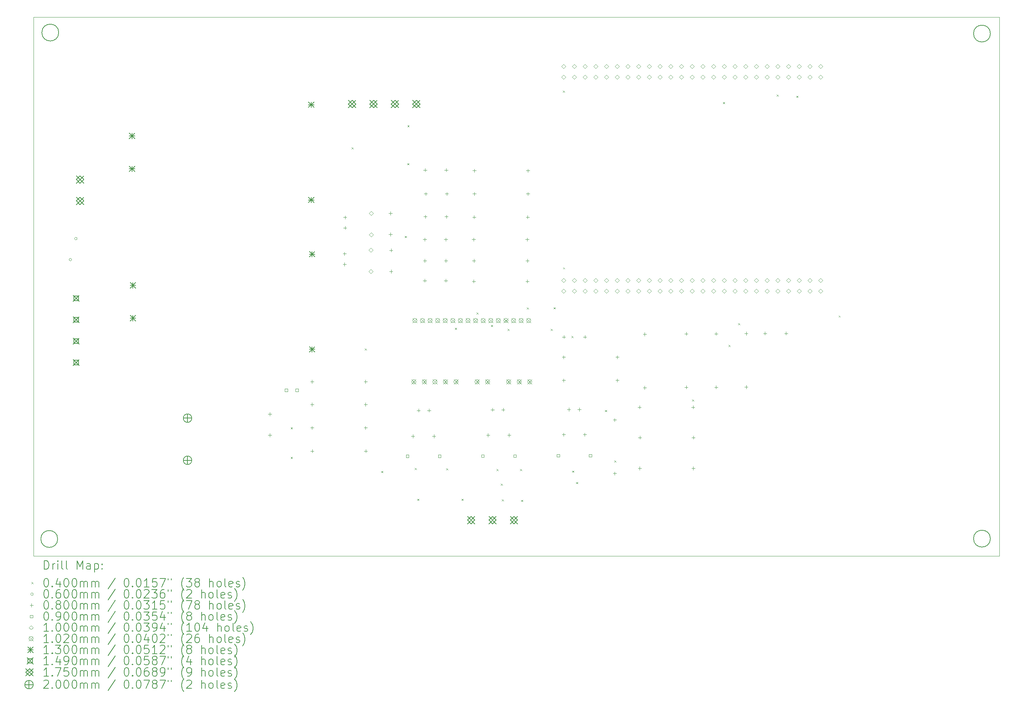
<source format=gbr>
%TF.GenerationSoftware,KiCad,Pcbnew,7.0.6*%
%TF.CreationDate,2024-01-17T13:08:57+07:00*%
%TF.ProjectId,Main,4d61696e-2e6b-4696-9361-645f70636258,rev?*%
%TF.SameCoordinates,Original*%
%TF.FileFunction,Drillmap*%
%TF.FilePolarity,Positive*%
%FSLAX45Y45*%
G04 Gerber Fmt 4.5, Leading zero omitted, Abs format (unit mm)*
G04 Created by KiCad (PCBNEW 7.0.6) date 2024-01-17 13:08:57*
%MOMM*%
%LPD*%
G01*
G04 APERTURE LIST*
%ADD10C,0.150000*%
%ADD11C,0.100000*%
%ADD12C,0.200000*%
%ADD13C,0.040000*%
%ADD14C,0.060000*%
%ADD15C,0.080000*%
%ADD16C,0.090000*%
%ADD17C,0.102000*%
%ADD18C,0.130000*%
%ADD19C,0.149000*%
%ADD20C,0.175000*%
G04 APERTURE END LIST*
D10*
X4655000Y-14943000D02*
G75*
G03*
X4655000Y-14943000I-200000J0D01*
G01*
X26780000Y-14935000D02*
G75*
G03*
X26780000Y-14935000I-200000J0D01*
G01*
D11*
X4080000Y-2556000D02*
X26991800Y-2556000D01*
X26991800Y-15344750D01*
X4080000Y-15344750D01*
X4080000Y-2556000D01*
D10*
X4679000Y-2921000D02*
G75*
G03*
X4679000Y-2921000I-200000J0D01*
G01*
X26780000Y-2945000D02*
G75*
G03*
X26780000Y-2945000I-200000J0D01*
G01*
D12*
D13*
X10185000Y-12293000D02*
X10225000Y-12333000D01*
X10225000Y-12293000D02*
X10185000Y-12333000D01*
X10185000Y-12993000D02*
X10225000Y-13033000D01*
X10225000Y-12993000D02*
X10185000Y-13033000D01*
X11625000Y-5644000D02*
X11665000Y-5684000D01*
X11665000Y-5644000D02*
X11625000Y-5684000D01*
X11940000Y-10424000D02*
X11980000Y-10464000D01*
X11980000Y-10424000D02*
X11940000Y-10464000D01*
X12330000Y-13330000D02*
X12370000Y-13370000D01*
X12370000Y-13330000D02*
X12330000Y-13370000D01*
X12889000Y-7750000D02*
X12929000Y-7790000D01*
X12929000Y-7750000D02*
X12889000Y-7790000D01*
X12950000Y-6023000D02*
X12990000Y-6063000D01*
X12990000Y-6023000D02*
X12950000Y-6063000D01*
X12952000Y-5123000D02*
X12992000Y-5163000D01*
X12992000Y-5123000D02*
X12952000Y-5163000D01*
X13126000Y-13256000D02*
X13166000Y-13296000D01*
X13166000Y-13256000D02*
X13126000Y-13296000D01*
X13186000Y-13991000D02*
X13226000Y-14031000D01*
X13226000Y-13991000D02*
X13186000Y-14031000D01*
X13870000Y-13264000D02*
X13910000Y-13304000D01*
X13910000Y-13264000D02*
X13870000Y-13304000D01*
X14078000Y-9933000D02*
X14118000Y-9973000D01*
X14118000Y-9933000D02*
X14078000Y-9973000D01*
X14233000Y-13991000D02*
X14273000Y-14031000D01*
X14273000Y-13991000D02*
X14233000Y-14031000D01*
X14587800Y-9563750D02*
X14627800Y-9603750D01*
X14627800Y-9563750D02*
X14587800Y-9603750D01*
X14933000Y-9861000D02*
X14973000Y-9901000D01*
X14973000Y-9861000D02*
X14933000Y-9901000D01*
X15068000Y-13286000D02*
X15108000Y-13326000D01*
X15108000Y-13286000D02*
X15068000Y-13326000D01*
X15165000Y-13633000D02*
X15205000Y-13673000D01*
X15205000Y-13633000D02*
X15165000Y-13673000D01*
X15189000Y-14001000D02*
X15229000Y-14041000D01*
X15229000Y-14001000D02*
X15189000Y-14041000D01*
X15327000Y-9953750D02*
X15367000Y-9993750D01*
X15367000Y-9953750D02*
X15327000Y-9993750D01*
X15622000Y-13282000D02*
X15662000Y-13322000D01*
X15662000Y-13282000D02*
X15622000Y-13322000D01*
X15649000Y-14016000D02*
X15689000Y-14056000D01*
X15689000Y-14016000D02*
X15649000Y-14056000D01*
X15787000Y-9448000D02*
X15827000Y-9488000D01*
X15827000Y-9448000D02*
X15787000Y-9488000D01*
X16351000Y-9957000D02*
X16391000Y-9997000D01*
X16391000Y-9957000D02*
X16351000Y-9997000D01*
X16422000Y-9443000D02*
X16462000Y-9483000D01*
X16462000Y-9443000D02*
X16422000Y-9483000D01*
X16638000Y-4300000D02*
X16678000Y-4340000D01*
X16678000Y-4300000D02*
X16638000Y-4340000D01*
X16643000Y-8496000D02*
X16683000Y-8536000D01*
X16683000Y-8496000D02*
X16643000Y-8536000D01*
X16843000Y-10125000D02*
X16883000Y-10165000D01*
X16883000Y-10125000D02*
X16843000Y-10165000D01*
X16862000Y-13321000D02*
X16902000Y-13361000D01*
X16902000Y-13321000D02*
X16862000Y-13361000D01*
X16954000Y-13592000D02*
X16994000Y-13632000D01*
X16994000Y-13592000D02*
X16954000Y-13632000D01*
X17636000Y-11883000D02*
X17676000Y-11923000D01*
X17676000Y-11883000D02*
X17636000Y-11923000D01*
X17858000Y-13083000D02*
X17898000Y-13123000D01*
X17898000Y-13083000D02*
X17858000Y-13123000D01*
X19705000Y-11634000D02*
X19745000Y-11674000D01*
X19745000Y-11634000D02*
X19705000Y-11674000D01*
X20436000Y-4569000D02*
X20476000Y-4609000D01*
X20476000Y-4569000D02*
X20436000Y-4609000D01*
X20566000Y-10335000D02*
X20606000Y-10375000D01*
X20606000Y-10335000D02*
X20566000Y-10375000D01*
X20795000Y-9821000D02*
X20835000Y-9861000D01*
X20835000Y-9821000D02*
X20795000Y-9861000D01*
X21713000Y-4396000D02*
X21753000Y-4436000D01*
X21753000Y-4396000D02*
X21713000Y-4436000D01*
X22175000Y-4422000D02*
X22215000Y-4462000D01*
X22215000Y-4422000D02*
X22175000Y-4462000D01*
X23180000Y-9639000D02*
X23220000Y-9679000D01*
X23220000Y-9639000D02*
X23180000Y-9679000D01*
D14*
X4986550Y-8312750D02*
G75*
G03*
X4986550Y-8312750I-30000J0D01*
G01*
X5116550Y-7812750D02*
G75*
G03*
X5116550Y-7812750I-30000J0D01*
G01*
D15*
X9688800Y-11938750D02*
X9688800Y-12018750D01*
X9648800Y-11978750D02*
X9728800Y-11978750D01*
X9688800Y-12438750D02*
X9688800Y-12518750D01*
X9648800Y-12478750D02*
X9728800Y-12478750D01*
X10689000Y-11709000D02*
X10689000Y-11789000D01*
X10649000Y-11749000D02*
X10729000Y-11749000D01*
X10690000Y-11169000D02*
X10690000Y-11249000D01*
X10650000Y-11209000D02*
X10730000Y-11209000D01*
X10690000Y-12262000D02*
X10690000Y-12342000D01*
X10650000Y-12302000D02*
X10730000Y-12302000D01*
X10693000Y-12816000D02*
X10693000Y-12896000D01*
X10653000Y-12856000D02*
X10733000Y-12856000D01*
X11461000Y-8131511D02*
X11461000Y-8211511D01*
X11421000Y-8171511D02*
X11501000Y-8171511D01*
X11461000Y-8381511D02*
X11461000Y-8461511D01*
X11421000Y-8421511D02*
X11501000Y-8421511D01*
X11470800Y-7266750D02*
X11470800Y-7346750D01*
X11430800Y-7306750D02*
X11510800Y-7306750D01*
X11470800Y-7516750D02*
X11470800Y-7596750D01*
X11430800Y-7556750D02*
X11510800Y-7556750D01*
X11959000Y-11709000D02*
X11959000Y-11789000D01*
X11919000Y-11749000D02*
X11999000Y-11749000D01*
X11960000Y-11169000D02*
X11960000Y-11249000D01*
X11920000Y-11209000D02*
X12000000Y-11209000D01*
X11960000Y-12262000D02*
X11960000Y-12342000D01*
X11920000Y-12302000D02*
X12000000Y-12302000D01*
X11963000Y-12816000D02*
X11963000Y-12896000D01*
X11923000Y-12856000D02*
X12003000Y-12856000D01*
X12549800Y-7170239D02*
X12549800Y-7250239D01*
X12509800Y-7210239D02*
X12589800Y-7210239D01*
X12549800Y-7670239D02*
X12549800Y-7750239D01*
X12509800Y-7710239D02*
X12589800Y-7710239D01*
X12562000Y-8050000D02*
X12562000Y-8130000D01*
X12522000Y-8090000D02*
X12602000Y-8090000D01*
X12562000Y-8550000D02*
X12562000Y-8630000D01*
X12522000Y-8590000D02*
X12602000Y-8590000D01*
X13078800Y-12462750D02*
X13078800Y-12542750D01*
X13038800Y-12502750D02*
X13118800Y-12502750D01*
X13215289Y-11850750D02*
X13215289Y-11930750D01*
X13175289Y-11890750D02*
X13255289Y-11890750D01*
X13362800Y-7793750D02*
X13362800Y-7873750D01*
X13322800Y-7833750D02*
X13402800Y-7833750D01*
X13362800Y-8768750D02*
X13362800Y-8848750D01*
X13322800Y-8808750D02*
X13402800Y-8808750D01*
X13364800Y-8296750D02*
X13364800Y-8376750D01*
X13324800Y-8336750D02*
X13404800Y-8336750D01*
X13368800Y-6144750D02*
X13368800Y-6224750D01*
X13328800Y-6184750D02*
X13408800Y-6184750D01*
X13375800Y-7250750D02*
X13375800Y-7330750D01*
X13335800Y-7290750D02*
X13415800Y-7290750D01*
X13383800Y-6709750D02*
X13383800Y-6789750D01*
X13343800Y-6749750D02*
X13423800Y-6749750D01*
X13465289Y-11850750D02*
X13465289Y-11930750D01*
X13425289Y-11890750D02*
X13505289Y-11890750D01*
X13578800Y-12462750D02*
X13578800Y-12542750D01*
X13538800Y-12502750D02*
X13618800Y-12502750D01*
X13862800Y-7793750D02*
X13862800Y-7873750D01*
X13822800Y-7833750D02*
X13902800Y-7833750D01*
X13862800Y-8768750D02*
X13862800Y-8848750D01*
X13822800Y-8808750D02*
X13902800Y-8808750D01*
X13864800Y-8296750D02*
X13864800Y-8376750D01*
X13824800Y-8336750D02*
X13904800Y-8336750D01*
X13868800Y-6144750D02*
X13868800Y-6224750D01*
X13828800Y-6184750D02*
X13908800Y-6184750D01*
X13875800Y-7250750D02*
X13875800Y-7330750D01*
X13835800Y-7290750D02*
X13915800Y-7290750D01*
X13883800Y-6709750D02*
X13883800Y-6789750D01*
X13843800Y-6749750D02*
X13923800Y-6749750D01*
X14520800Y-7792750D02*
X14520800Y-7872750D01*
X14480800Y-7832750D02*
X14560800Y-7832750D01*
X14524800Y-8786750D02*
X14524800Y-8866750D01*
X14484800Y-8826750D02*
X14564800Y-8826750D01*
X14526800Y-8295750D02*
X14526800Y-8375750D01*
X14486800Y-8335750D02*
X14566800Y-8335750D01*
X14533800Y-7262750D02*
X14533800Y-7342750D01*
X14493800Y-7302750D02*
X14573800Y-7302750D01*
X14538800Y-6159750D02*
X14538800Y-6239750D01*
X14498800Y-6199750D02*
X14578800Y-6199750D01*
X14538800Y-6708750D02*
X14538800Y-6788750D01*
X14498800Y-6748750D02*
X14578800Y-6748750D01*
X14862800Y-12438750D02*
X14862800Y-12518750D01*
X14822800Y-12478750D02*
X14902800Y-12478750D01*
X14970800Y-11832750D02*
X14970800Y-11912750D01*
X14930800Y-11872750D02*
X15010800Y-11872750D01*
X15220800Y-11832750D02*
X15220800Y-11912750D01*
X15180800Y-11872750D02*
X15260800Y-11872750D01*
X15362800Y-12438750D02*
X15362800Y-12518750D01*
X15322800Y-12478750D02*
X15402800Y-12478750D01*
X15790800Y-7792750D02*
X15790800Y-7872750D01*
X15750800Y-7832750D02*
X15830800Y-7832750D01*
X15794800Y-8786750D02*
X15794800Y-8866750D01*
X15754800Y-8826750D02*
X15834800Y-8826750D01*
X15796800Y-8295750D02*
X15796800Y-8375750D01*
X15756800Y-8335750D02*
X15836800Y-8335750D01*
X15803800Y-7262750D02*
X15803800Y-7342750D01*
X15763800Y-7302750D02*
X15843800Y-7302750D01*
X15808800Y-6159750D02*
X15808800Y-6239750D01*
X15768800Y-6199750D02*
X15848800Y-6199750D01*
X15808800Y-6708750D02*
X15808800Y-6788750D01*
X15768800Y-6748750D02*
X15848800Y-6748750D01*
X16657800Y-12423750D02*
X16657800Y-12503750D01*
X16617800Y-12463750D02*
X16697800Y-12463750D01*
X16659000Y-10587000D02*
X16659000Y-10667000D01*
X16619000Y-10627000D02*
X16699000Y-10627000D01*
X16659000Y-11138000D02*
X16659000Y-11218000D01*
X16619000Y-11178000D02*
X16699000Y-11178000D01*
X16660000Y-10106000D02*
X16660000Y-10186000D01*
X16620000Y-10146000D02*
X16700000Y-10146000D01*
X16779289Y-11827750D02*
X16779289Y-11907750D01*
X16739289Y-11867750D02*
X16819289Y-11867750D01*
X17029289Y-11827750D02*
X17029289Y-11907750D01*
X16989289Y-11867750D02*
X17069289Y-11867750D01*
X17157800Y-12423750D02*
X17157800Y-12503750D01*
X17117800Y-12463750D02*
X17197800Y-12463750D01*
X17160000Y-10106000D02*
X17160000Y-10186000D01*
X17120000Y-10146000D02*
X17200000Y-10146000D01*
X17870000Y-12077000D02*
X17870000Y-12157000D01*
X17830000Y-12117000D02*
X17910000Y-12117000D01*
X17870000Y-13347000D02*
X17870000Y-13427000D01*
X17830000Y-13387000D02*
X17910000Y-13387000D01*
X17929000Y-10587000D02*
X17929000Y-10667000D01*
X17889000Y-10627000D02*
X17969000Y-10627000D01*
X17929000Y-11138000D02*
X17929000Y-11218000D01*
X17889000Y-11178000D02*
X17969000Y-11178000D01*
X18457000Y-11775000D02*
X18457000Y-11855000D01*
X18417000Y-11815000D02*
X18497000Y-11815000D01*
X18463000Y-13227000D02*
X18463000Y-13307000D01*
X18423000Y-13267000D02*
X18503000Y-13267000D01*
X18464000Y-12495000D02*
X18464000Y-12575000D01*
X18424000Y-12535000D02*
X18504000Y-12535000D01*
X18581000Y-10041000D02*
X18581000Y-10121000D01*
X18541000Y-10081000D02*
X18621000Y-10081000D01*
X18581000Y-11311000D02*
X18581000Y-11391000D01*
X18541000Y-11351000D02*
X18621000Y-11351000D01*
X19566000Y-10030000D02*
X19566000Y-10110000D01*
X19526000Y-10070000D02*
X19606000Y-10070000D01*
X19566000Y-11300000D02*
X19566000Y-11380000D01*
X19526000Y-11340000D02*
X19606000Y-11340000D01*
X19727000Y-11775000D02*
X19727000Y-11855000D01*
X19687000Y-11815000D02*
X19767000Y-11815000D01*
X19733000Y-13227000D02*
X19733000Y-13307000D01*
X19693000Y-13267000D02*
X19773000Y-13267000D01*
X19734000Y-12495000D02*
X19734000Y-12575000D01*
X19694000Y-12535000D02*
X19774000Y-12535000D01*
X20274000Y-10030000D02*
X20274000Y-10110000D01*
X20234000Y-10070000D02*
X20314000Y-10070000D01*
X20274000Y-11300000D02*
X20274000Y-11380000D01*
X20234000Y-11340000D02*
X20314000Y-11340000D01*
X20988000Y-10026000D02*
X20988000Y-10106000D01*
X20948000Y-10066000D02*
X21028000Y-10066000D01*
X20988000Y-11296000D02*
X20988000Y-11376000D01*
X20948000Y-11336000D02*
X21028000Y-11336000D01*
X21434000Y-10022000D02*
X21434000Y-10102000D01*
X21394000Y-10062000D02*
X21474000Y-10062000D01*
X21934000Y-10022000D02*
X21934000Y-10102000D01*
X21894000Y-10062000D02*
X21974000Y-10062000D01*
D16*
X10108120Y-11444570D02*
X10108120Y-11380930D01*
X10044480Y-11380930D01*
X10044480Y-11444570D01*
X10108120Y-11444570D01*
X10362120Y-11444570D02*
X10362120Y-11380930D01*
X10298480Y-11380930D01*
X10298480Y-11444570D01*
X10362120Y-11444570D01*
X12982620Y-13010570D02*
X12982620Y-12946930D01*
X12918980Y-12946930D01*
X12918980Y-13010570D01*
X12982620Y-13010570D01*
X13744620Y-13010570D02*
X13744620Y-12946930D01*
X13680980Y-12946930D01*
X13680980Y-13010570D01*
X13744620Y-13010570D01*
X14770620Y-13005570D02*
X14770620Y-12941930D01*
X14706980Y-12941930D01*
X14706980Y-13005570D01*
X14770620Y-13005570D01*
X15532620Y-13005570D02*
X15532620Y-12941930D01*
X15468980Y-12941930D01*
X15468980Y-13005570D01*
X15532620Y-13005570D01*
X16559620Y-12996570D02*
X16559620Y-12932930D01*
X16495980Y-12932930D01*
X16495980Y-12996570D01*
X16559620Y-12996570D01*
X17321620Y-12996570D02*
X17321620Y-12932930D01*
X17257980Y-12932930D01*
X17257980Y-12996570D01*
X17321620Y-12996570D01*
D11*
X12086000Y-8136000D02*
X12136000Y-8086000D01*
X12086000Y-8036000D01*
X12036000Y-8086000D01*
X12086000Y-8136000D01*
X12086000Y-8644000D02*
X12136000Y-8594000D01*
X12086000Y-8544000D01*
X12036000Y-8594000D01*
X12086000Y-8644000D01*
X12088800Y-7259239D02*
X12138800Y-7209239D01*
X12088800Y-7159239D01*
X12038800Y-7209239D01*
X12088800Y-7259239D01*
X12088800Y-7767239D02*
X12138800Y-7717239D01*
X12088800Y-7667239D01*
X12038800Y-7717239D01*
X12088800Y-7767239D01*
X16653000Y-3775000D02*
X16703000Y-3725000D01*
X16653000Y-3675000D01*
X16603000Y-3725000D01*
X16653000Y-3775000D01*
X16653000Y-4029000D02*
X16703000Y-3979000D01*
X16653000Y-3929000D01*
X16603000Y-3979000D01*
X16653000Y-4029000D01*
X16653000Y-8855000D02*
X16703000Y-8805000D01*
X16653000Y-8755000D01*
X16603000Y-8805000D01*
X16653000Y-8855000D01*
X16653000Y-9109000D02*
X16703000Y-9059000D01*
X16653000Y-9009000D01*
X16603000Y-9059000D01*
X16653000Y-9109000D01*
X16907000Y-3775000D02*
X16957000Y-3725000D01*
X16907000Y-3675000D01*
X16857000Y-3725000D01*
X16907000Y-3775000D01*
X16907000Y-4029000D02*
X16957000Y-3979000D01*
X16907000Y-3929000D01*
X16857000Y-3979000D01*
X16907000Y-4029000D01*
X16907000Y-8855000D02*
X16957000Y-8805000D01*
X16907000Y-8755000D01*
X16857000Y-8805000D01*
X16907000Y-8855000D01*
X16907000Y-9109000D02*
X16957000Y-9059000D01*
X16907000Y-9009000D01*
X16857000Y-9059000D01*
X16907000Y-9109000D01*
X17161000Y-3775000D02*
X17211000Y-3725000D01*
X17161000Y-3675000D01*
X17111000Y-3725000D01*
X17161000Y-3775000D01*
X17161000Y-4029000D02*
X17211000Y-3979000D01*
X17161000Y-3929000D01*
X17111000Y-3979000D01*
X17161000Y-4029000D01*
X17161000Y-8855000D02*
X17211000Y-8805000D01*
X17161000Y-8755000D01*
X17111000Y-8805000D01*
X17161000Y-8855000D01*
X17161000Y-9109000D02*
X17211000Y-9059000D01*
X17161000Y-9009000D01*
X17111000Y-9059000D01*
X17161000Y-9109000D01*
X17415000Y-3775000D02*
X17465000Y-3725000D01*
X17415000Y-3675000D01*
X17365000Y-3725000D01*
X17415000Y-3775000D01*
X17415000Y-4029000D02*
X17465000Y-3979000D01*
X17415000Y-3929000D01*
X17365000Y-3979000D01*
X17415000Y-4029000D01*
X17415000Y-8855000D02*
X17465000Y-8805000D01*
X17415000Y-8755000D01*
X17365000Y-8805000D01*
X17415000Y-8855000D01*
X17415000Y-9109000D02*
X17465000Y-9059000D01*
X17415000Y-9009000D01*
X17365000Y-9059000D01*
X17415000Y-9109000D01*
X17669000Y-3775000D02*
X17719000Y-3725000D01*
X17669000Y-3675000D01*
X17619000Y-3725000D01*
X17669000Y-3775000D01*
X17669000Y-4029000D02*
X17719000Y-3979000D01*
X17669000Y-3929000D01*
X17619000Y-3979000D01*
X17669000Y-4029000D01*
X17669000Y-8855000D02*
X17719000Y-8805000D01*
X17669000Y-8755000D01*
X17619000Y-8805000D01*
X17669000Y-8855000D01*
X17669000Y-9109000D02*
X17719000Y-9059000D01*
X17669000Y-9009000D01*
X17619000Y-9059000D01*
X17669000Y-9109000D01*
X17923000Y-3775000D02*
X17973000Y-3725000D01*
X17923000Y-3675000D01*
X17873000Y-3725000D01*
X17923000Y-3775000D01*
X17923000Y-4029000D02*
X17973000Y-3979000D01*
X17923000Y-3929000D01*
X17873000Y-3979000D01*
X17923000Y-4029000D01*
X17923000Y-8855000D02*
X17973000Y-8805000D01*
X17923000Y-8755000D01*
X17873000Y-8805000D01*
X17923000Y-8855000D01*
X17923000Y-9109000D02*
X17973000Y-9059000D01*
X17923000Y-9009000D01*
X17873000Y-9059000D01*
X17923000Y-9109000D01*
X18177000Y-3775000D02*
X18227000Y-3725000D01*
X18177000Y-3675000D01*
X18127000Y-3725000D01*
X18177000Y-3775000D01*
X18177000Y-4029000D02*
X18227000Y-3979000D01*
X18177000Y-3929000D01*
X18127000Y-3979000D01*
X18177000Y-4029000D01*
X18177000Y-8855000D02*
X18227000Y-8805000D01*
X18177000Y-8755000D01*
X18127000Y-8805000D01*
X18177000Y-8855000D01*
X18177000Y-9109000D02*
X18227000Y-9059000D01*
X18177000Y-9009000D01*
X18127000Y-9059000D01*
X18177000Y-9109000D01*
X18431000Y-3775000D02*
X18481000Y-3725000D01*
X18431000Y-3675000D01*
X18381000Y-3725000D01*
X18431000Y-3775000D01*
X18431000Y-4029000D02*
X18481000Y-3979000D01*
X18431000Y-3929000D01*
X18381000Y-3979000D01*
X18431000Y-4029000D01*
X18431000Y-8855000D02*
X18481000Y-8805000D01*
X18431000Y-8755000D01*
X18381000Y-8805000D01*
X18431000Y-8855000D01*
X18431000Y-9109000D02*
X18481000Y-9059000D01*
X18431000Y-9009000D01*
X18381000Y-9059000D01*
X18431000Y-9109000D01*
X18685000Y-3775000D02*
X18735000Y-3725000D01*
X18685000Y-3675000D01*
X18635000Y-3725000D01*
X18685000Y-3775000D01*
X18685000Y-4029000D02*
X18735000Y-3979000D01*
X18685000Y-3929000D01*
X18635000Y-3979000D01*
X18685000Y-4029000D01*
X18685000Y-8855000D02*
X18735000Y-8805000D01*
X18685000Y-8755000D01*
X18635000Y-8805000D01*
X18685000Y-8855000D01*
X18685000Y-9109000D02*
X18735000Y-9059000D01*
X18685000Y-9009000D01*
X18635000Y-9059000D01*
X18685000Y-9109000D01*
X18939000Y-3775000D02*
X18989000Y-3725000D01*
X18939000Y-3675000D01*
X18889000Y-3725000D01*
X18939000Y-3775000D01*
X18939000Y-4029000D02*
X18989000Y-3979000D01*
X18939000Y-3929000D01*
X18889000Y-3979000D01*
X18939000Y-4029000D01*
X18939000Y-8855000D02*
X18989000Y-8805000D01*
X18939000Y-8755000D01*
X18889000Y-8805000D01*
X18939000Y-8855000D01*
X18939000Y-9109000D02*
X18989000Y-9059000D01*
X18939000Y-9009000D01*
X18889000Y-9059000D01*
X18939000Y-9109000D01*
X19193000Y-3775000D02*
X19243000Y-3725000D01*
X19193000Y-3675000D01*
X19143000Y-3725000D01*
X19193000Y-3775000D01*
X19193000Y-4029000D02*
X19243000Y-3979000D01*
X19193000Y-3929000D01*
X19143000Y-3979000D01*
X19193000Y-4029000D01*
X19193000Y-8855000D02*
X19243000Y-8805000D01*
X19193000Y-8755000D01*
X19143000Y-8805000D01*
X19193000Y-8855000D01*
X19193000Y-9109000D02*
X19243000Y-9059000D01*
X19193000Y-9009000D01*
X19143000Y-9059000D01*
X19193000Y-9109000D01*
X19447000Y-3775000D02*
X19497000Y-3725000D01*
X19447000Y-3675000D01*
X19397000Y-3725000D01*
X19447000Y-3775000D01*
X19447000Y-4029000D02*
X19497000Y-3979000D01*
X19447000Y-3929000D01*
X19397000Y-3979000D01*
X19447000Y-4029000D01*
X19447000Y-8855000D02*
X19497000Y-8805000D01*
X19447000Y-8755000D01*
X19397000Y-8805000D01*
X19447000Y-8855000D01*
X19447000Y-9109000D02*
X19497000Y-9059000D01*
X19447000Y-9009000D01*
X19397000Y-9059000D01*
X19447000Y-9109000D01*
X19701000Y-3775000D02*
X19751000Y-3725000D01*
X19701000Y-3675000D01*
X19651000Y-3725000D01*
X19701000Y-3775000D01*
X19701000Y-4029000D02*
X19751000Y-3979000D01*
X19701000Y-3929000D01*
X19651000Y-3979000D01*
X19701000Y-4029000D01*
X19701000Y-8855000D02*
X19751000Y-8805000D01*
X19701000Y-8755000D01*
X19651000Y-8805000D01*
X19701000Y-8855000D01*
X19701000Y-9109000D02*
X19751000Y-9059000D01*
X19701000Y-9009000D01*
X19651000Y-9059000D01*
X19701000Y-9109000D01*
X19955000Y-3775000D02*
X20005000Y-3725000D01*
X19955000Y-3675000D01*
X19905000Y-3725000D01*
X19955000Y-3775000D01*
X19955000Y-4029000D02*
X20005000Y-3979000D01*
X19955000Y-3929000D01*
X19905000Y-3979000D01*
X19955000Y-4029000D01*
X19955000Y-8855000D02*
X20005000Y-8805000D01*
X19955000Y-8755000D01*
X19905000Y-8805000D01*
X19955000Y-8855000D01*
X19955000Y-9109000D02*
X20005000Y-9059000D01*
X19955000Y-9009000D01*
X19905000Y-9059000D01*
X19955000Y-9109000D01*
X20209000Y-3775000D02*
X20259000Y-3725000D01*
X20209000Y-3675000D01*
X20159000Y-3725000D01*
X20209000Y-3775000D01*
X20209000Y-4029000D02*
X20259000Y-3979000D01*
X20209000Y-3929000D01*
X20159000Y-3979000D01*
X20209000Y-4029000D01*
X20209000Y-8855000D02*
X20259000Y-8805000D01*
X20209000Y-8755000D01*
X20159000Y-8805000D01*
X20209000Y-8855000D01*
X20209000Y-9109000D02*
X20259000Y-9059000D01*
X20209000Y-9009000D01*
X20159000Y-9059000D01*
X20209000Y-9109000D01*
X20463000Y-3775000D02*
X20513000Y-3725000D01*
X20463000Y-3675000D01*
X20413000Y-3725000D01*
X20463000Y-3775000D01*
X20463000Y-4029000D02*
X20513000Y-3979000D01*
X20463000Y-3929000D01*
X20413000Y-3979000D01*
X20463000Y-4029000D01*
X20463000Y-8855000D02*
X20513000Y-8805000D01*
X20463000Y-8755000D01*
X20413000Y-8805000D01*
X20463000Y-8855000D01*
X20463000Y-9109000D02*
X20513000Y-9059000D01*
X20463000Y-9009000D01*
X20413000Y-9059000D01*
X20463000Y-9109000D01*
X20717000Y-3775000D02*
X20767000Y-3725000D01*
X20717000Y-3675000D01*
X20667000Y-3725000D01*
X20717000Y-3775000D01*
X20717000Y-4029000D02*
X20767000Y-3979000D01*
X20717000Y-3929000D01*
X20667000Y-3979000D01*
X20717000Y-4029000D01*
X20717000Y-8855000D02*
X20767000Y-8805000D01*
X20717000Y-8755000D01*
X20667000Y-8805000D01*
X20717000Y-8855000D01*
X20717000Y-9109000D02*
X20767000Y-9059000D01*
X20717000Y-9009000D01*
X20667000Y-9059000D01*
X20717000Y-9109000D01*
X20971000Y-3775000D02*
X21021000Y-3725000D01*
X20971000Y-3675000D01*
X20921000Y-3725000D01*
X20971000Y-3775000D01*
X20971000Y-4029000D02*
X21021000Y-3979000D01*
X20971000Y-3929000D01*
X20921000Y-3979000D01*
X20971000Y-4029000D01*
X20971000Y-8855000D02*
X21021000Y-8805000D01*
X20971000Y-8755000D01*
X20921000Y-8805000D01*
X20971000Y-8855000D01*
X20971000Y-9109000D02*
X21021000Y-9059000D01*
X20971000Y-9009000D01*
X20921000Y-9059000D01*
X20971000Y-9109000D01*
X21225000Y-3775000D02*
X21275000Y-3725000D01*
X21225000Y-3675000D01*
X21175000Y-3725000D01*
X21225000Y-3775000D01*
X21225000Y-4029000D02*
X21275000Y-3979000D01*
X21225000Y-3929000D01*
X21175000Y-3979000D01*
X21225000Y-4029000D01*
X21225000Y-8855000D02*
X21275000Y-8805000D01*
X21225000Y-8755000D01*
X21175000Y-8805000D01*
X21225000Y-8855000D01*
X21225000Y-9109000D02*
X21275000Y-9059000D01*
X21225000Y-9009000D01*
X21175000Y-9059000D01*
X21225000Y-9109000D01*
X21479000Y-3775000D02*
X21529000Y-3725000D01*
X21479000Y-3675000D01*
X21429000Y-3725000D01*
X21479000Y-3775000D01*
X21479000Y-4029000D02*
X21529000Y-3979000D01*
X21479000Y-3929000D01*
X21429000Y-3979000D01*
X21479000Y-4029000D01*
X21479000Y-8855000D02*
X21529000Y-8805000D01*
X21479000Y-8755000D01*
X21429000Y-8805000D01*
X21479000Y-8855000D01*
X21479000Y-9109000D02*
X21529000Y-9059000D01*
X21479000Y-9009000D01*
X21429000Y-9059000D01*
X21479000Y-9109000D01*
X21733000Y-3775000D02*
X21783000Y-3725000D01*
X21733000Y-3675000D01*
X21683000Y-3725000D01*
X21733000Y-3775000D01*
X21733000Y-4029000D02*
X21783000Y-3979000D01*
X21733000Y-3929000D01*
X21683000Y-3979000D01*
X21733000Y-4029000D01*
X21733000Y-8855000D02*
X21783000Y-8805000D01*
X21733000Y-8755000D01*
X21683000Y-8805000D01*
X21733000Y-8855000D01*
X21733000Y-9109000D02*
X21783000Y-9059000D01*
X21733000Y-9009000D01*
X21683000Y-9059000D01*
X21733000Y-9109000D01*
X21987000Y-3775000D02*
X22037000Y-3725000D01*
X21987000Y-3675000D01*
X21937000Y-3725000D01*
X21987000Y-3775000D01*
X21987000Y-4029000D02*
X22037000Y-3979000D01*
X21987000Y-3929000D01*
X21937000Y-3979000D01*
X21987000Y-4029000D01*
X21987000Y-8855000D02*
X22037000Y-8805000D01*
X21987000Y-8755000D01*
X21937000Y-8805000D01*
X21987000Y-8855000D01*
X21987000Y-9109000D02*
X22037000Y-9059000D01*
X21987000Y-9009000D01*
X21937000Y-9059000D01*
X21987000Y-9109000D01*
X22241000Y-3775000D02*
X22291000Y-3725000D01*
X22241000Y-3675000D01*
X22191000Y-3725000D01*
X22241000Y-3775000D01*
X22241000Y-4029000D02*
X22291000Y-3979000D01*
X22241000Y-3929000D01*
X22191000Y-3979000D01*
X22241000Y-4029000D01*
X22241000Y-8855000D02*
X22291000Y-8805000D01*
X22241000Y-8755000D01*
X22191000Y-8805000D01*
X22241000Y-8855000D01*
X22241000Y-9109000D02*
X22291000Y-9059000D01*
X22241000Y-9009000D01*
X22191000Y-9059000D01*
X22241000Y-9109000D01*
X22495000Y-3775000D02*
X22545000Y-3725000D01*
X22495000Y-3675000D01*
X22445000Y-3725000D01*
X22495000Y-3775000D01*
X22495000Y-4029000D02*
X22545000Y-3979000D01*
X22495000Y-3929000D01*
X22445000Y-3979000D01*
X22495000Y-4029000D01*
X22495000Y-8855000D02*
X22545000Y-8805000D01*
X22495000Y-8755000D01*
X22445000Y-8805000D01*
X22495000Y-8855000D01*
X22495000Y-9109000D02*
X22545000Y-9059000D01*
X22495000Y-9009000D01*
X22445000Y-9059000D01*
X22495000Y-9109000D01*
X22749000Y-3775000D02*
X22799000Y-3725000D01*
X22749000Y-3675000D01*
X22699000Y-3725000D01*
X22749000Y-3775000D01*
X22749000Y-4029000D02*
X22799000Y-3979000D01*
X22749000Y-3929000D01*
X22699000Y-3979000D01*
X22749000Y-4029000D01*
X22749000Y-8855000D02*
X22799000Y-8805000D01*
X22749000Y-8755000D01*
X22699000Y-8805000D01*
X22749000Y-8855000D01*
X22749000Y-9109000D02*
X22799000Y-9059000D01*
X22749000Y-9009000D01*
X22699000Y-9059000D01*
X22749000Y-9109000D01*
D17*
X13052100Y-11161000D02*
X13154100Y-11263000D01*
X13154100Y-11161000D02*
X13052100Y-11263000D01*
X13154100Y-11212000D02*
G75*
G03*
X13154100Y-11212000I-51000J0D01*
G01*
X13077100Y-9706000D02*
X13179100Y-9808000D01*
X13179100Y-9706000D02*
X13077100Y-9808000D01*
X13179100Y-9757000D02*
G75*
G03*
X13179100Y-9757000I-51000J0D01*
G01*
X13257100Y-9706000D02*
X13359100Y-9808000D01*
X13359100Y-9706000D02*
X13257100Y-9808000D01*
X13359100Y-9757000D02*
G75*
G03*
X13359100Y-9757000I-51000J0D01*
G01*
X13302100Y-11161000D02*
X13404100Y-11263000D01*
X13404100Y-11161000D02*
X13302100Y-11263000D01*
X13404100Y-11212000D02*
G75*
G03*
X13404100Y-11212000I-51000J0D01*
G01*
X13437000Y-9706000D02*
X13539000Y-9808000D01*
X13539000Y-9706000D02*
X13437000Y-9808000D01*
X13539000Y-9757000D02*
G75*
G03*
X13539000Y-9757000I-51000J0D01*
G01*
X13552100Y-11161000D02*
X13654100Y-11263000D01*
X13654100Y-11161000D02*
X13552100Y-11263000D01*
X13654100Y-11212000D02*
G75*
G03*
X13654100Y-11212000I-51000J0D01*
G01*
X13617000Y-9706000D02*
X13719000Y-9808000D01*
X13719000Y-9706000D02*
X13617000Y-9808000D01*
X13719000Y-9757000D02*
G75*
G03*
X13719000Y-9757000I-51000J0D01*
G01*
X13797100Y-9706000D02*
X13899100Y-9808000D01*
X13899100Y-9706000D02*
X13797100Y-9808000D01*
X13899100Y-9757000D02*
G75*
G03*
X13899100Y-9757000I-51000J0D01*
G01*
X13802100Y-11161000D02*
X13904100Y-11263000D01*
X13904100Y-11161000D02*
X13802100Y-11263000D01*
X13904100Y-11212000D02*
G75*
G03*
X13904100Y-11212000I-51000J0D01*
G01*
X13977100Y-9706000D02*
X14079100Y-9808000D01*
X14079100Y-9706000D02*
X13977100Y-9808000D01*
X14079100Y-9757000D02*
G75*
G03*
X14079100Y-9757000I-51000J0D01*
G01*
X14052100Y-11161000D02*
X14154100Y-11263000D01*
X14154100Y-11161000D02*
X14052100Y-11263000D01*
X14154100Y-11212000D02*
G75*
G03*
X14154100Y-11212000I-51000J0D01*
G01*
X14157100Y-9706000D02*
X14259100Y-9808000D01*
X14259100Y-9706000D02*
X14157100Y-9808000D01*
X14259100Y-9757000D02*
G75*
G03*
X14259100Y-9757000I-51000J0D01*
G01*
X14337000Y-9706000D02*
X14439000Y-9808000D01*
X14439000Y-9706000D02*
X14337000Y-9808000D01*
X14439000Y-9757000D02*
G75*
G03*
X14439000Y-9757000I-51000J0D01*
G01*
X14517000Y-9706000D02*
X14619000Y-9808000D01*
X14619000Y-9706000D02*
X14517000Y-9808000D01*
X14619000Y-9757000D02*
G75*
G03*
X14619000Y-9757000I-51000J0D01*
G01*
X14552100Y-11161000D02*
X14654100Y-11263000D01*
X14654100Y-11161000D02*
X14552100Y-11263000D01*
X14654100Y-11212000D02*
G75*
G03*
X14654100Y-11212000I-51000J0D01*
G01*
X14697000Y-9706000D02*
X14799000Y-9808000D01*
X14799000Y-9706000D02*
X14697000Y-9808000D01*
X14799000Y-9757000D02*
G75*
G03*
X14799000Y-9757000I-51000J0D01*
G01*
X14802100Y-11161000D02*
X14904100Y-11263000D01*
X14904100Y-11161000D02*
X14802100Y-11263000D01*
X14904100Y-11212000D02*
G75*
G03*
X14904100Y-11212000I-51000J0D01*
G01*
X14877000Y-9706000D02*
X14979000Y-9808000D01*
X14979000Y-9706000D02*
X14877000Y-9808000D01*
X14979000Y-9757000D02*
G75*
G03*
X14979000Y-9757000I-51000J0D01*
G01*
X15057100Y-9706000D02*
X15159100Y-9808000D01*
X15159100Y-9706000D02*
X15057100Y-9808000D01*
X15159100Y-9757000D02*
G75*
G03*
X15159100Y-9757000I-51000J0D01*
G01*
X15237000Y-9706000D02*
X15339000Y-9808000D01*
X15339000Y-9706000D02*
X15237000Y-9808000D01*
X15339000Y-9757000D02*
G75*
G03*
X15339000Y-9757000I-51000J0D01*
G01*
X15302100Y-11161000D02*
X15404100Y-11263000D01*
X15404100Y-11161000D02*
X15302100Y-11263000D01*
X15404100Y-11212000D02*
G75*
G03*
X15404100Y-11212000I-51000J0D01*
G01*
X15417100Y-9706000D02*
X15519100Y-9808000D01*
X15519100Y-9706000D02*
X15417100Y-9808000D01*
X15519100Y-9757000D02*
G75*
G03*
X15519100Y-9757000I-51000J0D01*
G01*
X15552100Y-11161000D02*
X15654100Y-11263000D01*
X15654100Y-11161000D02*
X15552100Y-11263000D01*
X15654100Y-11212000D02*
G75*
G03*
X15654100Y-11212000I-51000J0D01*
G01*
X15597100Y-9706000D02*
X15699100Y-9808000D01*
X15699100Y-9706000D02*
X15597100Y-9808000D01*
X15699100Y-9757000D02*
G75*
G03*
X15699100Y-9757000I-51000J0D01*
G01*
X15777100Y-9706000D02*
X15879100Y-9808000D01*
X15879100Y-9706000D02*
X15777100Y-9808000D01*
X15879100Y-9757000D02*
G75*
G03*
X15879100Y-9757000I-51000J0D01*
G01*
X15802100Y-11161000D02*
X15904100Y-11263000D01*
X15904100Y-11161000D02*
X15802100Y-11263000D01*
X15904100Y-11212000D02*
G75*
G03*
X15904100Y-11212000I-51000J0D01*
G01*
D18*
X6354550Y-5310750D02*
X6484550Y-5440750D01*
X6484550Y-5310750D02*
X6354550Y-5440750D01*
X6419550Y-5310750D02*
X6419550Y-5440750D01*
X6354550Y-5375750D02*
X6484550Y-5375750D01*
X6354550Y-6090750D02*
X6484550Y-6220750D01*
X6484550Y-6090750D02*
X6354550Y-6220750D01*
X6419550Y-6090750D02*
X6419550Y-6220750D01*
X6354550Y-6155750D02*
X6484550Y-6155750D01*
X6374750Y-8856000D02*
X6504750Y-8986000D01*
X6504750Y-8856000D02*
X6374750Y-8986000D01*
X6439750Y-8856000D02*
X6439750Y-8986000D01*
X6374750Y-8921000D02*
X6504750Y-8921000D01*
X6374750Y-9636000D02*
X6504750Y-9766000D01*
X6504750Y-9636000D02*
X6374750Y-9766000D01*
X6439750Y-9636000D02*
X6439750Y-9766000D01*
X6374750Y-9701000D02*
X6504750Y-9701000D01*
X10604550Y-4570750D02*
X10734550Y-4700750D01*
X10734550Y-4570750D02*
X10604550Y-4700750D01*
X10669550Y-4570750D02*
X10669550Y-4700750D01*
X10604550Y-4635750D02*
X10734550Y-4635750D01*
X10604550Y-6830750D02*
X10734550Y-6960750D01*
X10734550Y-6830750D02*
X10604550Y-6960750D01*
X10669550Y-6830750D02*
X10669550Y-6960750D01*
X10604550Y-6895750D02*
X10734550Y-6895750D01*
X10624750Y-8116000D02*
X10754750Y-8246000D01*
X10754750Y-8116000D02*
X10624750Y-8246000D01*
X10689750Y-8116000D02*
X10689750Y-8246000D01*
X10624750Y-8181000D02*
X10754750Y-8181000D01*
X10624750Y-10376000D02*
X10754750Y-10506000D01*
X10754750Y-10376000D02*
X10624750Y-10506000D01*
X10689750Y-10376000D02*
X10689750Y-10506000D01*
X10624750Y-10441000D02*
X10754750Y-10441000D01*
D19*
X5020300Y-9155500D02*
X5169300Y-9304500D01*
X5169300Y-9155500D02*
X5020300Y-9304500D01*
X5147480Y-9282680D02*
X5147480Y-9177320D01*
X5042120Y-9177320D01*
X5042120Y-9282680D01*
X5147480Y-9282680D01*
X5020300Y-9663500D02*
X5169300Y-9812500D01*
X5169300Y-9663500D02*
X5020300Y-9812500D01*
X5147480Y-9790680D02*
X5147480Y-9685320D01*
X5042120Y-9685320D01*
X5042120Y-9790680D01*
X5147480Y-9790680D01*
X5020300Y-10171500D02*
X5169300Y-10320500D01*
X5169300Y-10171500D02*
X5020300Y-10320500D01*
X5147480Y-10298680D02*
X5147480Y-10193320D01*
X5042120Y-10193320D01*
X5042120Y-10298680D01*
X5147480Y-10298680D01*
X5020300Y-10679500D02*
X5169300Y-10828500D01*
X5169300Y-10679500D02*
X5020300Y-10828500D01*
X5147480Y-10806680D02*
X5147480Y-10701320D01*
X5042120Y-10701320D01*
X5042120Y-10806680D01*
X5147480Y-10806680D01*
D20*
X5098050Y-6322750D02*
X5273050Y-6497750D01*
X5273050Y-6322750D02*
X5098050Y-6497750D01*
X5185550Y-6497750D02*
X5273050Y-6410250D01*
X5185550Y-6322750D01*
X5098050Y-6410250D01*
X5185550Y-6497750D01*
X5098050Y-6830750D02*
X5273050Y-7005750D01*
X5273050Y-6830750D02*
X5098050Y-7005750D01*
X5185550Y-7005750D02*
X5273050Y-6918250D01*
X5185550Y-6830750D01*
X5098050Y-6918250D01*
X5185550Y-7005750D01*
X11552300Y-4529250D02*
X11727300Y-4704250D01*
X11727300Y-4529250D02*
X11552300Y-4704250D01*
X11639800Y-4704250D02*
X11727300Y-4616750D01*
X11639800Y-4529250D01*
X11552300Y-4616750D01*
X11639800Y-4704250D01*
X12060300Y-4529250D02*
X12235300Y-4704250D01*
X12235300Y-4529250D02*
X12060300Y-4704250D01*
X12147800Y-4704250D02*
X12235300Y-4616750D01*
X12147800Y-4529250D01*
X12060300Y-4616750D01*
X12147800Y-4704250D01*
X12568300Y-4529250D02*
X12743300Y-4704250D01*
X12743300Y-4529250D02*
X12568300Y-4704250D01*
X12655800Y-4704250D02*
X12743300Y-4616750D01*
X12655800Y-4529250D01*
X12568300Y-4616750D01*
X12655800Y-4704250D01*
X13076300Y-4529250D02*
X13251300Y-4704250D01*
X13251300Y-4529250D02*
X13076300Y-4704250D01*
X13163800Y-4704250D02*
X13251300Y-4616750D01*
X13163800Y-4529250D01*
X13076300Y-4616750D01*
X13163800Y-4704250D01*
X14376423Y-14409250D02*
X14551423Y-14584250D01*
X14551423Y-14409250D02*
X14376423Y-14584250D01*
X14463923Y-14584250D02*
X14551423Y-14496750D01*
X14463923Y-14409250D01*
X14376423Y-14496750D01*
X14463923Y-14584250D01*
X14884423Y-14409250D02*
X15059423Y-14584250D01*
X15059423Y-14409250D02*
X14884423Y-14584250D01*
X14971923Y-14584250D02*
X15059423Y-14496750D01*
X14971923Y-14409250D01*
X14884423Y-14496750D01*
X14971923Y-14584250D01*
X15392423Y-14409250D02*
X15567423Y-14584250D01*
X15567423Y-14409250D02*
X15392423Y-14584250D01*
X15479923Y-14584250D02*
X15567423Y-14496750D01*
X15479923Y-14409250D01*
X15392423Y-14496750D01*
X15479923Y-14584250D01*
D12*
X7735550Y-11975543D02*
X7735550Y-12175543D01*
X7635550Y-12075543D02*
X7835550Y-12075543D01*
X7835550Y-12075543D02*
G75*
G03*
X7835550Y-12075543I-100000J0D01*
G01*
X7735550Y-12975543D02*
X7735550Y-13175543D01*
X7635550Y-13075543D02*
X7835550Y-13075543D01*
X7835550Y-13075543D02*
G75*
G03*
X7835550Y-13075543I-100000J0D01*
G01*
X4335777Y-15661234D02*
X4335777Y-15461234D01*
X4335777Y-15461234D02*
X4383396Y-15461234D01*
X4383396Y-15461234D02*
X4411967Y-15470758D01*
X4411967Y-15470758D02*
X4431015Y-15489805D01*
X4431015Y-15489805D02*
X4440539Y-15508853D01*
X4440539Y-15508853D02*
X4450063Y-15546948D01*
X4450063Y-15546948D02*
X4450063Y-15575519D01*
X4450063Y-15575519D02*
X4440539Y-15613615D01*
X4440539Y-15613615D02*
X4431015Y-15632662D01*
X4431015Y-15632662D02*
X4411967Y-15651710D01*
X4411967Y-15651710D02*
X4383396Y-15661234D01*
X4383396Y-15661234D02*
X4335777Y-15661234D01*
X4535777Y-15661234D02*
X4535777Y-15527900D01*
X4535777Y-15565996D02*
X4545301Y-15546948D01*
X4545301Y-15546948D02*
X4554824Y-15537424D01*
X4554824Y-15537424D02*
X4573872Y-15527900D01*
X4573872Y-15527900D02*
X4592920Y-15527900D01*
X4659586Y-15661234D02*
X4659586Y-15527900D01*
X4659586Y-15461234D02*
X4650063Y-15470758D01*
X4650063Y-15470758D02*
X4659586Y-15480281D01*
X4659586Y-15480281D02*
X4669110Y-15470758D01*
X4669110Y-15470758D02*
X4659586Y-15461234D01*
X4659586Y-15461234D02*
X4659586Y-15480281D01*
X4783396Y-15661234D02*
X4764348Y-15651710D01*
X4764348Y-15651710D02*
X4754824Y-15632662D01*
X4754824Y-15632662D02*
X4754824Y-15461234D01*
X4888158Y-15661234D02*
X4869110Y-15651710D01*
X4869110Y-15651710D02*
X4859586Y-15632662D01*
X4859586Y-15632662D02*
X4859586Y-15461234D01*
X5116729Y-15661234D02*
X5116729Y-15461234D01*
X5116729Y-15461234D02*
X5183396Y-15604091D01*
X5183396Y-15604091D02*
X5250063Y-15461234D01*
X5250063Y-15461234D02*
X5250063Y-15661234D01*
X5431015Y-15661234D02*
X5431015Y-15556472D01*
X5431015Y-15556472D02*
X5421491Y-15537424D01*
X5421491Y-15537424D02*
X5402444Y-15527900D01*
X5402444Y-15527900D02*
X5364348Y-15527900D01*
X5364348Y-15527900D02*
X5345301Y-15537424D01*
X5431015Y-15651710D02*
X5411967Y-15661234D01*
X5411967Y-15661234D02*
X5364348Y-15661234D01*
X5364348Y-15661234D02*
X5345301Y-15651710D01*
X5345301Y-15651710D02*
X5335777Y-15632662D01*
X5335777Y-15632662D02*
X5335777Y-15613615D01*
X5335777Y-15613615D02*
X5345301Y-15594567D01*
X5345301Y-15594567D02*
X5364348Y-15585043D01*
X5364348Y-15585043D02*
X5411967Y-15585043D01*
X5411967Y-15585043D02*
X5431015Y-15575519D01*
X5526253Y-15527900D02*
X5526253Y-15727900D01*
X5526253Y-15537424D02*
X5545301Y-15527900D01*
X5545301Y-15527900D02*
X5583396Y-15527900D01*
X5583396Y-15527900D02*
X5602443Y-15537424D01*
X5602443Y-15537424D02*
X5611967Y-15546948D01*
X5611967Y-15546948D02*
X5621491Y-15565996D01*
X5621491Y-15565996D02*
X5621491Y-15623138D01*
X5621491Y-15623138D02*
X5611967Y-15642186D01*
X5611967Y-15642186D02*
X5602443Y-15651710D01*
X5602443Y-15651710D02*
X5583396Y-15661234D01*
X5583396Y-15661234D02*
X5545301Y-15661234D01*
X5545301Y-15661234D02*
X5526253Y-15651710D01*
X5707205Y-15642186D02*
X5716729Y-15651710D01*
X5716729Y-15651710D02*
X5707205Y-15661234D01*
X5707205Y-15661234D02*
X5697682Y-15651710D01*
X5697682Y-15651710D02*
X5707205Y-15642186D01*
X5707205Y-15642186D02*
X5707205Y-15661234D01*
X5707205Y-15537424D02*
X5716729Y-15546948D01*
X5716729Y-15546948D02*
X5707205Y-15556472D01*
X5707205Y-15556472D02*
X5697682Y-15546948D01*
X5697682Y-15546948D02*
X5707205Y-15537424D01*
X5707205Y-15537424D02*
X5707205Y-15556472D01*
D13*
X4035000Y-15969750D02*
X4075000Y-16009750D01*
X4075000Y-15969750D02*
X4035000Y-16009750D01*
D12*
X4373872Y-15881234D02*
X4392920Y-15881234D01*
X4392920Y-15881234D02*
X4411967Y-15890758D01*
X4411967Y-15890758D02*
X4421491Y-15900281D01*
X4421491Y-15900281D02*
X4431015Y-15919329D01*
X4431015Y-15919329D02*
X4440539Y-15957424D01*
X4440539Y-15957424D02*
X4440539Y-16005043D01*
X4440539Y-16005043D02*
X4431015Y-16043138D01*
X4431015Y-16043138D02*
X4421491Y-16062186D01*
X4421491Y-16062186D02*
X4411967Y-16071710D01*
X4411967Y-16071710D02*
X4392920Y-16081234D01*
X4392920Y-16081234D02*
X4373872Y-16081234D01*
X4373872Y-16081234D02*
X4354824Y-16071710D01*
X4354824Y-16071710D02*
X4345301Y-16062186D01*
X4345301Y-16062186D02*
X4335777Y-16043138D01*
X4335777Y-16043138D02*
X4326253Y-16005043D01*
X4326253Y-16005043D02*
X4326253Y-15957424D01*
X4326253Y-15957424D02*
X4335777Y-15919329D01*
X4335777Y-15919329D02*
X4345301Y-15900281D01*
X4345301Y-15900281D02*
X4354824Y-15890758D01*
X4354824Y-15890758D02*
X4373872Y-15881234D01*
X4526253Y-16062186D02*
X4535777Y-16071710D01*
X4535777Y-16071710D02*
X4526253Y-16081234D01*
X4526253Y-16081234D02*
X4516729Y-16071710D01*
X4516729Y-16071710D02*
X4526253Y-16062186D01*
X4526253Y-16062186D02*
X4526253Y-16081234D01*
X4707205Y-15947900D02*
X4707205Y-16081234D01*
X4659586Y-15871710D02*
X4611967Y-16014567D01*
X4611967Y-16014567D02*
X4735777Y-16014567D01*
X4850063Y-15881234D02*
X4869110Y-15881234D01*
X4869110Y-15881234D02*
X4888158Y-15890758D01*
X4888158Y-15890758D02*
X4897682Y-15900281D01*
X4897682Y-15900281D02*
X4907205Y-15919329D01*
X4907205Y-15919329D02*
X4916729Y-15957424D01*
X4916729Y-15957424D02*
X4916729Y-16005043D01*
X4916729Y-16005043D02*
X4907205Y-16043138D01*
X4907205Y-16043138D02*
X4897682Y-16062186D01*
X4897682Y-16062186D02*
X4888158Y-16071710D01*
X4888158Y-16071710D02*
X4869110Y-16081234D01*
X4869110Y-16081234D02*
X4850063Y-16081234D01*
X4850063Y-16081234D02*
X4831015Y-16071710D01*
X4831015Y-16071710D02*
X4821491Y-16062186D01*
X4821491Y-16062186D02*
X4811967Y-16043138D01*
X4811967Y-16043138D02*
X4802444Y-16005043D01*
X4802444Y-16005043D02*
X4802444Y-15957424D01*
X4802444Y-15957424D02*
X4811967Y-15919329D01*
X4811967Y-15919329D02*
X4821491Y-15900281D01*
X4821491Y-15900281D02*
X4831015Y-15890758D01*
X4831015Y-15890758D02*
X4850063Y-15881234D01*
X5040539Y-15881234D02*
X5059586Y-15881234D01*
X5059586Y-15881234D02*
X5078634Y-15890758D01*
X5078634Y-15890758D02*
X5088158Y-15900281D01*
X5088158Y-15900281D02*
X5097682Y-15919329D01*
X5097682Y-15919329D02*
X5107205Y-15957424D01*
X5107205Y-15957424D02*
X5107205Y-16005043D01*
X5107205Y-16005043D02*
X5097682Y-16043138D01*
X5097682Y-16043138D02*
X5088158Y-16062186D01*
X5088158Y-16062186D02*
X5078634Y-16071710D01*
X5078634Y-16071710D02*
X5059586Y-16081234D01*
X5059586Y-16081234D02*
X5040539Y-16081234D01*
X5040539Y-16081234D02*
X5021491Y-16071710D01*
X5021491Y-16071710D02*
X5011967Y-16062186D01*
X5011967Y-16062186D02*
X5002444Y-16043138D01*
X5002444Y-16043138D02*
X4992920Y-16005043D01*
X4992920Y-16005043D02*
X4992920Y-15957424D01*
X4992920Y-15957424D02*
X5002444Y-15919329D01*
X5002444Y-15919329D02*
X5011967Y-15900281D01*
X5011967Y-15900281D02*
X5021491Y-15890758D01*
X5021491Y-15890758D02*
X5040539Y-15881234D01*
X5192920Y-16081234D02*
X5192920Y-15947900D01*
X5192920Y-15966948D02*
X5202444Y-15957424D01*
X5202444Y-15957424D02*
X5221491Y-15947900D01*
X5221491Y-15947900D02*
X5250063Y-15947900D01*
X5250063Y-15947900D02*
X5269110Y-15957424D01*
X5269110Y-15957424D02*
X5278634Y-15976472D01*
X5278634Y-15976472D02*
X5278634Y-16081234D01*
X5278634Y-15976472D02*
X5288158Y-15957424D01*
X5288158Y-15957424D02*
X5307205Y-15947900D01*
X5307205Y-15947900D02*
X5335777Y-15947900D01*
X5335777Y-15947900D02*
X5354825Y-15957424D01*
X5354825Y-15957424D02*
X5364348Y-15976472D01*
X5364348Y-15976472D02*
X5364348Y-16081234D01*
X5459586Y-16081234D02*
X5459586Y-15947900D01*
X5459586Y-15966948D02*
X5469110Y-15957424D01*
X5469110Y-15957424D02*
X5488158Y-15947900D01*
X5488158Y-15947900D02*
X5516729Y-15947900D01*
X5516729Y-15947900D02*
X5535777Y-15957424D01*
X5535777Y-15957424D02*
X5545301Y-15976472D01*
X5545301Y-15976472D02*
X5545301Y-16081234D01*
X5545301Y-15976472D02*
X5554825Y-15957424D01*
X5554825Y-15957424D02*
X5573872Y-15947900D01*
X5573872Y-15947900D02*
X5602443Y-15947900D01*
X5602443Y-15947900D02*
X5621491Y-15957424D01*
X5621491Y-15957424D02*
X5631015Y-15976472D01*
X5631015Y-15976472D02*
X5631015Y-16081234D01*
X6021491Y-15871710D02*
X5850063Y-16128853D01*
X6278634Y-15881234D02*
X6297682Y-15881234D01*
X6297682Y-15881234D02*
X6316729Y-15890758D01*
X6316729Y-15890758D02*
X6326253Y-15900281D01*
X6326253Y-15900281D02*
X6335777Y-15919329D01*
X6335777Y-15919329D02*
X6345301Y-15957424D01*
X6345301Y-15957424D02*
X6345301Y-16005043D01*
X6345301Y-16005043D02*
X6335777Y-16043138D01*
X6335777Y-16043138D02*
X6326253Y-16062186D01*
X6326253Y-16062186D02*
X6316729Y-16071710D01*
X6316729Y-16071710D02*
X6297682Y-16081234D01*
X6297682Y-16081234D02*
X6278634Y-16081234D01*
X6278634Y-16081234D02*
X6259586Y-16071710D01*
X6259586Y-16071710D02*
X6250063Y-16062186D01*
X6250063Y-16062186D02*
X6240539Y-16043138D01*
X6240539Y-16043138D02*
X6231015Y-16005043D01*
X6231015Y-16005043D02*
X6231015Y-15957424D01*
X6231015Y-15957424D02*
X6240539Y-15919329D01*
X6240539Y-15919329D02*
X6250063Y-15900281D01*
X6250063Y-15900281D02*
X6259586Y-15890758D01*
X6259586Y-15890758D02*
X6278634Y-15881234D01*
X6431015Y-16062186D02*
X6440539Y-16071710D01*
X6440539Y-16071710D02*
X6431015Y-16081234D01*
X6431015Y-16081234D02*
X6421491Y-16071710D01*
X6421491Y-16071710D02*
X6431015Y-16062186D01*
X6431015Y-16062186D02*
X6431015Y-16081234D01*
X6564348Y-15881234D02*
X6583396Y-15881234D01*
X6583396Y-15881234D02*
X6602444Y-15890758D01*
X6602444Y-15890758D02*
X6611967Y-15900281D01*
X6611967Y-15900281D02*
X6621491Y-15919329D01*
X6621491Y-15919329D02*
X6631015Y-15957424D01*
X6631015Y-15957424D02*
X6631015Y-16005043D01*
X6631015Y-16005043D02*
X6621491Y-16043138D01*
X6621491Y-16043138D02*
X6611967Y-16062186D01*
X6611967Y-16062186D02*
X6602444Y-16071710D01*
X6602444Y-16071710D02*
X6583396Y-16081234D01*
X6583396Y-16081234D02*
X6564348Y-16081234D01*
X6564348Y-16081234D02*
X6545301Y-16071710D01*
X6545301Y-16071710D02*
X6535777Y-16062186D01*
X6535777Y-16062186D02*
X6526253Y-16043138D01*
X6526253Y-16043138D02*
X6516729Y-16005043D01*
X6516729Y-16005043D02*
X6516729Y-15957424D01*
X6516729Y-15957424D02*
X6526253Y-15919329D01*
X6526253Y-15919329D02*
X6535777Y-15900281D01*
X6535777Y-15900281D02*
X6545301Y-15890758D01*
X6545301Y-15890758D02*
X6564348Y-15881234D01*
X6821491Y-16081234D02*
X6707206Y-16081234D01*
X6764348Y-16081234D02*
X6764348Y-15881234D01*
X6764348Y-15881234D02*
X6745301Y-15909805D01*
X6745301Y-15909805D02*
X6726253Y-15928853D01*
X6726253Y-15928853D02*
X6707206Y-15938377D01*
X7002444Y-15881234D02*
X6907206Y-15881234D01*
X6907206Y-15881234D02*
X6897682Y-15976472D01*
X6897682Y-15976472D02*
X6907206Y-15966948D01*
X6907206Y-15966948D02*
X6926253Y-15957424D01*
X6926253Y-15957424D02*
X6973872Y-15957424D01*
X6973872Y-15957424D02*
X6992920Y-15966948D01*
X6992920Y-15966948D02*
X7002444Y-15976472D01*
X7002444Y-15976472D02*
X7011967Y-15995519D01*
X7011967Y-15995519D02*
X7011967Y-16043138D01*
X7011967Y-16043138D02*
X7002444Y-16062186D01*
X7002444Y-16062186D02*
X6992920Y-16071710D01*
X6992920Y-16071710D02*
X6973872Y-16081234D01*
X6973872Y-16081234D02*
X6926253Y-16081234D01*
X6926253Y-16081234D02*
X6907206Y-16071710D01*
X6907206Y-16071710D02*
X6897682Y-16062186D01*
X7078634Y-15881234D02*
X7211967Y-15881234D01*
X7211967Y-15881234D02*
X7126253Y-16081234D01*
X7278634Y-15881234D02*
X7278634Y-15919329D01*
X7354825Y-15881234D02*
X7354825Y-15919329D01*
X7650063Y-16157424D02*
X7640539Y-16147900D01*
X7640539Y-16147900D02*
X7621491Y-16119329D01*
X7621491Y-16119329D02*
X7611968Y-16100281D01*
X7611968Y-16100281D02*
X7602444Y-16071710D01*
X7602444Y-16071710D02*
X7592920Y-16024091D01*
X7592920Y-16024091D02*
X7592920Y-15985996D01*
X7592920Y-15985996D02*
X7602444Y-15938377D01*
X7602444Y-15938377D02*
X7611968Y-15909805D01*
X7611968Y-15909805D02*
X7621491Y-15890758D01*
X7621491Y-15890758D02*
X7640539Y-15862186D01*
X7640539Y-15862186D02*
X7650063Y-15852662D01*
X7707206Y-15881234D02*
X7831015Y-15881234D01*
X7831015Y-15881234D02*
X7764348Y-15957424D01*
X7764348Y-15957424D02*
X7792920Y-15957424D01*
X7792920Y-15957424D02*
X7811968Y-15966948D01*
X7811968Y-15966948D02*
X7821491Y-15976472D01*
X7821491Y-15976472D02*
X7831015Y-15995519D01*
X7831015Y-15995519D02*
X7831015Y-16043138D01*
X7831015Y-16043138D02*
X7821491Y-16062186D01*
X7821491Y-16062186D02*
X7811968Y-16071710D01*
X7811968Y-16071710D02*
X7792920Y-16081234D01*
X7792920Y-16081234D02*
X7735777Y-16081234D01*
X7735777Y-16081234D02*
X7716729Y-16071710D01*
X7716729Y-16071710D02*
X7707206Y-16062186D01*
X7945301Y-15966948D02*
X7926253Y-15957424D01*
X7926253Y-15957424D02*
X7916729Y-15947900D01*
X7916729Y-15947900D02*
X7907206Y-15928853D01*
X7907206Y-15928853D02*
X7907206Y-15919329D01*
X7907206Y-15919329D02*
X7916729Y-15900281D01*
X7916729Y-15900281D02*
X7926253Y-15890758D01*
X7926253Y-15890758D02*
X7945301Y-15881234D01*
X7945301Y-15881234D02*
X7983396Y-15881234D01*
X7983396Y-15881234D02*
X8002444Y-15890758D01*
X8002444Y-15890758D02*
X8011968Y-15900281D01*
X8011968Y-15900281D02*
X8021491Y-15919329D01*
X8021491Y-15919329D02*
X8021491Y-15928853D01*
X8021491Y-15928853D02*
X8011968Y-15947900D01*
X8011968Y-15947900D02*
X8002444Y-15957424D01*
X8002444Y-15957424D02*
X7983396Y-15966948D01*
X7983396Y-15966948D02*
X7945301Y-15966948D01*
X7945301Y-15966948D02*
X7926253Y-15976472D01*
X7926253Y-15976472D02*
X7916729Y-15985996D01*
X7916729Y-15985996D02*
X7907206Y-16005043D01*
X7907206Y-16005043D02*
X7907206Y-16043138D01*
X7907206Y-16043138D02*
X7916729Y-16062186D01*
X7916729Y-16062186D02*
X7926253Y-16071710D01*
X7926253Y-16071710D02*
X7945301Y-16081234D01*
X7945301Y-16081234D02*
X7983396Y-16081234D01*
X7983396Y-16081234D02*
X8002444Y-16071710D01*
X8002444Y-16071710D02*
X8011968Y-16062186D01*
X8011968Y-16062186D02*
X8021491Y-16043138D01*
X8021491Y-16043138D02*
X8021491Y-16005043D01*
X8021491Y-16005043D02*
X8011968Y-15985996D01*
X8011968Y-15985996D02*
X8002444Y-15976472D01*
X8002444Y-15976472D02*
X7983396Y-15966948D01*
X8259587Y-16081234D02*
X8259587Y-15881234D01*
X8345301Y-16081234D02*
X8345301Y-15976472D01*
X8345301Y-15976472D02*
X8335777Y-15957424D01*
X8335777Y-15957424D02*
X8316730Y-15947900D01*
X8316730Y-15947900D02*
X8288158Y-15947900D01*
X8288158Y-15947900D02*
X8269110Y-15957424D01*
X8269110Y-15957424D02*
X8259587Y-15966948D01*
X8469111Y-16081234D02*
X8450063Y-16071710D01*
X8450063Y-16071710D02*
X8440539Y-16062186D01*
X8440539Y-16062186D02*
X8431015Y-16043138D01*
X8431015Y-16043138D02*
X8431015Y-15985996D01*
X8431015Y-15985996D02*
X8440539Y-15966948D01*
X8440539Y-15966948D02*
X8450063Y-15957424D01*
X8450063Y-15957424D02*
X8469111Y-15947900D01*
X8469111Y-15947900D02*
X8497682Y-15947900D01*
X8497682Y-15947900D02*
X8516730Y-15957424D01*
X8516730Y-15957424D02*
X8526253Y-15966948D01*
X8526253Y-15966948D02*
X8535777Y-15985996D01*
X8535777Y-15985996D02*
X8535777Y-16043138D01*
X8535777Y-16043138D02*
X8526253Y-16062186D01*
X8526253Y-16062186D02*
X8516730Y-16071710D01*
X8516730Y-16071710D02*
X8497682Y-16081234D01*
X8497682Y-16081234D02*
X8469111Y-16081234D01*
X8650063Y-16081234D02*
X8631015Y-16071710D01*
X8631015Y-16071710D02*
X8621492Y-16052662D01*
X8621492Y-16052662D02*
X8621492Y-15881234D01*
X8802444Y-16071710D02*
X8783396Y-16081234D01*
X8783396Y-16081234D02*
X8745301Y-16081234D01*
X8745301Y-16081234D02*
X8726253Y-16071710D01*
X8726253Y-16071710D02*
X8716730Y-16052662D01*
X8716730Y-16052662D02*
X8716730Y-15976472D01*
X8716730Y-15976472D02*
X8726253Y-15957424D01*
X8726253Y-15957424D02*
X8745301Y-15947900D01*
X8745301Y-15947900D02*
X8783396Y-15947900D01*
X8783396Y-15947900D02*
X8802444Y-15957424D01*
X8802444Y-15957424D02*
X8811968Y-15976472D01*
X8811968Y-15976472D02*
X8811968Y-15995519D01*
X8811968Y-15995519D02*
X8716730Y-16014567D01*
X8888158Y-16071710D02*
X8907206Y-16081234D01*
X8907206Y-16081234D02*
X8945301Y-16081234D01*
X8945301Y-16081234D02*
X8964349Y-16071710D01*
X8964349Y-16071710D02*
X8973873Y-16052662D01*
X8973873Y-16052662D02*
X8973873Y-16043138D01*
X8973873Y-16043138D02*
X8964349Y-16024091D01*
X8964349Y-16024091D02*
X8945301Y-16014567D01*
X8945301Y-16014567D02*
X8916730Y-16014567D01*
X8916730Y-16014567D02*
X8897682Y-16005043D01*
X8897682Y-16005043D02*
X8888158Y-15985996D01*
X8888158Y-15985996D02*
X8888158Y-15976472D01*
X8888158Y-15976472D02*
X8897682Y-15957424D01*
X8897682Y-15957424D02*
X8916730Y-15947900D01*
X8916730Y-15947900D02*
X8945301Y-15947900D01*
X8945301Y-15947900D02*
X8964349Y-15957424D01*
X9040539Y-16157424D02*
X9050063Y-16147900D01*
X9050063Y-16147900D02*
X9069111Y-16119329D01*
X9069111Y-16119329D02*
X9078634Y-16100281D01*
X9078634Y-16100281D02*
X9088158Y-16071710D01*
X9088158Y-16071710D02*
X9097682Y-16024091D01*
X9097682Y-16024091D02*
X9097682Y-15985996D01*
X9097682Y-15985996D02*
X9088158Y-15938377D01*
X9088158Y-15938377D02*
X9078634Y-15909805D01*
X9078634Y-15909805D02*
X9069111Y-15890758D01*
X9069111Y-15890758D02*
X9050063Y-15862186D01*
X9050063Y-15862186D02*
X9040539Y-15852662D01*
D14*
X4075000Y-16253750D02*
G75*
G03*
X4075000Y-16253750I-30000J0D01*
G01*
D12*
X4373872Y-16145234D02*
X4392920Y-16145234D01*
X4392920Y-16145234D02*
X4411967Y-16154758D01*
X4411967Y-16154758D02*
X4421491Y-16164281D01*
X4421491Y-16164281D02*
X4431015Y-16183329D01*
X4431015Y-16183329D02*
X4440539Y-16221424D01*
X4440539Y-16221424D02*
X4440539Y-16269043D01*
X4440539Y-16269043D02*
X4431015Y-16307138D01*
X4431015Y-16307138D02*
X4421491Y-16326186D01*
X4421491Y-16326186D02*
X4411967Y-16335710D01*
X4411967Y-16335710D02*
X4392920Y-16345234D01*
X4392920Y-16345234D02*
X4373872Y-16345234D01*
X4373872Y-16345234D02*
X4354824Y-16335710D01*
X4354824Y-16335710D02*
X4345301Y-16326186D01*
X4345301Y-16326186D02*
X4335777Y-16307138D01*
X4335777Y-16307138D02*
X4326253Y-16269043D01*
X4326253Y-16269043D02*
X4326253Y-16221424D01*
X4326253Y-16221424D02*
X4335777Y-16183329D01*
X4335777Y-16183329D02*
X4345301Y-16164281D01*
X4345301Y-16164281D02*
X4354824Y-16154758D01*
X4354824Y-16154758D02*
X4373872Y-16145234D01*
X4526253Y-16326186D02*
X4535777Y-16335710D01*
X4535777Y-16335710D02*
X4526253Y-16345234D01*
X4526253Y-16345234D02*
X4516729Y-16335710D01*
X4516729Y-16335710D02*
X4526253Y-16326186D01*
X4526253Y-16326186D02*
X4526253Y-16345234D01*
X4707205Y-16145234D02*
X4669110Y-16145234D01*
X4669110Y-16145234D02*
X4650063Y-16154758D01*
X4650063Y-16154758D02*
X4640539Y-16164281D01*
X4640539Y-16164281D02*
X4621491Y-16192853D01*
X4621491Y-16192853D02*
X4611967Y-16230948D01*
X4611967Y-16230948D02*
X4611967Y-16307138D01*
X4611967Y-16307138D02*
X4621491Y-16326186D01*
X4621491Y-16326186D02*
X4631015Y-16335710D01*
X4631015Y-16335710D02*
X4650063Y-16345234D01*
X4650063Y-16345234D02*
X4688158Y-16345234D01*
X4688158Y-16345234D02*
X4707205Y-16335710D01*
X4707205Y-16335710D02*
X4716729Y-16326186D01*
X4716729Y-16326186D02*
X4726253Y-16307138D01*
X4726253Y-16307138D02*
X4726253Y-16259519D01*
X4726253Y-16259519D02*
X4716729Y-16240472D01*
X4716729Y-16240472D02*
X4707205Y-16230948D01*
X4707205Y-16230948D02*
X4688158Y-16221424D01*
X4688158Y-16221424D02*
X4650063Y-16221424D01*
X4650063Y-16221424D02*
X4631015Y-16230948D01*
X4631015Y-16230948D02*
X4621491Y-16240472D01*
X4621491Y-16240472D02*
X4611967Y-16259519D01*
X4850063Y-16145234D02*
X4869110Y-16145234D01*
X4869110Y-16145234D02*
X4888158Y-16154758D01*
X4888158Y-16154758D02*
X4897682Y-16164281D01*
X4897682Y-16164281D02*
X4907205Y-16183329D01*
X4907205Y-16183329D02*
X4916729Y-16221424D01*
X4916729Y-16221424D02*
X4916729Y-16269043D01*
X4916729Y-16269043D02*
X4907205Y-16307138D01*
X4907205Y-16307138D02*
X4897682Y-16326186D01*
X4897682Y-16326186D02*
X4888158Y-16335710D01*
X4888158Y-16335710D02*
X4869110Y-16345234D01*
X4869110Y-16345234D02*
X4850063Y-16345234D01*
X4850063Y-16345234D02*
X4831015Y-16335710D01*
X4831015Y-16335710D02*
X4821491Y-16326186D01*
X4821491Y-16326186D02*
X4811967Y-16307138D01*
X4811967Y-16307138D02*
X4802444Y-16269043D01*
X4802444Y-16269043D02*
X4802444Y-16221424D01*
X4802444Y-16221424D02*
X4811967Y-16183329D01*
X4811967Y-16183329D02*
X4821491Y-16164281D01*
X4821491Y-16164281D02*
X4831015Y-16154758D01*
X4831015Y-16154758D02*
X4850063Y-16145234D01*
X5040539Y-16145234D02*
X5059586Y-16145234D01*
X5059586Y-16145234D02*
X5078634Y-16154758D01*
X5078634Y-16154758D02*
X5088158Y-16164281D01*
X5088158Y-16164281D02*
X5097682Y-16183329D01*
X5097682Y-16183329D02*
X5107205Y-16221424D01*
X5107205Y-16221424D02*
X5107205Y-16269043D01*
X5107205Y-16269043D02*
X5097682Y-16307138D01*
X5097682Y-16307138D02*
X5088158Y-16326186D01*
X5088158Y-16326186D02*
X5078634Y-16335710D01*
X5078634Y-16335710D02*
X5059586Y-16345234D01*
X5059586Y-16345234D02*
X5040539Y-16345234D01*
X5040539Y-16345234D02*
X5021491Y-16335710D01*
X5021491Y-16335710D02*
X5011967Y-16326186D01*
X5011967Y-16326186D02*
X5002444Y-16307138D01*
X5002444Y-16307138D02*
X4992920Y-16269043D01*
X4992920Y-16269043D02*
X4992920Y-16221424D01*
X4992920Y-16221424D02*
X5002444Y-16183329D01*
X5002444Y-16183329D02*
X5011967Y-16164281D01*
X5011967Y-16164281D02*
X5021491Y-16154758D01*
X5021491Y-16154758D02*
X5040539Y-16145234D01*
X5192920Y-16345234D02*
X5192920Y-16211900D01*
X5192920Y-16230948D02*
X5202444Y-16221424D01*
X5202444Y-16221424D02*
X5221491Y-16211900D01*
X5221491Y-16211900D02*
X5250063Y-16211900D01*
X5250063Y-16211900D02*
X5269110Y-16221424D01*
X5269110Y-16221424D02*
X5278634Y-16240472D01*
X5278634Y-16240472D02*
X5278634Y-16345234D01*
X5278634Y-16240472D02*
X5288158Y-16221424D01*
X5288158Y-16221424D02*
X5307205Y-16211900D01*
X5307205Y-16211900D02*
X5335777Y-16211900D01*
X5335777Y-16211900D02*
X5354825Y-16221424D01*
X5354825Y-16221424D02*
X5364348Y-16240472D01*
X5364348Y-16240472D02*
X5364348Y-16345234D01*
X5459586Y-16345234D02*
X5459586Y-16211900D01*
X5459586Y-16230948D02*
X5469110Y-16221424D01*
X5469110Y-16221424D02*
X5488158Y-16211900D01*
X5488158Y-16211900D02*
X5516729Y-16211900D01*
X5516729Y-16211900D02*
X5535777Y-16221424D01*
X5535777Y-16221424D02*
X5545301Y-16240472D01*
X5545301Y-16240472D02*
X5545301Y-16345234D01*
X5545301Y-16240472D02*
X5554825Y-16221424D01*
X5554825Y-16221424D02*
X5573872Y-16211900D01*
X5573872Y-16211900D02*
X5602443Y-16211900D01*
X5602443Y-16211900D02*
X5621491Y-16221424D01*
X5621491Y-16221424D02*
X5631015Y-16240472D01*
X5631015Y-16240472D02*
X5631015Y-16345234D01*
X6021491Y-16135710D02*
X5850063Y-16392853D01*
X6278634Y-16145234D02*
X6297682Y-16145234D01*
X6297682Y-16145234D02*
X6316729Y-16154758D01*
X6316729Y-16154758D02*
X6326253Y-16164281D01*
X6326253Y-16164281D02*
X6335777Y-16183329D01*
X6335777Y-16183329D02*
X6345301Y-16221424D01*
X6345301Y-16221424D02*
X6345301Y-16269043D01*
X6345301Y-16269043D02*
X6335777Y-16307138D01*
X6335777Y-16307138D02*
X6326253Y-16326186D01*
X6326253Y-16326186D02*
X6316729Y-16335710D01*
X6316729Y-16335710D02*
X6297682Y-16345234D01*
X6297682Y-16345234D02*
X6278634Y-16345234D01*
X6278634Y-16345234D02*
X6259586Y-16335710D01*
X6259586Y-16335710D02*
X6250063Y-16326186D01*
X6250063Y-16326186D02*
X6240539Y-16307138D01*
X6240539Y-16307138D02*
X6231015Y-16269043D01*
X6231015Y-16269043D02*
X6231015Y-16221424D01*
X6231015Y-16221424D02*
X6240539Y-16183329D01*
X6240539Y-16183329D02*
X6250063Y-16164281D01*
X6250063Y-16164281D02*
X6259586Y-16154758D01*
X6259586Y-16154758D02*
X6278634Y-16145234D01*
X6431015Y-16326186D02*
X6440539Y-16335710D01*
X6440539Y-16335710D02*
X6431015Y-16345234D01*
X6431015Y-16345234D02*
X6421491Y-16335710D01*
X6421491Y-16335710D02*
X6431015Y-16326186D01*
X6431015Y-16326186D02*
X6431015Y-16345234D01*
X6564348Y-16145234D02*
X6583396Y-16145234D01*
X6583396Y-16145234D02*
X6602444Y-16154758D01*
X6602444Y-16154758D02*
X6611967Y-16164281D01*
X6611967Y-16164281D02*
X6621491Y-16183329D01*
X6621491Y-16183329D02*
X6631015Y-16221424D01*
X6631015Y-16221424D02*
X6631015Y-16269043D01*
X6631015Y-16269043D02*
X6621491Y-16307138D01*
X6621491Y-16307138D02*
X6611967Y-16326186D01*
X6611967Y-16326186D02*
X6602444Y-16335710D01*
X6602444Y-16335710D02*
X6583396Y-16345234D01*
X6583396Y-16345234D02*
X6564348Y-16345234D01*
X6564348Y-16345234D02*
X6545301Y-16335710D01*
X6545301Y-16335710D02*
X6535777Y-16326186D01*
X6535777Y-16326186D02*
X6526253Y-16307138D01*
X6526253Y-16307138D02*
X6516729Y-16269043D01*
X6516729Y-16269043D02*
X6516729Y-16221424D01*
X6516729Y-16221424D02*
X6526253Y-16183329D01*
X6526253Y-16183329D02*
X6535777Y-16164281D01*
X6535777Y-16164281D02*
X6545301Y-16154758D01*
X6545301Y-16154758D02*
X6564348Y-16145234D01*
X6707206Y-16164281D02*
X6716729Y-16154758D01*
X6716729Y-16154758D02*
X6735777Y-16145234D01*
X6735777Y-16145234D02*
X6783396Y-16145234D01*
X6783396Y-16145234D02*
X6802444Y-16154758D01*
X6802444Y-16154758D02*
X6811967Y-16164281D01*
X6811967Y-16164281D02*
X6821491Y-16183329D01*
X6821491Y-16183329D02*
X6821491Y-16202377D01*
X6821491Y-16202377D02*
X6811967Y-16230948D01*
X6811967Y-16230948D02*
X6697682Y-16345234D01*
X6697682Y-16345234D02*
X6821491Y-16345234D01*
X6888158Y-16145234D02*
X7011967Y-16145234D01*
X7011967Y-16145234D02*
X6945301Y-16221424D01*
X6945301Y-16221424D02*
X6973872Y-16221424D01*
X6973872Y-16221424D02*
X6992920Y-16230948D01*
X6992920Y-16230948D02*
X7002444Y-16240472D01*
X7002444Y-16240472D02*
X7011967Y-16259519D01*
X7011967Y-16259519D02*
X7011967Y-16307138D01*
X7011967Y-16307138D02*
X7002444Y-16326186D01*
X7002444Y-16326186D02*
X6992920Y-16335710D01*
X6992920Y-16335710D02*
X6973872Y-16345234D01*
X6973872Y-16345234D02*
X6916729Y-16345234D01*
X6916729Y-16345234D02*
X6897682Y-16335710D01*
X6897682Y-16335710D02*
X6888158Y-16326186D01*
X7183396Y-16145234D02*
X7145301Y-16145234D01*
X7145301Y-16145234D02*
X7126253Y-16154758D01*
X7126253Y-16154758D02*
X7116729Y-16164281D01*
X7116729Y-16164281D02*
X7097682Y-16192853D01*
X7097682Y-16192853D02*
X7088158Y-16230948D01*
X7088158Y-16230948D02*
X7088158Y-16307138D01*
X7088158Y-16307138D02*
X7097682Y-16326186D01*
X7097682Y-16326186D02*
X7107206Y-16335710D01*
X7107206Y-16335710D02*
X7126253Y-16345234D01*
X7126253Y-16345234D02*
X7164348Y-16345234D01*
X7164348Y-16345234D02*
X7183396Y-16335710D01*
X7183396Y-16335710D02*
X7192920Y-16326186D01*
X7192920Y-16326186D02*
X7202444Y-16307138D01*
X7202444Y-16307138D02*
X7202444Y-16259519D01*
X7202444Y-16259519D02*
X7192920Y-16240472D01*
X7192920Y-16240472D02*
X7183396Y-16230948D01*
X7183396Y-16230948D02*
X7164348Y-16221424D01*
X7164348Y-16221424D02*
X7126253Y-16221424D01*
X7126253Y-16221424D02*
X7107206Y-16230948D01*
X7107206Y-16230948D02*
X7097682Y-16240472D01*
X7097682Y-16240472D02*
X7088158Y-16259519D01*
X7278634Y-16145234D02*
X7278634Y-16183329D01*
X7354825Y-16145234D02*
X7354825Y-16183329D01*
X7650063Y-16421424D02*
X7640539Y-16411900D01*
X7640539Y-16411900D02*
X7621491Y-16383329D01*
X7621491Y-16383329D02*
X7611968Y-16364281D01*
X7611968Y-16364281D02*
X7602444Y-16335710D01*
X7602444Y-16335710D02*
X7592920Y-16288091D01*
X7592920Y-16288091D02*
X7592920Y-16249996D01*
X7592920Y-16249996D02*
X7602444Y-16202377D01*
X7602444Y-16202377D02*
X7611968Y-16173805D01*
X7611968Y-16173805D02*
X7621491Y-16154758D01*
X7621491Y-16154758D02*
X7640539Y-16126186D01*
X7640539Y-16126186D02*
X7650063Y-16116662D01*
X7716729Y-16164281D02*
X7726253Y-16154758D01*
X7726253Y-16154758D02*
X7745301Y-16145234D01*
X7745301Y-16145234D02*
X7792920Y-16145234D01*
X7792920Y-16145234D02*
X7811968Y-16154758D01*
X7811968Y-16154758D02*
X7821491Y-16164281D01*
X7821491Y-16164281D02*
X7831015Y-16183329D01*
X7831015Y-16183329D02*
X7831015Y-16202377D01*
X7831015Y-16202377D02*
X7821491Y-16230948D01*
X7821491Y-16230948D02*
X7707206Y-16345234D01*
X7707206Y-16345234D02*
X7831015Y-16345234D01*
X8069110Y-16345234D02*
X8069110Y-16145234D01*
X8154825Y-16345234D02*
X8154825Y-16240472D01*
X8154825Y-16240472D02*
X8145301Y-16221424D01*
X8145301Y-16221424D02*
X8126253Y-16211900D01*
X8126253Y-16211900D02*
X8097682Y-16211900D01*
X8097682Y-16211900D02*
X8078634Y-16221424D01*
X8078634Y-16221424D02*
X8069110Y-16230948D01*
X8278634Y-16345234D02*
X8259587Y-16335710D01*
X8259587Y-16335710D02*
X8250063Y-16326186D01*
X8250063Y-16326186D02*
X8240539Y-16307138D01*
X8240539Y-16307138D02*
X8240539Y-16249996D01*
X8240539Y-16249996D02*
X8250063Y-16230948D01*
X8250063Y-16230948D02*
X8259587Y-16221424D01*
X8259587Y-16221424D02*
X8278634Y-16211900D01*
X8278634Y-16211900D02*
X8307206Y-16211900D01*
X8307206Y-16211900D02*
X8326253Y-16221424D01*
X8326253Y-16221424D02*
X8335777Y-16230948D01*
X8335777Y-16230948D02*
X8345301Y-16249996D01*
X8345301Y-16249996D02*
X8345301Y-16307138D01*
X8345301Y-16307138D02*
X8335777Y-16326186D01*
X8335777Y-16326186D02*
X8326253Y-16335710D01*
X8326253Y-16335710D02*
X8307206Y-16345234D01*
X8307206Y-16345234D02*
X8278634Y-16345234D01*
X8459587Y-16345234D02*
X8440539Y-16335710D01*
X8440539Y-16335710D02*
X8431015Y-16316662D01*
X8431015Y-16316662D02*
X8431015Y-16145234D01*
X8611968Y-16335710D02*
X8592920Y-16345234D01*
X8592920Y-16345234D02*
X8554825Y-16345234D01*
X8554825Y-16345234D02*
X8535777Y-16335710D01*
X8535777Y-16335710D02*
X8526253Y-16316662D01*
X8526253Y-16316662D02*
X8526253Y-16240472D01*
X8526253Y-16240472D02*
X8535777Y-16221424D01*
X8535777Y-16221424D02*
X8554825Y-16211900D01*
X8554825Y-16211900D02*
X8592920Y-16211900D01*
X8592920Y-16211900D02*
X8611968Y-16221424D01*
X8611968Y-16221424D02*
X8621492Y-16240472D01*
X8621492Y-16240472D02*
X8621492Y-16259519D01*
X8621492Y-16259519D02*
X8526253Y-16278567D01*
X8697682Y-16335710D02*
X8716730Y-16345234D01*
X8716730Y-16345234D02*
X8754825Y-16345234D01*
X8754825Y-16345234D02*
X8773873Y-16335710D01*
X8773873Y-16335710D02*
X8783396Y-16316662D01*
X8783396Y-16316662D02*
X8783396Y-16307138D01*
X8783396Y-16307138D02*
X8773873Y-16288091D01*
X8773873Y-16288091D02*
X8754825Y-16278567D01*
X8754825Y-16278567D02*
X8726253Y-16278567D01*
X8726253Y-16278567D02*
X8707206Y-16269043D01*
X8707206Y-16269043D02*
X8697682Y-16249996D01*
X8697682Y-16249996D02*
X8697682Y-16240472D01*
X8697682Y-16240472D02*
X8707206Y-16221424D01*
X8707206Y-16221424D02*
X8726253Y-16211900D01*
X8726253Y-16211900D02*
X8754825Y-16211900D01*
X8754825Y-16211900D02*
X8773873Y-16221424D01*
X8850063Y-16421424D02*
X8859587Y-16411900D01*
X8859587Y-16411900D02*
X8878634Y-16383329D01*
X8878634Y-16383329D02*
X8888158Y-16364281D01*
X8888158Y-16364281D02*
X8897682Y-16335710D01*
X8897682Y-16335710D02*
X8907206Y-16288091D01*
X8907206Y-16288091D02*
X8907206Y-16249996D01*
X8907206Y-16249996D02*
X8897682Y-16202377D01*
X8897682Y-16202377D02*
X8888158Y-16173805D01*
X8888158Y-16173805D02*
X8878634Y-16154758D01*
X8878634Y-16154758D02*
X8859587Y-16126186D01*
X8859587Y-16126186D02*
X8850063Y-16116662D01*
D15*
X4035000Y-16477750D02*
X4035000Y-16557750D01*
X3995000Y-16517750D02*
X4075000Y-16517750D01*
D12*
X4373872Y-16409234D02*
X4392920Y-16409234D01*
X4392920Y-16409234D02*
X4411967Y-16418758D01*
X4411967Y-16418758D02*
X4421491Y-16428281D01*
X4421491Y-16428281D02*
X4431015Y-16447329D01*
X4431015Y-16447329D02*
X4440539Y-16485424D01*
X4440539Y-16485424D02*
X4440539Y-16533043D01*
X4440539Y-16533043D02*
X4431015Y-16571138D01*
X4431015Y-16571138D02*
X4421491Y-16590186D01*
X4421491Y-16590186D02*
X4411967Y-16599710D01*
X4411967Y-16599710D02*
X4392920Y-16609234D01*
X4392920Y-16609234D02*
X4373872Y-16609234D01*
X4373872Y-16609234D02*
X4354824Y-16599710D01*
X4354824Y-16599710D02*
X4345301Y-16590186D01*
X4345301Y-16590186D02*
X4335777Y-16571138D01*
X4335777Y-16571138D02*
X4326253Y-16533043D01*
X4326253Y-16533043D02*
X4326253Y-16485424D01*
X4326253Y-16485424D02*
X4335777Y-16447329D01*
X4335777Y-16447329D02*
X4345301Y-16428281D01*
X4345301Y-16428281D02*
X4354824Y-16418758D01*
X4354824Y-16418758D02*
X4373872Y-16409234D01*
X4526253Y-16590186D02*
X4535777Y-16599710D01*
X4535777Y-16599710D02*
X4526253Y-16609234D01*
X4526253Y-16609234D02*
X4516729Y-16599710D01*
X4516729Y-16599710D02*
X4526253Y-16590186D01*
X4526253Y-16590186D02*
X4526253Y-16609234D01*
X4650063Y-16494948D02*
X4631015Y-16485424D01*
X4631015Y-16485424D02*
X4621491Y-16475900D01*
X4621491Y-16475900D02*
X4611967Y-16456853D01*
X4611967Y-16456853D02*
X4611967Y-16447329D01*
X4611967Y-16447329D02*
X4621491Y-16428281D01*
X4621491Y-16428281D02*
X4631015Y-16418758D01*
X4631015Y-16418758D02*
X4650063Y-16409234D01*
X4650063Y-16409234D02*
X4688158Y-16409234D01*
X4688158Y-16409234D02*
X4707205Y-16418758D01*
X4707205Y-16418758D02*
X4716729Y-16428281D01*
X4716729Y-16428281D02*
X4726253Y-16447329D01*
X4726253Y-16447329D02*
X4726253Y-16456853D01*
X4726253Y-16456853D02*
X4716729Y-16475900D01*
X4716729Y-16475900D02*
X4707205Y-16485424D01*
X4707205Y-16485424D02*
X4688158Y-16494948D01*
X4688158Y-16494948D02*
X4650063Y-16494948D01*
X4650063Y-16494948D02*
X4631015Y-16504472D01*
X4631015Y-16504472D02*
X4621491Y-16513996D01*
X4621491Y-16513996D02*
X4611967Y-16533043D01*
X4611967Y-16533043D02*
X4611967Y-16571138D01*
X4611967Y-16571138D02*
X4621491Y-16590186D01*
X4621491Y-16590186D02*
X4631015Y-16599710D01*
X4631015Y-16599710D02*
X4650063Y-16609234D01*
X4650063Y-16609234D02*
X4688158Y-16609234D01*
X4688158Y-16609234D02*
X4707205Y-16599710D01*
X4707205Y-16599710D02*
X4716729Y-16590186D01*
X4716729Y-16590186D02*
X4726253Y-16571138D01*
X4726253Y-16571138D02*
X4726253Y-16533043D01*
X4726253Y-16533043D02*
X4716729Y-16513996D01*
X4716729Y-16513996D02*
X4707205Y-16504472D01*
X4707205Y-16504472D02*
X4688158Y-16494948D01*
X4850063Y-16409234D02*
X4869110Y-16409234D01*
X4869110Y-16409234D02*
X4888158Y-16418758D01*
X4888158Y-16418758D02*
X4897682Y-16428281D01*
X4897682Y-16428281D02*
X4907205Y-16447329D01*
X4907205Y-16447329D02*
X4916729Y-16485424D01*
X4916729Y-16485424D02*
X4916729Y-16533043D01*
X4916729Y-16533043D02*
X4907205Y-16571138D01*
X4907205Y-16571138D02*
X4897682Y-16590186D01*
X4897682Y-16590186D02*
X4888158Y-16599710D01*
X4888158Y-16599710D02*
X4869110Y-16609234D01*
X4869110Y-16609234D02*
X4850063Y-16609234D01*
X4850063Y-16609234D02*
X4831015Y-16599710D01*
X4831015Y-16599710D02*
X4821491Y-16590186D01*
X4821491Y-16590186D02*
X4811967Y-16571138D01*
X4811967Y-16571138D02*
X4802444Y-16533043D01*
X4802444Y-16533043D02*
X4802444Y-16485424D01*
X4802444Y-16485424D02*
X4811967Y-16447329D01*
X4811967Y-16447329D02*
X4821491Y-16428281D01*
X4821491Y-16428281D02*
X4831015Y-16418758D01*
X4831015Y-16418758D02*
X4850063Y-16409234D01*
X5040539Y-16409234D02*
X5059586Y-16409234D01*
X5059586Y-16409234D02*
X5078634Y-16418758D01*
X5078634Y-16418758D02*
X5088158Y-16428281D01*
X5088158Y-16428281D02*
X5097682Y-16447329D01*
X5097682Y-16447329D02*
X5107205Y-16485424D01*
X5107205Y-16485424D02*
X5107205Y-16533043D01*
X5107205Y-16533043D02*
X5097682Y-16571138D01*
X5097682Y-16571138D02*
X5088158Y-16590186D01*
X5088158Y-16590186D02*
X5078634Y-16599710D01*
X5078634Y-16599710D02*
X5059586Y-16609234D01*
X5059586Y-16609234D02*
X5040539Y-16609234D01*
X5040539Y-16609234D02*
X5021491Y-16599710D01*
X5021491Y-16599710D02*
X5011967Y-16590186D01*
X5011967Y-16590186D02*
X5002444Y-16571138D01*
X5002444Y-16571138D02*
X4992920Y-16533043D01*
X4992920Y-16533043D02*
X4992920Y-16485424D01*
X4992920Y-16485424D02*
X5002444Y-16447329D01*
X5002444Y-16447329D02*
X5011967Y-16428281D01*
X5011967Y-16428281D02*
X5021491Y-16418758D01*
X5021491Y-16418758D02*
X5040539Y-16409234D01*
X5192920Y-16609234D02*
X5192920Y-16475900D01*
X5192920Y-16494948D02*
X5202444Y-16485424D01*
X5202444Y-16485424D02*
X5221491Y-16475900D01*
X5221491Y-16475900D02*
X5250063Y-16475900D01*
X5250063Y-16475900D02*
X5269110Y-16485424D01*
X5269110Y-16485424D02*
X5278634Y-16504472D01*
X5278634Y-16504472D02*
X5278634Y-16609234D01*
X5278634Y-16504472D02*
X5288158Y-16485424D01*
X5288158Y-16485424D02*
X5307205Y-16475900D01*
X5307205Y-16475900D02*
X5335777Y-16475900D01*
X5335777Y-16475900D02*
X5354825Y-16485424D01*
X5354825Y-16485424D02*
X5364348Y-16504472D01*
X5364348Y-16504472D02*
X5364348Y-16609234D01*
X5459586Y-16609234D02*
X5459586Y-16475900D01*
X5459586Y-16494948D02*
X5469110Y-16485424D01*
X5469110Y-16485424D02*
X5488158Y-16475900D01*
X5488158Y-16475900D02*
X5516729Y-16475900D01*
X5516729Y-16475900D02*
X5535777Y-16485424D01*
X5535777Y-16485424D02*
X5545301Y-16504472D01*
X5545301Y-16504472D02*
X5545301Y-16609234D01*
X5545301Y-16504472D02*
X5554825Y-16485424D01*
X5554825Y-16485424D02*
X5573872Y-16475900D01*
X5573872Y-16475900D02*
X5602443Y-16475900D01*
X5602443Y-16475900D02*
X5621491Y-16485424D01*
X5621491Y-16485424D02*
X5631015Y-16504472D01*
X5631015Y-16504472D02*
X5631015Y-16609234D01*
X6021491Y-16399710D02*
X5850063Y-16656853D01*
X6278634Y-16409234D02*
X6297682Y-16409234D01*
X6297682Y-16409234D02*
X6316729Y-16418758D01*
X6316729Y-16418758D02*
X6326253Y-16428281D01*
X6326253Y-16428281D02*
X6335777Y-16447329D01*
X6335777Y-16447329D02*
X6345301Y-16485424D01*
X6345301Y-16485424D02*
X6345301Y-16533043D01*
X6345301Y-16533043D02*
X6335777Y-16571138D01*
X6335777Y-16571138D02*
X6326253Y-16590186D01*
X6326253Y-16590186D02*
X6316729Y-16599710D01*
X6316729Y-16599710D02*
X6297682Y-16609234D01*
X6297682Y-16609234D02*
X6278634Y-16609234D01*
X6278634Y-16609234D02*
X6259586Y-16599710D01*
X6259586Y-16599710D02*
X6250063Y-16590186D01*
X6250063Y-16590186D02*
X6240539Y-16571138D01*
X6240539Y-16571138D02*
X6231015Y-16533043D01*
X6231015Y-16533043D02*
X6231015Y-16485424D01*
X6231015Y-16485424D02*
X6240539Y-16447329D01*
X6240539Y-16447329D02*
X6250063Y-16428281D01*
X6250063Y-16428281D02*
X6259586Y-16418758D01*
X6259586Y-16418758D02*
X6278634Y-16409234D01*
X6431015Y-16590186D02*
X6440539Y-16599710D01*
X6440539Y-16599710D02*
X6431015Y-16609234D01*
X6431015Y-16609234D02*
X6421491Y-16599710D01*
X6421491Y-16599710D02*
X6431015Y-16590186D01*
X6431015Y-16590186D02*
X6431015Y-16609234D01*
X6564348Y-16409234D02*
X6583396Y-16409234D01*
X6583396Y-16409234D02*
X6602444Y-16418758D01*
X6602444Y-16418758D02*
X6611967Y-16428281D01*
X6611967Y-16428281D02*
X6621491Y-16447329D01*
X6621491Y-16447329D02*
X6631015Y-16485424D01*
X6631015Y-16485424D02*
X6631015Y-16533043D01*
X6631015Y-16533043D02*
X6621491Y-16571138D01*
X6621491Y-16571138D02*
X6611967Y-16590186D01*
X6611967Y-16590186D02*
X6602444Y-16599710D01*
X6602444Y-16599710D02*
X6583396Y-16609234D01*
X6583396Y-16609234D02*
X6564348Y-16609234D01*
X6564348Y-16609234D02*
X6545301Y-16599710D01*
X6545301Y-16599710D02*
X6535777Y-16590186D01*
X6535777Y-16590186D02*
X6526253Y-16571138D01*
X6526253Y-16571138D02*
X6516729Y-16533043D01*
X6516729Y-16533043D02*
X6516729Y-16485424D01*
X6516729Y-16485424D02*
X6526253Y-16447329D01*
X6526253Y-16447329D02*
X6535777Y-16428281D01*
X6535777Y-16428281D02*
X6545301Y-16418758D01*
X6545301Y-16418758D02*
X6564348Y-16409234D01*
X6697682Y-16409234D02*
X6821491Y-16409234D01*
X6821491Y-16409234D02*
X6754825Y-16485424D01*
X6754825Y-16485424D02*
X6783396Y-16485424D01*
X6783396Y-16485424D02*
X6802444Y-16494948D01*
X6802444Y-16494948D02*
X6811967Y-16504472D01*
X6811967Y-16504472D02*
X6821491Y-16523519D01*
X6821491Y-16523519D02*
X6821491Y-16571138D01*
X6821491Y-16571138D02*
X6811967Y-16590186D01*
X6811967Y-16590186D02*
X6802444Y-16599710D01*
X6802444Y-16599710D02*
X6783396Y-16609234D01*
X6783396Y-16609234D02*
X6726253Y-16609234D01*
X6726253Y-16609234D02*
X6707206Y-16599710D01*
X6707206Y-16599710D02*
X6697682Y-16590186D01*
X7011967Y-16609234D02*
X6897682Y-16609234D01*
X6954825Y-16609234D02*
X6954825Y-16409234D01*
X6954825Y-16409234D02*
X6935777Y-16437805D01*
X6935777Y-16437805D02*
X6916729Y-16456853D01*
X6916729Y-16456853D02*
X6897682Y-16466377D01*
X7192920Y-16409234D02*
X7097682Y-16409234D01*
X7097682Y-16409234D02*
X7088158Y-16504472D01*
X7088158Y-16504472D02*
X7097682Y-16494948D01*
X7097682Y-16494948D02*
X7116729Y-16485424D01*
X7116729Y-16485424D02*
X7164348Y-16485424D01*
X7164348Y-16485424D02*
X7183396Y-16494948D01*
X7183396Y-16494948D02*
X7192920Y-16504472D01*
X7192920Y-16504472D02*
X7202444Y-16523519D01*
X7202444Y-16523519D02*
X7202444Y-16571138D01*
X7202444Y-16571138D02*
X7192920Y-16590186D01*
X7192920Y-16590186D02*
X7183396Y-16599710D01*
X7183396Y-16599710D02*
X7164348Y-16609234D01*
X7164348Y-16609234D02*
X7116729Y-16609234D01*
X7116729Y-16609234D02*
X7097682Y-16599710D01*
X7097682Y-16599710D02*
X7088158Y-16590186D01*
X7278634Y-16409234D02*
X7278634Y-16447329D01*
X7354825Y-16409234D02*
X7354825Y-16447329D01*
X7650063Y-16685424D02*
X7640539Y-16675900D01*
X7640539Y-16675900D02*
X7621491Y-16647329D01*
X7621491Y-16647329D02*
X7611968Y-16628281D01*
X7611968Y-16628281D02*
X7602444Y-16599710D01*
X7602444Y-16599710D02*
X7592920Y-16552091D01*
X7592920Y-16552091D02*
X7592920Y-16513996D01*
X7592920Y-16513996D02*
X7602444Y-16466377D01*
X7602444Y-16466377D02*
X7611968Y-16437805D01*
X7611968Y-16437805D02*
X7621491Y-16418758D01*
X7621491Y-16418758D02*
X7640539Y-16390186D01*
X7640539Y-16390186D02*
X7650063Y-16380662D01*
X7707206Y-16409234D02*
X7840539Y-16409234D01*
X7840539Y-16409234D02*
X7754825Y-16609234D01*
X7945301Y-16494948D02*
X7926253Y-16485424D01*
X7926253Y-16485424D02*
X7916729Y-16475900D01*
X7916729Y-16475900D02*
X7907206Y-16456853D01*
X7907206Y-16456853D02*
X7907206Y-16447329D01*
X7907206Y-16447329D02*
X7916729Y-16428281D01*
X7916729Y-16428281D02*
X7926253Y-16418758D01*
X7926253Y-16418758D02*
X7945301Y-16409234D01*
X7945301Y-16409234D02*
X7983396Y-16409234D01*
X7983396Y-16409234D02*
X8002444Y-16418758D01*
X8002444Y-16418758D02*
X8011968Y-16428281D01*
X8011968Y-16428281D02*
X8021491Y-16447329D01*
X8021491Y-16447329D02*
X8021491Y-16456853D01*
X8021491Y-16456853D02*
X8011968Y-16475900D01*
X8011968Y-16475900D02*
X8002444Y-16485424D01*
X8002444Y-16485424D02*
X7983396Y-16494948D01*
X7983396Y-16494948D02*
X7945301Y-16494948D01*
X7945301Y-16494948D02*
X7926253Y-16504472D01*
X7926253Y-16504472D02*
X7916729Y-16513996D01*
X7916729Y-16513996D02*
X7907206Y-16533043D01*
X7907206Y-16533043D02*
X7907206Y-16571138D01*
X7907206Y-16571138D02*
X7916729Y-16590186D01*
X7916729Y-16590186D02*
X7926253Y-16599710D01*
X7926253Y-16599710D02*
X7945301Y-16609234D01*
X7945301Y-16609234D02*
X7983396Y-16609234D01*
X7983396Y-16609234D02*
X8002444Y-16599710D01*
X8002444Y-16599710D02*
X8011968Y-16590186D01*
X8011968Y-16590186D02*
X8021491Y-16571138D01*
X8021491Y-16571138D02*
X8021491Y-16533043D01*
X8021491Y-16533043D02*
X8011968Y-16513996D01*
X8011968Y-16513996D02*
X8002444Y-16504472D01*
X8002444Y-16504472D02*
X7983396Y-16494948D01*
X8259587Y-16609234D02*
X8259587Y-16409234D01*
X8345301Y-16609234D02*
X8345301Y-16504472D01*
X8345301Y-16504472D02*
X8335777Y-16485424D01*
X8335777Y-16485424D02*
X8316730Y-16475900D01*
X8316730Y-16475900D02*
X8288158Y-16475900D01*
X8288158Y-16475900D02*
X8269110Y-16485424D01*
X8269110Y-16485424D02*
X8259587Y-16494948D01*
X8469111Y-16609234D02*
X8450063Y-16599710D01*
X8450063Y-16599710D02*
X8440539Y-16590186D01*
X8440539Y-16590186D02*
X8431015Y-16571138D01*
X8431015Y-16571138D02*
X8431015Y-16513996D01*
X8431015Y-16513996D02*
X8440539Y-16494948D01*
X8440539Y-16494948D02*
X8450063Y-16485424D01*
X8450063Y-16485424D02*
X8469111Y-16475900D01*
X8469111Y-16475900D02*
X8497682Y-16475900D01*
X8497682Y-16475900D02*
X8516730Y-16485424D01*
X8516730Y-16485424D02*
X8526253Y-16494948D01*
X8526253Y-16494948D02*
X8535777Y-16513996D01*
X8535777Y-16513996D02*
X8535777Y-16571138D01*
X8535777Y-16571138D02*
X8526253Y-16590186D01*
X8526253Y-16590186D02*
X8516730Y-16599710D01*
X8516730Y-16599710D02*
X8497682Y-16609234D01*
X8497682Y-16609234D02*
X8469111Y-16609234D01*
X8650063Y-16609234D02*
X8631015Y-16599710D01*
X8631015Y-16599710D02*
X8621492Y-16580662D01*
X8621492Y-16580662D02*
X8621492Y-16409234D01*
X8802444Y-16599710D02*
X8783396Y-16609234D01*
X8783396Y-16609234D02*
X8745301Y-16609234D01*
X8745301Y-16609234D02*
X8726253Y-16599710D01*
X8726253Y-16599710D02*
X8716730Y-16580662D01*
X8716730Y-16580662D02*
X8716730Y-16504472D01*
X8716730Y-16504472D02*
X8726253Y-16485424D01*
X8726253Y-16485424D02*
X8745301Y-16475900D01*
X8745301Y-16475900D02*
X8783396Y-16475900D01*
X8783396Y-16475900D02*
X8802444Y-16485424D01*
X8802444Y-16485424D02*
X8811968Y-16504472D01*
X8811968Y-16504472D02*
X8811968Y-16523519D01*
X8811968Y-16523519D02*
X8716730Y-16542567D01*
X8888158Y-16599710D02*
X8907206Y-16609234D01*
X8907206Y-16609234D02*
X8945301Y-16609234D01*
X8945301Y-16609234D02*
X8964349Y-16599710D01*
X8964349Y-16599710D02*
X8973873Y-16580662D01*
X8973873Y-16580662D02*
X8973873Y-16571138D01*
X8973873Y-16571138D02*
X8964349Y-16552091D01*
X8964349Y-16552091D02*
X8945301Y-16542567D01*
X8945301Y-16542567D02*
X8916730Y-16542567D01*
X8916730Y-16542567D02*
X8897682Y-16533043D01*
X8897682Y-16533043D02*
X8888158Y-16513996D01*
X8888158Y-16513996D02*
X8888158Y-16504472D01*
X8888158Y-16504472D02*
X8897682Y-16485424D01*
X8897682Y-16485424D02*
X8916730Y-16475900D01*
X8916730Y-16475900D02*
X8945301Y-16475900D01*
X8945301Y-16475900D02*
X8964349Y-16485424D01*
X9040539Y-16685424D02*
X9050063Y-16675900D01*
X9050063Y-16675900D02*
X9069111Y-16647329D01*
X9069111Y-16647329D02*
X9078634Y-16628281D01*
X9078634Y-16628281D02*
X9088158Y-16599710D01*
X9088158Y-16599710D02*
X9097682Y-16552091D01*
X9097682Y-16552091D02*
X9097682Y-16513996D01*
X9097682Y-16513996D02*
X9088158Y-16466377D01*
X9088158Y-16466377D02*
X9078634Y-16437805D01*
X9078634Y-16437805D02*
X9069111Y-16418758D01*
X9069111Y-16418758D02*
X9050063Y-16390186D01*
X9050063Y-16390186D02*
X9040539Y-16380662D01*
D16*
X4061820Y-16813570D02*
X4061820Y-16749930D01*
X3998180Y-16749930D01*
X3998180Y-16813570D01*
X4061820Y-16813570D01*
D12*
X4373872Y-16673234D02*
X4392920Y-16673234D01*
X4392920Y-16673234D02*
X4411967Y-16682758D01*
X4411967Y-16682758D02*
X4421491Y-16692281D01*
X4421491Y-16692281D02*
X4431015Y-16711329D01*
X4431015Y-16711329D02*
X4440539Y-16749424D01*
X4440539Y-16749424D02*
X4440539Y-16797043D01*
X4440539Y-16797043D02*
X4431015Y-16835139D01*
X4431015Y-16835139D02*
X4421491Y-16854186D01*
X4421491Y-16854186D02*
X4411967Y-16863710D01*
X4411967Y-16863710D02*
X4392920Y-16873234D01*
X4392920Y-16873234D02*
X4373872Y-16873234D01*
X4373872Y-16873234D02*
X4354824Y-16863710D01*
X4354824Y-16863710D02*
X4345301Y-16854186D01*
X4345301Y-16854186D02*
X4335777Y-16835139D01*
X4335777Y-16835139D02*
X4326253Y-16797043D01*
X4326253Y-16797043D02*
X4326253Y-16749424D01*
X4326253Y-16749424D02*
X4335777Y-16711329D01*
X4335777Y-16711329D02*
X4345301Y-16692281D01*
X4345301Y-16692281D02*
X4354824Y-16682758D01*
X4354824Y-16682758D02*
X4373872Y-16673234D01*
X4526253Y-16854186D02*
X4535777Y-16863710D01*
X4535777Y-16863710D02*
X4526253Y-16873234D01*
X4526253Y-16873234D02*
X4516729Y-16863710D01*
X4516729Y-16863710D02*
X4526253Y-16854186D01*
X4526253Y-16854186D02*
X4526253Y-16873234D01*
X4631015Y-16873234D02*
X4669110Y-16873234D01*
X4669110Y-16873234D02*
X4688158Y-16863710D01*
X4688158Y-16863710D02*
X4697682Y-16854186D01*
X4697682Y-16854186D02*
X4716729Y-16825615D01*
X4716729Y-16825615D02*
X4726253Y-16787520D01*
X4726253Y-16787520D02*
X4726253Y-16711329D01*
X4726253Y-16711329D02*
X4716729Y-16692281D01*
X4716729Y-16692281D02*
X4707205Y-16682758D01*
X4707205Y-16682758D02*
X4688158Y-16673234D01*
X4688158Y-16673234D02*
X4650063Y-16673234D01*
X4650063Y-16673234D02*
X4631015Y-16682758D01*
X4631015Y-16682758D02*
X4621491Y-16692281D01*
X4621491Y-16692281D02*
X4611967Y-16711329D01*
X4611967Y-16711329D02*
X4611967Y-16758948D01*
X4611967Y-16758948D02*
X4621491Y-16777996D01*
X4621491Y-16777996D02*
X4631015Y-16787520D01*
X4631015Y-16787520D02*
X4650063Y-16797043D01*
X4650063Y-16797043D02*
X4688158Y-16797043D01*
X4688158Y-16797043D02*
X4707205Y-16787520D01*
X4707205Y-16787520D02*
X4716729Y-16777996D01*
X4716729Y-16777996D02*
X4726253Y-16758948D01*
X4850063Y-16673234D02*
X4869110Y-16673234D01*
X4869110Y-16673234D02*
X4888158Y-16682758D01*
X4888158Y-16682758D02*
X4897682Y-16692281D01*
X4897682Y-16692281D02*
X4907205Y-16711329D01*
X4907205Y-16711329D02*
X4916729Y-16749424D01*
X4916729Y-16749424D02*
X4916729Y-16797043D01*
X4916729Y-16797043D02*
X4907205Y-16835139D01*
X4907205Y-16835139D02*
X4897682Y-16854186D01*
X4897682Y-16854186D02*
X4888158Y-16863710D01*
X4888158Y-16863710D02*
X4869110Y-16873234D01*
X4869110Y-16873234D02*
X4850063Y-16873234D01*
X4850063Y-16873234D02*
X4831015Y-16863710D01*
X4831015Y-16863710D02*
X4821491Y-16854186D01*
X4821491Y-16854186D02*
X4811967Y-16835139D01*
X4811967Y-16835139D02*
X4802444Y-16797043D01*
X4802444Y-16797043D02*
X4802444Y-16749424D01*
X4802444Y-16749424D02*
X4811967Y-16711329D01*
X4811967Y-16711329D02*
X4821491Y-16692281D01*
X4821491Y-16692281D02*
X4831015Y-16682758D01*
X4831015Y-16682758D02*
X4850063Y-16673234D01*
X5040539Y-16673234D02*
X5059586Y-16673234D01*
X5059586Y-16673234D02*
X5078634Y-16682758D01*
X5078634Y-16682758D02*
X5088158Y-16692281D01*
X5088158Y-16692281D02*
X5097682Y-16711329D01*
X5097682Y-16711329D02*
X5107205Y-16749424D01*
X5107205Y-16749424D02*
X5107205Y-16797043D01*
X5107205Y-16797043D02*
X5097682Y-16835139D01*
X5097682Y-16835139D02*
X5088158Y-16854186D01*
X5088158Y-16854186D02*
X5078634Y-16863710D01*
X5078634Y-16863710D02*
X5059586Y-16873234D01*
X5059586Y-16873234D02*
X5040539Y-16873234D01*
X5040539Y-16873234D02*
X5021491Y-16863710D01*
X5021491Y-16863710D02*
X5011967Y-16854186D01*
X5011967Y-16854186D02*
X5002444Y-16835139D01*
X5002444Y-16835139D02*
X4992920Y-16797043D01*
X4992920Y-16797043D02*
X4992920Y-16749424D01*
X4992920Y-16749424D02*
X5002444Y-16711329D01*
X5002444Y-16711329D02*
X5011967Y-16692281D01*
X5011967Y-16692281D02*
X5021491Y-16682758D01*
X5021491Y-16682758D02*
X5040539Y-16673234D01*
X5192920Y-16873234D02*
X5192920Y-16739900D01*
X5192920Y-16758948D02*
X5202444Y-16749424D01*
X5202444Y-16749424D02*
X5221491Y-16739900D01*
X5221491Y-16739900D02*
X5250063Y-16739900D01*
X5250063Y-16739900D02*
X5269110Y-16749424D01*
X5269110Y-16749424D02*
X5278634Y-16768472D01*
X5278634Y-16768472D02*
X5278634Y-16873234D01*
X5278634Y-16768472D02*
X5288158Y-16749424D01*
X5288158Y-16749424D02*
X5307205Y-16739900D01*
X5307205Y-16739900D02*
X5335777Y-16739900D01*
X5335777Y-16739900D02*
X5354825Y-16749424D01*
X5354825Y-16749424D02*
X5364348Y-16768472D01*
X5364348Y-16768472D02*
X5364348Y-16873234D01*
X5459586Y-16873234D02*
X5459586Y-16739900D01*
X5459586Y-16758948D02*
X5469110Y-16749424D01*
X5469110Y-16749424D02*
X5488158Y-16739900D01*
X5488158Y-16739900D02*
X5516729Y-16739900D01*
X5516729Y-16739900D02*
X5535777Y-16749424D01*
X5535777Y-16749424D02*
X5545301Y-16768472D01*
X5545301Y-16768472D02*
X5545301Y-16873234D01*
X5545301Y-16768472D02*
X5554825Y-16749424D01*
X5554825Y-16749424D02*
X5573872Y-16739900D01*
X5573872Y-16739900D02*
X5602443Y-16739900D01*
X5602443Y-16739900D02*
X5621491Y-16749424D01*
X5621491Y-16749424D02*
X5631015Y-16768472D01*
X5631015Y-16768472D02*
X5631015Y-16873234D01*
X6021491Y-16663710D02*
X5850063Y-16920853D01*
X6278634Y-16673234D02*
X6297682Y-16673234D01*
X6297682Y-16673234D02*
X6316729Y-16682758D01*
X6316729Y-16682758D02*
X6326253Y-16692281D01*
X6326253Y-16692281D02*
X6335777Y-16711329D01*
X6335777Y-16711329D02*
X6345301Y-16749424D01*
X6345301Y-16749424D02*
X6345301Y-16797043D01*
X6345301Y-16797043D02*
X6335777Y-16835139D01*
X6335777Y-16835139D02*
X6326253Y-16854186D01*
X6326253Y-16854186D02*
X6316729Y-16863710D01*
X6316729Y-16863710D02*
X6297682Y-16873234D01*
X6297682Y-16873234D02*
X6278634Y-16873234D01*
X6278634Y-16873234D02*
X6259586Y-16863710D01*
X6259586Y-16863710D02*
X6250063Y-16854186D01*
X6250063Y-16854186D02*
X6240539Y-16835139D01*
X6240539Y-16835139D02*
X6231015Y-16797043D01*
X6231015Y-16797043D02*
X6231015Y-16749424D01*
X6231015Y-16749424D02*
X6240539Y-16711329D01*
X6240539Y-16711329D02*
X6250063Y-16692281D01*
X6250063Y-16692281D02*
X6259586Y-16682758D01*
X6259586Y-16682758D02*
X6278634Y-16673234D01*
X6431015Y-16854186D02*
X6440539Y-16863710D01*
X6440539Y-16863710D02*
X6431015Y-16873234D01*
X6431015Y-16873234D02*
X6421491Y-16863710D01*
X6421491Y-16863710D02*
X6431015Y-16854186D01*
X6431015Y-16854186D02*
X6431015Y-16873234D01*
X6564348Y-16673234D02*
X6583396Y-16673234D01*
X6583396Y-16673234D02*
X6602444Y-16682758D01*
X6602444Y-16682758D02*
X6611967Y-16692281D01*
X6611967Y-16692281D02*
X6621491Y-16711329D01*
X6621491Y-16711329D02*
X6631015Y-16749424D01*
X6631015Y-16749424D02*
X6631015Y-16797043D01*
X6631015Y-16797043D02*
X6621491Y-16835139D01*
X6621491Y-16835139D02*
X6611967Y-16854186D01*
X6611967Y-16854186D02*
X6602444Y-16863710D01*
X6602444Y-16863710D02*
X6583396Y-16873234D01*
X6583396Y-16873234D02*
X6564348Y-16873234D01*
X6564348Y-16873234D02*
X6545301Y-16863710D01*
X6545301Y-16863710D02*
X6535777Y-16854186D01*
X6535777Y-16854186D02*
X6526253Y-16835139D01*
X6526253Y-16835139D02*
X6516729Y-16797043D01*
X6516729Y-16797043D02*
X6516729Y-16749424D01*
X6516729Y-16749424D02*
X6526253Y-16711329D01*
X6526253Y-16711329D02*
X6535777Y-16692281D01*
X6535777Y-16692281D02*
X6545301Y-16682758D01*
X6545301Y-16682758D02*
X6564348Y-16673234D01*
X6697682Y-16673234D02*
X6821491Y-16673234D01*
X6821491Y-16673234D02*
X6754825Y-16749424D01*
X6754825Y-16749424D02*
X6783396Y-16749424D01*
X6783396Y-16749424D02*
X6802444Y-16758948D01*
X6802444Y-16758948D02*
X6811967Y-16768472D01*
X6811967Y-16768472D02*
X6821491Y-16787520D01*
X6821491Y-16787520D02*
X6821491Y-16835139D01*
X6821491Y-16835139D02*
X6811967Y-16854186D01*
X6811967Y-16854186D02*
X6802444Y-16863710D01*
X6802444Y-16863710D02*
X6783396Y-16873234D01*
X6783396Y-16873234D02*
X6726253Y-16873234D01*
X6726253Y-16873234D02*
X6707206Y-16863710D01*
X6707206Y-16863710D02*
X6697682Y-16854186D01*
X7002444Y-16673234D02*
X6907206Y-16673234D01*
X6907206Y-16673234D02*
X6897682Y-16768472D01*
X6897682Y-16768472D02*
X6907206Y-16758948D01*
X6907206Y-16758948D02*
X6926253Y-16749424D01*
X6926253Y-16749424D02*
X6973872Y-16749424D01*
X6973872Y-16749424D02*
X6992920Y-16758948D01*
X6992920Y-16758948D02*
X7002444Y-16768472D01*
X7002444Y-16768472D02*
X7011967Y-16787520D01*
X7011967Y-16787520D02*
X7011967Y-16835139D01*
X7011967Y-16835139D02*
X7002444Y-16854186D01*
X7002444Y-16854186D02*
X6992920Y-16863710D01*
X6992920Y-16863710D02*
X6973872Y-16873234D01*
X6973872Y-16873234D02*
X6926253Y-16873234D01*
X6926253Y-16873234D02*
X6907206Y-16863710D01*
X6907206Y-16863710D02*
X6897682Y-16854186D01*
X7183396Y-16739900D02*
X7183396Y-16873234D01*
X7135777Y-16663710D02*
X7088158Y-16806567D01*
X7088158Y-16806567D02*
X7211967Y-16806567D01*
X7278634Y-16673234D02*
X7278634Y-16711329D01*
X7354825Y-16673234D02*
X7354825Y-16711329D01*
X7650063Y-16949424D02*
X7640539Y-16939900D01*
X7640539Y-16939900D02*
X7621491Y-16911329D01*
X7621491Y-16911329D02*
X7611968Y-16892281D01*
X7611968Y-16892281D02*
X7602444Y-16863710D01*
X7602444Y-16863710D02*
X7592920Y-16816091D01*
X7592920Y-16816091D02*
X7592920Y-16777996D01*
X7592920Y-16777996D02*
X7602444Y-16730377D01*
X7602444Y-16730377D02*
X7611968Y-16701805D01*
X7611968Y-16701805D02*
X7621491Y-16682758D01*
X7621491Y-16682758D02*
X7640539Y-16654186D01*
X7640539Y-16654186D02*
X7650063Y-16644662D01*
X7754825Y-16758948D02*
X7735777Y-16749424D01*
X7735777Y-16749424D02*
X7726253Y-16739900D01*
X7726253Y-16739900D02*
X7716729Y-16720853D01*
X7716729Y-16720853D02*
X7716729Y-16711329D01*
X7716729Y-16711329D02*
X7726253Y-16692281D01*
X7726253Y-16692281D02*
X7735777Y-16682758D01*
X7735777Y-16682758D02*
X7754825Y-16673234D01*
X7754825Y-16673234D02*
X7792920Y-16673234D01*
X7792920Y-16673234D02*
X7811968Y-16682758D01*
X7811968Y-16682758D02*
X7821491Y-16692281D01*
X7821491Y-16692281D02*
X7831015Y-16711329D01*
X7831015Y-16711329D02*
X7831015Y-16720853D01*
X7831015Y-16720853D02*
X7821491Y-16739900D01*
X7821491Y-16739900D02*
X7811968Y-16749424D01*
X7811968Y-16749424D02*
X7792920Y-16758948D01*
X7792920Y-16758948D02*
X7754825Y-16758948D01*
X7754825Y-16758948D02*
X7735777Y-16768472D01*
X7735777Y-16768472D02*
X7726253Y-16777996D01*
X7726253Y-16777996D02*
X7716729Y-16797043D01*
X7716729Y-16797043D02*
X7716729Y-16835139D01*
X7716729Y-16835139D02*
X7726253Y-16854186D01*
X7726253Y-16854186D02*
X7735777Y-16863710D01*
X7735777Y-16863710D02*
X7754825Y-16873234D01*
X7754825Y-16873234D02*
X7792920Y-16873234D01*
X7792920Y-16873234D02*
X7811968Y-16863710D01*
X7811968Y-16863710D02*
X7821491Y-16854186D01*
X7821491Y-16854186D02*
X7831015Y-16835139D01*
X7831015Y-16835139D02*
X7831015Y-16797043D01*
X7831015Y-16797043D02*
X7821491Y-16777996D01*
X7821491Y-16777996D02*
X7811968Y-16768472D01*
X7811968Y-16768472D02*
X7792920Y-16758948D01*
X8069110Y-16873234D02*
X8069110Y-16673234D01*
X8154825Y-16873234D02*
X8154825Y-16768472D01*
X8154825Y-16768472D02*
X8145301Y-16749424D01*
X8145301Y-16749424D02*
X8126253Y-16739900D01*
X8126253Y-16739900D02*
X8097682Y-16739900D01*
X8097682Y-16739900D02*
X8078634Y-16749424D01*
X8078634Y-16749424D02*
X8069110Y-16758948D01*
X8278634Y-16873234D02*
X8259587Y-16863710D01*
X8259587Y-16863710D02*
X8250063Y-16854186D01*
X8250063Y-16854186D02*
X8240539Y-16835139D01*
X8240539Y-16835139D02*
X8240539Y-16777996D01*
X8240539Y-16777996D02*
X8250063Y-16758948D01*
X8250063Y-16758948D02*
X8259587Y-16749424D01*
X8259587Y-16749424D02*
X8278634Y-16739900D01*
X8278634Y-16739900D02*
X8307206Y-16739900D01*
X8307206Y-16739900D02*
X8326253Y-16749424D01*
X8326253Y-16749424D02*
X8335777Y-16758948D01*
X8335777Y-16758948D02*
X8345301Y-16777996D01*
X8345301Y-16777996D02*
X8345301Y-16835139D01*
X8345301Y-16835139D02*
X8335777Y-16854186D01*
X8335777Y-16854186D02*
X8326253Y-16863710D01*
X8326253Y-16863710D02*
X8307206Y-16873234D01*
X8307206Y-16873234D02*
X8278634Y-16873234D01*
X8459587Y-16873234D02*
X8440539Y-16863710D01*
X8440539Y-16863710D02*
X8431015Y-16844662D01*
X8431015Y-16844662D02*
X8431015Y-16673234D01*
X8611968Y-16863710D02*
X8592920Y-16873234D01*
X8592920Y-16873234D02*
X8554825Y-16873234D01*
X8554825Y-16873234D02*
X8535777Y-16863710D01*
X8535777Y-16863710D02*
X8526253Y-16844662D01*
X8526253Y-16844662D02*
X8526253Y-16768472D01*
X8526253Y-16768472D02*
X8535777Y-16749424D01*
X8535777Y-16749424D02*
X8554825Y-16739900D01*
X8554825Y-16739900D02*
X8592920Y-16739900D01*
X8592920Y-16739900D02*
X8611968Y-16749424D01*
X8611968Y-16749424D02*
X8621492Y-16768472D01*
X8621492Y-16768472D02*
X8621492Y-16787520D01*
X8621492Y-16787520D02*
X8526253Y-16806567D01*
X8697682Y-16863710D02*
X8716730Y-16873234D01*
X8716730Y-16873234D02*
X8754825Y-16873234D01*
X8754825Y-16873234D02*
X8773873Y-16863710D01*
X8773873Y-16863710D02*
X8783396Y-16844662D01*
X8783396Y-16844662D02*
X8783396Y-16835139D01*
X8783396Y-16835139D02*
X8773873Y-16816091D01*
X8773873Y-16816091D02*
X8754825Y-16806567D01*
X8754825Y-16806567D02*
X8726253Y-16806567D01*
X8726253Y-16806567D02*
X8707206Y-16797043D01*
X8707206Y-16797043D02*
X8697682Y-16777996D01*
X8697682Y-16777996D02*
X8697682Y-16768472D01*
X8697682Y-16768472D02*
X8707206Y-16749424D01*
X8707206Y-16749424D02*
X8726253Y-16739900D01*
X8726253Y-16739900D02*
X8754825Y-16739900D01*
X8754825Y-16739900D02*
X8773873Y-16749424D01*
X8850063Y-16949424D02*
X8859587Y-16939900D01*
X8859587Y-16939900D02*
X8878634Y-16911329D01*
X8878634Y-16911329D02*
X8888158Y-16892281D01*
X8888158Y-16892281D02*
X8897682Y-16863710D01*
X8897682Y-16863710D02*
X8907206Y-16816091D01*
X8907206Y-16816091D02*
X8907206Y-16777996D01*
X8907206Y-16777996D02*
X8897682Y-16730377D01*
X8897682Y-16730377D02*
X8888158Y-16701805D01*
X8888158Y-16701805D02*
X8878634Y-16682758D01*
X8878634Y-16682758D02*
X8859587Y-16654186D01*
X8859587Y-16654186D02*
X8850063Y-16644662D01*
D11*
X4025000Y-17095750D02*
X4075000Y-17045750D01*
X4025000Y-16995750D01*
X3975000Y-17045750D01*
X4025000Y-17095750D01*
D12*
X4440539Y-17137234D02*
X4326253Y-17137234D01*
X4383396Y-17137234D02*
X4383396Y-16937234D01*
X4383396Y-16937234D02*
X4364348Y-16965805D01*
X4364348Y-16965805D02*
X4345301Y-16984853D01*
X4345301Y-16984853D02*
X4326253Y-16994377D01*
X4526253Y-17118186D02*
X4535777Y-17127710D01*
X4535777Y-17127710D02*
X4526253Y-17137234D01*
X4526253Y-17137234D02*
X4516729Y-17127710D01*
X4516729Y-17127710D02*
X4526253Y-17118186D01*
X4526253Y-17118186D02*
X4526253Y-17137234D01*
X4659586Y-16937234D02*
X4678634Y-16937234D01*
X4678634Y-16937234D02*
X4697682Y-16946758D01*
X4697682Y-16946758D02*
X4707205Y-16956281D01*
X4707205Y-16956281D02*
X4716729Y-16975329D01*
X4716729Y-16975329D02*
X4726253Y-17013424D01*
X4726253Y-17013424D02*
X4726253Y-17061043D01*
X4726253Y-17061043D02*
X4716729Y-17099139D01*
X4716729Y-17099139D02*
X4707205Y-17118186D01*
X4707205Y-17118186D02*
X4697682Y-17127710D01*
X4697682Y-17127710D02*
X4678634Y-17137234D01*
X4678634Y-17137234D02*
X4659586Y-17137234D01*
X4659586Y-17137234D02*
X4640539Y-17127710D01*
X4640539Y-17127710D02*
X4631015Y-17118186D01*
X4631015Y-17118186D02*
X4621491Y-17099139D01*
X4621491Y-17099139D02*
X4611967Y-17061043D01*
X4611967Y-17061043D02*
X4611967Y-17013424D01*
X4611967Y-17013424D02*
X4621491Y-16975329D01*
X4621491Y-16975329D02*
X4631015Y-16956281D01*
X4631015Y-16956281D02*
X4640539Y-16946758D01*
X4640539Y-16946758D02*
X4659586Y-16937234D01*
X4850063Y-16937234D02*
X4869110Y-16937234D01*
X4869110Y-16937234D02*
X4888158Y-16946758D01*
X4888158Y-16946758D02*
X4897682Y-16956281D01*
X4897682Y-16956281D02*
X4907205Y-16975329D01*
X4907205Y-16975329D02*
X4916729Y-17013424D01*
X4916729Y-17013424D02*
X4916729Y-17061043D01*
X4916729Y-17061043D02*
X4907205Y-17099139D01*
X4907205Y-17099139D02*
X4897682Y-17118186D01*
X4897682Y-17118186D02*
X4888158Y-17127710D01*
X4888158Y-17127710D02*
X4869110Y-17137234D01*
X4869110Y-17137234D02*
X4850063Y-17137234D01*
X4850063Y-17137234D02*
X4831015Y-17127710D01*
X4831015Y-17127710D02*
X4821491Y-17118186D01*
X4821491Y-17118186D02*
X4811967Y-17099139D01*
X4811967Y-17099139D02*
X4802444Y-17061043D01*
X4802444Y-17061043D02*
X4802444Y-17013424D01*
X4802444Y-17013424D02*
X4811967Y-16975329D01*
X4811967Y-16975329D02*
X4821491Y-16956281D01*
X4821491Y-16956281D02*
X4831015Y-16946758D01*
X4831015Y-16946758D02*
X4850063Y-16937234D01*
X5040539Y-16937234D02*
X5059586Y-16937234D01*
X5059586Y-16937234D02*
X5078634Y-16946758D01*
X5078634Y-16946758D02*
X5088158Y-16956281D01*
X5088158Y-16956281D02*
X5097682Y-16975329D01*
X5097682Y-16975329D02*
X5107205Y-17013424D01*
X5107205Y-17013424D02*
X5107205Y-17061043D01*
X5107205Y-17061043D02*
X5097682Y-17099139D01*
X5097682Y-17099139D02*
X5088158Y-17118186D01*
X5088158Y-17118186D02*
X5078634Y-17127710D01*
X5078634Y-17127710D02*
X5059586Y-17137234D01*
X5059586Y-17137234D02*
X5040539Y-17137234D01*
X5040539Y-17137234D02*
X5021491Y-17127710D01*
X5021491Y-17127710D02*
X5011967Y-17118186D01*
X5011967Y-17118186D02*
X5002444Y-17099139D01*
X5002444Y-17099139D02*
X4992920Y-17061043D01*
X4992920Y-17061043D02*
X4992920Y-17013424D01*
X4992920Y-17013424D02*
X5002444Y-16975329D01*
X5002444Y-16975329D02*
X5011967Y-16956281D01*
X5011967Y-16956281D02*
X5021491Y-16946758D01*
X5021491Y-16946758D02*
X5040539Y-16937234D01*
X5192920Y-17137234D02*
X5192920Y-17003900D01*
X5192920Y-17022948D02*
X5202444Y-17013424D01*
X5202444Y-17013424D02*
X5221491Y-17003900D01*
X5221491Y-17003900D02*
X5250063Y-17003900D01*
X5250063Y-17003900D02*
X5269110Y-17013424D01*
X5269110Y-17013424D02*
X5278634Y-17032472D01*
X5278634Y-17032472D02*
X5278634Y-17137234D01*
X5278634Y-17032472D02*
X5288158Y-17013424D01*
X5288158Y-17013424D02*
X5307205Y-17003900D01*
X5307205Y-17003900D02*
X5335777Y-17003900D01*
X5335777Y-17003900D02*
X5354825Y-17013424D01*
X5354825Y-17013424D02*
X5364348Y-17032472D01*
X5364348Y-17032472D02*
X5364348Y-17137234D01*
X5459586Y-17137234D02*
X5459586Y-17003900D01*
X5459586Y-17022948D02*
X5469110Y-17013424D01*
X5469110Y-17013424D02*
X5488158Y-17003900D01*
X5488158Y-17003900D02*
X5516729Y-17003900D01*
X5516729Y-17003900D02*
X5535777Y-17013424D01*
X5535777Y-17013424D02*
X5545301Y-17032472D01*
X5545301Y-17032472D02*
X5545301Y-17137234D01*
X5545301Y-17032472D02*
X5554825Y-17013424D01*
X5554825Y-17013424D02*
X5573872Y-17003900D01*
X5573872Y-17003900D02*
X5602443Y-17003900D01*
X5602443Y-17003900D02*
X5621491Y-17013424D01*
X5621491Y-17013424D02*
X5631015Y-17032472D01*
X5631015Y-17032472D02*
X5631015Y-17137234D01*
X6021491Y-16927710D02*
X5850063Y-17184853D01*
X6278634Y-16937234D02*
X6297682Y-16937234D01*
X6297682Y-16937234D02*
X6316729Y-16946758D01*
X6316729Y-16946758D02*
X6326253Y-16956281D01*
X6326253Y-16956281D02*
X6335777Y-16975329D01*
X6335777Y-16975329D02*
X6345301Y-17013424D01*
X6345301Y-17013424D02*
X6345301Y-17061043D01*
X6345301Y-17061043D02*
X6335777Y-17099139D01*
X6335777Y-17099139D02*
X6326253Y-17118186D01*
X6326253Y-17118186D02*
X6316729Y-17127710D01*
X6316729Y-17127710D02*
X6297682Y-17137234D01*
X6297682Y-17137234D02*
X6278634Y-17137234D01*
X6278634Y-17137234D02*
X6259586Y-17127710D01*
X6259586Y-17127710D02*
X6250063Y-17118186D01*
X6250063Y-17118186D02*
X6240539Y-17099139D01*
X6240539Y-17099139D02*
X6231015Y-17061043D01*
X6231015Y-17061043D02*
X6231015Y-17013424D01*
X6231015Y-17013424D02*
X6240539Y-16975329D01*
X6240539Y-16975329D02*
X6250063Y-16956281D01*
X6250063Y-16956281D02*
X6259586Y-16946758D01*
X6259586Y-16946758D02*
X6278634Y-16937234D01*
X6431015Y-17118186D02*
X6440539Y-17127710D01*
X6440539Y-17127710D02*
X6431015Y-17137234D01*
X6431015Y-17137234D02*
X6421491Y-17127710D01*
X6421491Y-17127710D02*
X6431015Y-17118186D01*
X6431015Y-17118186D02*
X6431015Y-17137234D01*
X6564348Y-16937234D02*
X6583396Y-16937234D01*
X6583396Y-16937234D02*
X6602444Y-16946758D01*
X6602444Y-16946758D02*
X6611967Y-16956281D01*
X6611967Y-16956281D02*
X6621491Y-16975329D01*
X6621491Y-16975329D02*
X6631015Y-17013424D01*
X6631015Y-17013424D02*
X6631015Y-17061043D01*
X6631015Y-17061043D02*
X6621491Y-17099139D01*
X6621491Y-17099139D02*
X6611967Y-17118186D01*
X6611967Y-17118186D02*
X6602444Y-17127710D01*
X6602444Y-17127710D02*
X6583396Y-17137234D01*
X6583396Y-17137234D02*
X6564348Y-17137234D01*
X6564348Y-17137234D02*
X6545301Y-17127710D01*
X6545301Y-17127710D02*
X6535777Y-17118186D01*
X6535777Y-17118186D02*
X6526253Y-17099139D01*
X6526253Y-17099139D02*
X6516729Y-17061043D01*
X6516729Y-17061043D02*
X6516729Y-17013424D01*
X6516729Y-17013424D02*
X6526253Y-16975329D01*
X6526253Y-16975329D02*
X6535777Y-16956281D01*
X6535777Y-16956281D02*
X6545301Y-16946758D01*
X6545301Y-16946758D02*
X6564348Y-16937234D01*
X6697682Y-16937234D02*
X6821491Y-16937234D01*
X6821491Y-16937234D02*
X6754825Y-17013424D01*
X6754825Y-17013424D02*
X6783396Y-17013424D01*
X6783396Y-17013424D02*
X6802444Y-17022948D01*
X6802444Y-17022948D02*
X6811967Y-17032472D01*
X6811967Y-17032472D02*
X6821491Y-17051520D01*
X6821491Y-17051520D02*
X6821491Y-17099139D01*
X6821491Y-17099139D02*
X6811967Y-17118186D01*
X6811967Y-17118186D02*
X6802444Y-17127710D01*
X6802444Y-17127710D02*
X6783396Y-17137234D01*
X6783396Y-17137234D02*
X6726253Y-17137234D01*
X6726253Y-17137234D02*
X6707206Y-17127710D01*
X6707206Y-17127710D02*
X6697682Y-17118186D01*
X6916729Y-17137234D02*
X6954825Y-17137234D01*
X6954825Y-17137234D02*
X6973872Y-17127710D01*
X6973872Y-17127710D02*
X6983396Y-17118186D01*
X6983396Y-17118186D02*
X7002444Y-17089615D01*
X7002444Y-17089615D02*
X7011967Y-17051520D01*
X7011967Y-17051520D02*
X7011967Y-16975329D01*
X7011967Y-16975329D02*
X7002444Y-16956281D01*
X7002444Y-16956281D02*
X6992920Y-16946758D01*
X6992920Y-16946758D02*
X6973872Y-16937234D01*
X6973872Y-16937234D02*
X6935777Y-16937234D01*
X6935777Y-16937234D02*
X6916729Y-16946758D01*
X6916729Y-16946758D02*
X6907206Y-16956281D01*
X6907206Y-16956281D02*
X6897682Y-16975329D01*
X6897682Y-16975329D02*
X6897682Y-17022948D01*
X6897682Y-17022948D02*
X6907206Y-17041996D01*
X6907206Y-17041996D02*
X6916729Y-17051520D01*
X6916729Y-17051520D02*
X6935777Y-17061043D01*
X6935777Y-17061043D02*
X6973872Y-17061043D01*
X6973872Y-17061043D02*
X6992920Y-17051520D01*
X6992920Y-17051520D02*
X7002444Y-17041996D01*
X7002444Y-17041996D02*
X7011967Y-17022948D01*
X7183396Y-17003900D02*
X7183396Y-17137234D01*
X7135777Y-16927710D02*
X7088158Y-17070567D01*
X7088158Y-17070567D02*
X7211967Y-17070567D01*
X7278634Y-16937234D02*
X7278634Y-16975329D01*
X7354825Y-16937234D02*
X7354825Y-16975329D01*
X7650063Y-17213424D02*
X7640539Y-17203900D01*
X7640539Y-17203900D02*
X7621491Y-17175329D01*
X7621491Y-17175329D02*
X7611968Y-17156281D01*
X7611968Y-17156281D02*
X7602444Y-17127710D01*
X7602444Y-17127710D02*
X7592920Y-17080091D01*
X7592920Y-17080091D02*
X7592920Y-17041996D01*
X7592920Y-17041996D02*
X7602444Y-16994377D01*
X7602444Y-16994377D02*
X7611968Y-16965805D01*
X7611968Y-16965805D02*
X7621491Y-16946758D01*
X7621491Y-16946758D02*
X7640539Y-16918186D01*
X7640539Y-16918186D02*
X7650063Y-16908662D01*
X7831015Y-17137234D02*
X7716729Y-17137234D01*
X7773872Y-17137234D02*
X7773872Y-16937234D01*
X7773872Y-16937234D02*
X7754825Y-16965805D01*
X7754825Y-16965805D02*
X7735777Y-16984853D01*
X7735777Y-16984853D02*
X7716729Y-16994377D01*
X7954825Y-16937234D02*
X7973872Y-16937234D01*
X7973872Y-16937234D02*
X7992920Y-16946758D01*
X7992920Y-16946758D02*
X8002444Y-16956281D01*
X8002444Y-16956281D02*
X8011968Y-16975329D01*
X8011968Y-16975329D02*
X8021491Y-17013424D01*
X8021491Y-17013424D02*
X8021491Y-17061043D01*
X8021491Y-17061043D02*
X8011968Y-17099139D01*
X8011968Y-17099139D02*
X8002444Y-17118186D01*
X8002444Y-17118186D02*
X7992920Y-17127710D01*
X7992920Y-17127710D02*
X7973872Y-17137234D01*
X7973872Y-17137234D02*
X7954825Y-17137234D01*
X7954825Y-17137234D02*
X7935777Y-17127710D01*
X7935777Y-17127710D02*
X7926253Y-17118186D01*
X7926253Y-17118186D02*
X7916729Y-17099139D01*
X7916729Y-17099139D02*
X7907206Y-17061043D01*
X7907206Y-17061043D02*
X7907206Y-17013424D01*
X7907206Y-17013424D02*
X7916729Y-16975329D01*
X7916729Y-16975329D02*
X7926253Y-16956281D01*
X7926253Y-16956281D02*
X7935777Y-16946758D01*
X7935777Y-16946758D02*
X7954825Y-16937234D01*
X8192920Y-17003900D02*
X8192920Y-17137234D01*
X8145301Y-16927710D02*
X8097682Y-17070567D01*
X8097682Y-17070567D02*
X8221491Y-17070567D01*
X8450063Y-17137234D02*
X8450063Y-16937234D01*
X8535777Y-17137234D02*
X8535777Y-17032472D01*
X8535777Y-17032472D02*
X8526253Y-17013424D01*
X8526253Y-17013424D02*
X8507206Y-17003900D01*
X8507206Y-17003900D02*
X8478634Y-17003900D01*
X8478634Y-17003900D02*
X8459587Y-17013424D01*
X8459587Y-17013424D02*
X8450063Y-17022948D01*
X8659587Y-17137234D02*
X8640539Y-17127710D01*
X8640539Y-17127710D02*
X8631015Y-17118186D01*
X8631015Y-17118186D02*
X8621492Y-17099139D01*
X8621492Y-17099139D02*
X8621492Y-17041996D01*
X8621492Y-17041996D02*
X8631015Y-17022948D01*
X8631015Y-17022948D02*
X8640539Y-17013424D01*
X8640539Y-17013424D02*
X8659587Y-17003900D01*
X8659587Y-17003900D02*
X8688158Y-17003900D01*
X8688158Y-17003900D02*
X8707206Y-17013424D01*
X8707206Y-17013424D02*
X8716730Y-17022948D01*
X8716730Y-17022948D02*
X8726253Y-17041996D01*
X8726253Y-17041996D02*
X8726253Y-17099139D01*
X8726253Y-17099139D02*
X8716730Y-17118186D01*
X8716730Y-17118186D02*
X8707206Y-17127710D01*
X8707206Y-17127710D02*
X8688158Y-17137234D01*
X8688158Y-17137234D02*
X8659587Y-17137234D01*
X8840539Y-17137234D02*
X8821492Y-17127710D01*
X8821492Y-17127710D02*
X8811968Y-17108662D01*
X8811968Y-17108662D02*
X8811968Y-16937234D01*
X8992920Y-17127710D02*
X8973873Y-17137234D01*
X8973873Y-17137234D02*
X8935777Y-17137234D01*
X8935777Y-17137234D02*
X8916730Y-17127710D01*
X8916730Y-17127710D02*
X8907206Y-17108662D01*
X8907206Y-17108662D02*
X8907206Y-17032472D01*
X8907206Y-17032472D02*
X8916730Y-17013424D01*
X8916730Y-17013424D02*
X8935777Y-17003900D01*
X8935777Y-17003900D02*
X8973873Y-17003900D01*
X8973873Y-17003900D02*
X8992920Y-17013424D01*
X8992920Y-17013424D02*
X9002444Y-17032472D01*
X9002444Y-17032472D02*
X9002444Y-17051520D01*
X9002444Y-17051520D02*
X8907206Y-17070567D01*
X9078634Y-17127710D02*
X9097682Y-17137234D01*
X9097682Y-17137234D02*
X9135777Y-17137234D01*
X9135777Y-17137234D02*
X9154825Y-17127710D01*
X9154825Y-17127710D02*
X9164349Y-17108662D01*
X9164349Y-17108662D02*
X9164349Y-17099139D01*
X9164349Y-17099139D02*
X9154825Y-17080091D01*
X9154825Y-17080091D02*
X9135777Y-17070567D01*
X9135777Y-17070567D02*
X9107206Y-17070567D01*
X9107206Y-17070567D02*
X9088158Y-17061043D01*
X9088158Y-17061043D02*
X9078634Y-17041996D01*
X9078634Y-17041996D02*
X9078634Y-17032472D01*
X9078634Y-17032472D02*
X9088158Y-17013424D01*
X9088158Y-17013424D02*
X9107206Y-17003900D01*
X9107206Y-17003900D02*
X9135777Y-17003900D01*
X9135777Y-17003900D02*
X9154825Y-17013424D01*
X9231015Y-17213424D02*
X9240539Y-17203900D01*
X9240539Y-17203900D02*
X9259587Y-17175329D01*
X9259587Y-17175329D02*
X9269111Y-17156281D01*
X9269111Y-17156281D02*
X9278634Y-17127710D01*
X9278634Y-17127710D02*
X9288158Y-17080091D01*
X9288158Y-17080091D02*
X9288158Y-17041996D01*
X9288158Y-17041996D02*
X9278634Y-16994377D01*
X9278634Y-16994377D02*
X9269111Y-16965805D01*
X9269111Y-16965805D02*
X9259587Y-16946758D01*
X9259587Y-16946758D02*
X9240539Y-16918186D01*
X9240539Y-16918186D02*
X9231015Y-16908662D01*
D17*
X3973000Y-17258750D02*
X4075000Y-17360750D01*
X4075000Y-17258750D02*
X3973000Y-17360750D01*
X4075000Y-17309750D02*
G75*
G03*
X4075000Y-17309750I-51000J0D01*
G01*
D12*
X4440539Y-17401234D02*
X4326253Y-17401234D01*
X4383396Y-17401234D02*
X4383396Y-17201234D01*
X4383396Y-17201234D02*
X4364348Y-17229805D01*
X4364348Y-17229805D02*
X4345301Y-17248853D01*
X4345301Y-17248853D02*
X4326253Y-17258377D01*
X4526253Y-17382186D02*
X4535777Y-17391710D01*
X4535777Y-17391710D02*
X4526253Y-17401234D01*
X4526253Y-17401234D02*
X4516729Y-17391710D01*
X4516729Y-17391710D02*
X4526253Y-17382186D01*
X4526253Y-17382186D02*
X4526253Y-17401234D01*
X4659586Y-17201234D02*
X4678634Y-17201234D01*
X4678634Y-17201234D02*
X4697682Y-17210758D01*
X4697682Y-17210758D02*
X4707205Y-17220281D01*
X4707205Y-17220281D02*
X4716729Y-17239329D01*
X4716729Y-17239329D02*
X4726253Y-17277424D01*
X4726253Y-17277424D02*
X4726253Y-17325043D01*
X4726253Y-17325043D02*
X4716729Y-17363139D01*
X4716729Y-17363139D02*
X4707205Y-17382186D01*
X4707205Y-17382186D02*
X4697682Y-17391710D01*
X4697682Y-17391710D02*
X4678634Y-17401234D01*
X4678634Y-17401234D02*
X4659586Y-17401234D01*
X4659586Y-17401234D02*
X4640539Y-17391710D01*
X4640539Y-17391710D02*
X4631015Y-17382186D01*
X4631015Y-17382186D02*
X4621491Y-17363139D01*
X4621491Y-17363139D02*
X4611967Y-17325043D01*
X4611967Y-17325043D02*
X4611967Y-17277424D01*
X4611967Y-17277424D02*
X4621491Y-17239329D01*
X4621491Y-17239329D02*
X4631015Y-17220281D01*
X4631015Y-17220281D02*
X4640539Y-17210758D01*
X4640539Y-17210758D02*
X4659586Y-17201234D01*
X4802444Y-17220281D02*
X4811967Y-17210758D01*
X4811967Y-17210758D02*
X4831015Y-17201234D01*
X4831015Y-17201234D02*
X4878634Y-17201234D01*
X4878634Y-17201234D02*
X4897682Y-17210758D01*
X4897682Y-17210758D02*
X4907205Y-17220281D01*
X4907205Y-17220281D02*
X4916729Y-17239329D01*
X4916729Y-17239329D02*
X4916729Y-17258377D01*
X4916729Y-17258377D02*
X4907205Y-17286948D01*
X4907205Y-17286948D02*
X4792920Y-17401234D01*
X4792920Y-17401234D02*
X4916729Y-17401234D01*
X5040539Y-17201234D02*
X5059586Y-17201234D01*
X5059586Y-17201234D02*
X5078634Y-17210758D01*
X5078634Y-17210758D02*
X5088158Y-17220281D01*
X5088158Y-17220281D02*
X5097682Y-17239329D01*
X5097682Y-17239329D02*
X5107205Y-17277424D01*
X5107205Y-17277424D02*
X5107205Y-17325043D01*
X5107205Y-17325043D02*
X5097682Y-17363139D01*
X5097682Y-17363139D02*
X5088158Y-17382186D01*
X5088158Y-17382186D02*
X5078634Y-17391710D01*
X5078634Y-17391710D02*
X5059586Y-17401234D01*
X5059586Y-17401234D02*
X5040539Y-17401234D01*
X5040539Y-17401234D02*
X5021491Y-17391710D01*
X5021491Y-17391710D02*
X5011967Y-17382186D01*
X5011967Y-17382186D02*
X5002444Y-17363139D01*
X5002444Y-17363139D02*
X4992920Y-17325043D01*
X4992920Y-17325043D02*
X4992920Y-17277424D01*
X4992920Y-17277424D02*
X5002444Y-17239329D01*
X5002444Y-17239329D02*
X5011967Y-17220281D01*
X5011967Y-17220281D02*
X5021491Y-17210758D01*
X5021491Y-17210758D02*
X5040539Y-17201234D01*
X5192920Y-17401234D02*
X5192920Y-17267900D01*
X5192920Y-17286948D02*
X5202444Y-17277424D01*
X5202444Y-17277424D02*
X5221491Y-17267900D01*
X5221491Y-17267900D02*
X5250063Y-17267900D01*
X5250063Y-17267900D02*
X5269110Y-17277424D01*
X5269110Y-17277424D02*
X5278634Y-17296472D01*
X5278634Y-17296472D02*
X5278634Y-17401234D01*
X5278634Y-17296472D02*
X5288158Y-17277424D01*
X5288158Y-17277424D02*
X5307205Y-17267900D01*
X5307205Y-17267900D02*
X5335777Y-17267900D01*
X5335777Y-17267900D02*
X5354825Y-17277424D01*
X5354825Y-17277424D02*
X5364348Y-17296472D01*
X5364348Y-17296472D02*
X5364348Y-17401234D01*
X5459586Y-17401234D02*
X5459586Y-17267900D01*
X5459586Y-17286948D02*
X5469110Y-17277424D01*
X5469110Y-17277424D02*
X5488158Y-17267900D01*
X5488158Y-17267900D02*
X5516729Y-17267900D01*
X5516729Y-17267900D02*
X5535777Y-17277424D01*
X5535777Y-17277424D02*
X5545301Y-17296472D01*
X5545301Y-17296472D02*
X5545301Y-17401234D01*
X5545301Y-17296472D02*
X5554825Y-17277424D01*
X5554825Y-17277424D02*
X5573872Y-17267900D01*
X5573872Y-17267900D02*
X5602443Y-17267900D01*
X5602443Y-17267900D02*
X5621491Y-17277424D01*
X5621491Y-17277424D02*
X5631015Y-17296472D01*
X5631015Y-17296472D02*
X5631015Y-17401234D01*
X6021491Y-17191710D02*
X5850063Y-17448853D01*
X6278634Y-17201234D02*
X6297682Y-17201234D01*
X6297682Y-17201234D02*
X6316729Y-17210758D01*
X6316729Y-17210758D02*
X6326253Y-17220281D01*
X6326253Y-17220281D02*
X6335777Y-17239329D01*
X6335777Y-17239329D02*
X6345301Y-17277424D01*
X6345301Y-17277424D02*
X6345301Y-17325043D01*
X6345301Y-17325043D02*
X6335777Y-17363139D01*
X6335777Y-17363139D02*
X6326253Y-17382186D01*
X6326253Y-17382186D02*
X6316729Y-17391710D01*
X6316729Y-17391710D02*
X6297682Y-17401234D01*
X6297682Y-17401234D02*
X6278634Y-17401234D01*
X6278634Y-17401234D02*
X6259586Y-17391710D01*
X6259586Y-17391710D02*
X6250063Y-17382186D01*
X6250063Y-17382186D02*
X6240539Y-17363139D01*
X6240539Y-17363139D02*
X6231015Y-17325043D01*
X6231015Y-17325043D02*
X6231015Y-17277424D01*
X6231015Y-17277424D02*
X6240539Y-17239329D01*
X6240539Y-17239329D02*
X6250063Y-17220281D01*
X6250063Y-17220281D02*
X6259586Y-17210758D01*
X6259586Y-17210758D02*
X6278634Y-17201234D01*
X6431015Y-17382186D02*
X6440539Y-17391710D01*
X6440539Y-17391710D02*
X6431015Y-17401234D01*
X6431015Y-17401234D02*
X6421491Y-17391710D01*
X6421491Y-17391710D02*
X6431015Y-17382186D01*
X6431015Y-17382186D02*
X6431015Y-17401234D01*
X6564348Y-17201234D02*
X6583396Y-17201234D01*
X6583396Y-17201234D02*
X6602444Y-17210758D01*
X6602444Y-17210758D02*
X6611967Y-17220281D01*
X6611967Y-17220281D02*
X6621491Y-17239329D01*
X6621491Y-17239329D02*
X6631015Y-17277424D01*
X6631015Y-17277424D02*
X6631015Y-17325043D01*
X6631015Y-17325043D02*
X6621491Y-17363139D01*
X6621491Y-17363139D02*
X6611967Y-17382186D01*
X6611967Y-17382186D02*
X6602444Y-17391710D01*
X6602444Y-17391710D02*
X6583396Y-17401234D01*
X6583396Y-17401234D02*
X6564348Y-17401234D01*
X6564348Y-17401234D02*
X6545301Y-17391710D01*
X6545301Y-17391710D02*
X6535777Y-17382186D01*
X6535777Y-17382186D02*
X6526253Y-17363139D01*
X6526253Y-17363139D02*
X6516729Y-17325043D01*
X6516729Y-17325043D02*
X6516729Y-17277424D01*
X6516729Y-17277424D02*
X6526253Y-17239329D01*
X6526253Y-17239329D02*
X6535777Y-17220281D01*
X6535777Y-17220281D02*
X6545301Y-17210758D01*
X6545301Y-17210758D02*
X6564348Y-17201234D01*
X6802444Y-17267900D02*
X6802444Y-17401234D01*
X6754825Y-17191710D02*
X6707206Y-17334567D01*
X6707206Y-17334567D02*
X6831015Y-17334567D01*
X6945301Y-17201234D02*
X6964348Y-17201234D01*
X6964348Y-17201234D02*
X6983396Y-17210758D01*
X6983396Y-17210758D02*
X6992920Y-17220281D01*
X6992920Y-17220281D02*
X7002444Y-17239329D01*
X7002444Y-17239329D02*
X7011967Y-17277424D01*
X7011967Y-17277424D02*
X7011967Y-17325043D01*
X7011967Y-17325043D02*
X7002444Y-17363139D01*
X7002444Y-17363139D02*
X6992920Y-17382186D01*
X6992920Y-17382186D02*
X6983396Y-17391710D01*
X6983396Y-17391710D02*
X6964348Y-17401234D01*
X6964348Y-17401234D02*
X6945301Y-17401234D01*
X6945301Y-17401234D02*
X6926253Y-17391710D01*
X6926253Y-17391710D02*
X6916729Y-17382186D01*
X6916729Y-17382186D02*
X6907206Y-17363139D01*
X6907206Y-17363139D02*
X6897682Y-17325043D01*
X6897682Y-17325043D02*
X6897682Y-17277424D01*
X6897682Y-17277424D02*
X6907206Y-17239329D01*
X6907206Y-17239329D02*
X6916729Y-17220281D01*
X6916729Y-17220281D02*
X6926253Y-17210758D01*
X6926253Y-17210758D02*
X6945301Y-17201234D01*
X7088158Y-17220281D02*
X7097682Y-17210758D01*
X7097682Y-17210758D02*
X7116729Y-17201234D01*
X7116729Y-17201234D02*
X7164348Y-17201234D01*
X7164348Y-17201234D02*
X7183396Y-17210758D01*
X7183396Y-17210758D02*
X7192920Y-17220281D01*
X7192920Y-17220281D02*
X7202444Y-17239329D01*
X7202444Y-17239329D02*
X7202444Y-17258377D01*
X7202444Y-17258377D02*
X7192920Y-17286948D01*
X7192920Y-17286948D02*
X7078634Y-17401234D01*
X7078634Y-17401234D02*
X7202444Y-17401234D01*
X7278634Y-17201234D02*
X7278634Y-17239329D01*
X7354825Y-17201234D02*
X7354825Y-17239329D01*
X7650063Y-17477424D02*
X7640539Y-17467900D01*
X7640539Y-17467900D02*
X7621491Y-17439329D01*
X7621491Y-17439329D02*
X7611968Y-17420281D01*
X7611968Y-17420281D02*
X7602444Y-17391710D01*
X7602444Y-17391710D02*
X7592920Y-17344091D01*
X7592920Y-17344091D02*
X7592920Y-17305996D01*
X7592920Y-17305996D02*
X7602444Y-17258377D01*
X7602444Y-17258377D02*
X7611968Y-17229805D01*
X7611968Y-17229805D02*
X7621491Y-17210758D01*
X7621491Y-17210758D02*
X7640539Y-17182186D01*
X7640539Y-17182186D02*
X7650063Y-17172662D01*
X7716729Y-17220281D02*
X7726253Y-17210758D01*
X7726253Y-17210758D02*
X7745301Y-17201234D01*
X7745301Y-17201234D02*
X7792920Y-17201234D01*
X7792920Y-17201234D02*
X7811968Y-17210758D01*
X7811968Y-17210758D02*
X7821491Y-17220281D01*
X7821491Y-17220281D02*
X7831015Y-17239329D01*
X7831015Y-17239329D02*
X7831015Y-17258377D01*
X7831015Y-17258377D02*
X7821491Y-17286948D01*
X7821491Y-17286948D02*
X7707206Y-17401234D01*
X7707206Y-17401234D02*
X7831015Y-17401234D01*
X8002444Y-17201234D02*
X7964348Y-17201234D01*
X7964348Y-17201234D02*
X7945301Y-17210758D01*
X7945301Y-17210758D02*
X7935777Y-17220281D01*
X7935777Y-17220281D02*
X7916729Y-17248853D01*
X7916729Y-17248853D02*
X7907206Y-17286948D01*
X7907206Y-17286948D02*
X7907206Y-17363139D01*
X7907206Y-17363139D02*
X7916729Y-17382186D01*
X7916729Y-17382186D02*
X7926253Y-17391710D01*
X7926253Y-17391710D02*
X7945301Y-17401234D01*
X7945301Y-17401234D02*
X7983396Y-17401234D01*
X7983396Y-17401234D02*
X8002444Y-17391710D01*
X8002444Y-17391710D02*
X8011968Y-17382186D01*
X8011968Y-17382186D02*
X8021491Y-17363139D01*
X8021491Y-17363139D02*
X8021491Y-17315520D01*
X8021491Y-17315520D02*
X8011968Y-17296472D01*
X8011968Y-17296472D02*
X8002444Y-17286948D01*
X8002444Y-17286948D02*
X7983396Y-17277424D01*
X7983396Y-17277424D02*
X7945301Y-17277424D01*
X7945301Y-17277424D02*
X7926253Y-17286948D01*
X7926253Y-17286948D02*
X7916729Y-17296472D01*
X7916729Y-17296472D02*
X7907206Y-17315520D01*
X8259587Y-17401234D02*
X8259587Y-17201234D01*
X8345301Y-17401234D02*
X8345301Y-17296472D01*
X8345301Y-17296472D02*
X8335777Y-17277424D01*
X8335777Y-17277424D02*
X8316730Y-17267900D01*
X8316730Y-17267900D02*
X8288158Y-17267900D01*
X8288158Y-17267900D02*
X8269110Y-17277424D01*
X8269110Y-17277424D02*
X8259587Y-17286948D01*
X8469111Y-17401234D02*
X8450063Y-17391710D01*
X8450063Y-17391710D02*
X8440539Y-17382186D01*
X8440539Y-17382186D02*
X8431015Y-17363139D01*
X8431015Y-17363139D02*
X8431015Y-17305996D01*
X8431015Y-17305996D02*
X8440539Y-17286948D01*
X8440539Y-17286948D02*
X8450063Y-17277424D01*
X8450063Y-17277424D02*
X8469111Y-17267900D01*
X8469111Y-17267900D02*
X8497682Y-17267900D01*
X8497682Y-17267900D02*
X8516730Y-17277424D01*
X8516730Y-17277424D02*
X8526253Y-17286948D01*
X8526253Y-17286948D02*
X8535777Y-17305996D01*
X8535777Y-17305996D02*
X8535777Y-17363139D01*
X8535777Y-17363139D02*
X8526253Y-17382186D01*
X8526253Y-17382186D02*
X8516730Y-17391710D01*
X8516730Y-17391710D02*
X8497682Y-17401234D01*
X8497682Y-17401234D02*
X8469111Y-17401234D01*
X8650063Y-17401234D02*
X8631015Y-17391710D01*
X8631015Y-17391710D02*
X8621492Y-17372662D01*
X8621492Y-17372662D02*
X8621492Y-17201234D01*
X8802444Y-17391710D02*
X8783396Y-17401234D01*
X8783396Y-17401234D02*
X8745301Y-17401234D01*
X8745301Y-17401234D02*
X8726253Y-17391710D01*
X8726253Y-17391710D02*
X8716730Y-17372662D01*
X8716730Y-17372662D02*
X8716730Y-17296472D01*
X8716730Y-17296472D02*
X8726253Y-17277424D01*
X8726253Y-17277424D02*
X8745301Y-17267900D01*
X8745301Y-17267900D02*
X8783396Y-17267900D01*
X8783396Y-17267900D02*
X8802444Y-17277424D01*
X8802444Y-17277424D02*
X8811968Y-17296472D01*
X8811968Y-17296472D02*
X8811968Y-17315520D01*
X8811968Y-17315520D02*
X8716730Y-17334567D01*
X8888158Y-17391710D02*
X8907206Y-17401234D01*
X8907206Y-17401234D02*
X8945301Y-17401234D01*
X8945301Y-17401234D02*
X8964349Y-17391710D01*
X8964349Y-17391710D02*
X8973873Y-17372662D01*
X8973873Y-17372662D02*
X8973873Y-17363139D01*
X8973873Y-17363139D02*
X8964349Y-17344091D01*
X8964349Y-17344091D02*
X8945301Y-17334567D01*
X8945301Y-17334567D02*
X8916730Y-17334567D01*
X8916730Y-17334567D02*
X8897682Y-17325043D01*
X8897682Y-17325043D02*
X8888158Y-17305996D01*
X8888158Y-17305996D02*
X8888158Y-17296472D01*
X8888158Y-17296472D02*
X8897682Y-17277424D01*
X8897682Y-17277424D02*
X8916730Y-17267900D01*
X8916730Y-17267900D02*
X8945301Y-17267900D01*
X8945301Y-17267900D02*
X8964349Y-17277424D01*
X9040539Y-17477424D02*
X9050063Y-17467900D01*
X9050063Y-17467900D02*
X9069111Y-17439329D01*
X9069111Y-17439329D02*
X9078634Y-17420281D01*
X9078634Y-17420281D02*
X9088158Y-17391710D01*
X9088158Y-17391710D02*
X9097682Y-17344091D01*
X9097682Y-17344091D02*
X9097682Y-17305996D01*
X9097682Y-17305996D02*
X9088158Y-17258377D01*
X9088158Y-17258377D02*
X9078634Y-17229805D01*
X9078634Y-17229805D02*
X9069111Y-17210758D01*
X9069111Y-17210758D02*
X9050063Y-17182186D01*
X9050063Y-17182186D02*
X9040539Y-17172662D01*
D18*
X3945000Y-17508750D02*
X4075000Y-17638750D01*
X4075000Y-17508750D02*
X3945000Y-17638750D01*
X4010000Y-17508750D02*
X4010000Y-17638750D01*
X3945000Y-17573750D02*
X4075000Y-17573750D01*
D12*
X4440539Y-17665234D02*
X4326253Y-17665234D01*
X4383396Y-17665234D02*
X4383396Y-17465234D01*
X4383396Y-17465234D02*
X4364348Y-17493805D01*
X4364348Y-17493805D02*
X4345301Y-17512853D01*
X4345301Y-17512853D02*
X4326253Y-17522377D01*
X4526253Y-17646186D02*
X4535777Y-17655710D01*
X4535777Y-17655710D02*
X4526253Y-17665234D01*
X4526253Y-17665234D02*
X4516729Y-17655710D01*
X4516729Y-17655710D02*
X4526253Y-17646186D01*
X4526253Y-17646186D02*
X4526253Y-17665234D01*
X4602444Y-17465234D02*
X4726253Y-17465234D01*
X4726253Y-17465234D02*
X4659586Y-17541424D01*
X4659586Y-17541424D02*
X4688158Y-17541424D01*
X4688158Y-17541424D02*
X4707205Y-17550948D01*
X4707205Y-17550948D02*
X4716729Y-17560472D01*
X4716729Y-17560472D02*
X4726253Y-17579520D01*
X4726253Y-17579520D02*
X4726253Y-17627139D01*
X4726253Y-17627139D02*
X4716729Y-17646186D01*
X4716729Y-17646186D02*
X4707205Y-17655710D01*
X4707205Y-17655710D02*
X4688158Y-17665234D01*
X4688158Y-17665234D02*
X4631015Y-17665234D01*
X4631015Y-17665234D02*
X4611967Y-17655710D01*
X4611967Y-17655710D02*
X4602444Y-17646186D01*
X4850063Y-17465234D02*
X4869110Y-17465234D01*
X4869110Y-17465234D02*
X4888158Y-17474758D01*
X4888158Y-17474758D02*
X4897682Y-17484281D01*
X4897682Y-17484281D02*
X4907205Y-17503329D01*
X4907205Y-17503329D02*
X4916729Y-17541424D01*
X4916729Y-17541424D02*
X4916729Y-17589043D01*
X4916729Y-17589043D02*
X4907205Y-17627139D01*
X4907205Y-17627139D02*
X4897682Y-17646186D01*
X4897682Y-17646186D02*
X4888158Y-17655710D01*
X4888158Y-17655710D02*
X4869110Y-17665234D01*
X4869110Y-17665234D02*
X4850063Y-17665234D01*
X4850063Y-17665234D02*
X4831015Y-17655710D01*
X4831015Y-17655710D02*
X4821491Y-17646186D01*
X4821491Y-17646186D02*
X4811967Y-17627139D01*
X4811967Y-17627139D02*
X4802444Y-17589043D01*
X4802444Y-17589043D02*
X4802444Y-17541424D01*
X4802444Y-17541424D02*
X4811967Y-17503329D01*
X4811967Y-17503329D02*
X4821491Y-17484281D01*
X4821491Y-17484281D02*
X4831015Y-17474758D01*
X4831015Y-17474758D02*
X4850063Y-17465234D01*
X5040539Y-17465234D02*
X5059586Y-17465234D01*
X5059586Y-17465234D02*
X5078634Y-17474758D01*
X5078634Y-17474758D02*
X5088158Y-17484281D01*
X5088158Y-17484281D02*
X5097682Y-17503329D01*
X5097682Y-17503329D02*
X5107205Y-17541424D01*
X5107205Y-17541424D02*
X5107205Y-17589043D01*
X5107205Y-17589043D02*
X5097682Y-17627139D01*
X5097682Y-17627139D02*
X5088158Y-17646186D01*
X5088158Y-17646186D02*
X5078634Y-17655710D01*
X5078634Y-17655710D02*
X5059586Y-17665234D01*
X5059586Y-17665234D02*
X5040539Y-17665234D01*
X5040539Y-17665234D02*
X5021491Y-17655710D01*
X5021491Y-17655710D02*
X5011967Y-17646186D01*
X5011967Y-17646186D02*
X5002444Y-17627139D01*
X5002444Y-17627139D02*
X4992920Y-17589043D01*
X4992920Y-17589043D02*
X4992920Y-17541424D01*
X4992920Y-17541424D02*
X5002444Y-17503329D01*
X5002444Y-17503329D02*
X5011967Y-17484281D01*
X5011967Y-17484281D02*
X5021491Y-17474758D01*
X5021491Y-17474758D02*
X5040539Y-17465234D01*
X5192920Y-17665234D02*
X5192920Y-17531900D01*
X5192920Y-17550948D02*
X5202444Y-17541424D01*
X5202444Y-17541424D02*
X5221491Y-17531900D01*
X5221491Y-17531900D02*
X5250063Y-17531900D01*
X5250063Y-17531900D02*
X5269110Y-17541424D01*
X5269110Y-17541424D02*
X5278634Y-17560472D01*
X5278634Y-17560472D02*
X5278634Y-17665234D01*
X5278634Y-17560472D02*
X5288158Y-17541424D01*
X5288158Y-17541424D02*
X5307205Y-17531900D01*
X5307205Y-17531900D02*
X5335777Y-17531900D01*
X5335777Y-17531900D02*
X5354825Y-17541424D01*
X5354825Y-17541424D02*
X5364348Y-17560472D01*
X5364348Y-17560472D02*
X5364348Y-17665234D01*
X5459586Y-17665234D02*
X5459586Y-17531900D01*
X5459586Y-17550948D02*
X5469110Y-17541424D01*
X5469110Y-17541424D02*
X5488158Y-17531900D01*
X5488158Y-17531900D02*
X5516729Y-17531900D01*
X5516729Y-17531900D02*
X5535777Y-17541424D01*
X5535777Y-17541424D02*
X5545301Y-17560472D01*
X5545301Y-17560472D02*
X5545301Y-17665234D01*
X5545301Y-17560472D02*
X5554825Y-17541424D01*
X5554825Y-17541424D02*
X5573872Y-17531900D01*
X5573872Y-17531900D02*
X5602443Y-17531900D01*
X5602443Y-17531900D02*
X5621491Y-17541424D01*
X5621491Y-17541424D02*
X5631015Y-17560472D01*
X5631015Y-17560472D02*
X5631015Y-17665234D01*
X6021491Y-17455710D02*
X5850063Y-17712853D01*
X6278634Y-17465234D02*
X6297682Y-17465234D01*
X6297682Y-17465234D02*
X6316729Y-17474758D01*
X6316729Y-17474758D02*
X6326253Y-17484281D01*
X6326253Y-17484281D02*
X6335777Y-17503329D01*
X6335777Y-17503329D02*
X6345301Y-17541424D01*
X6345301Y-17541424D02*
X6345301Y-17589043D01*
X6345301Y-17589043D02*
X6335777Y-17627139D01*
X6335777Y-17627139D02*
X6326253Y-17646186D01*
X6326253Y-17646186D02*
X6316729Y-17655710D01*
X6316729Y-17655710D02*
X6297682Y-17665234D01*
X6297682Y-17665234D02*
X6278634Y-17665234D01*
X6278634Y-17665234D02*
X6259586Y-17655710D01*
X6259586Y-17655710D02*
X6250063Y-17646186D01*
X6250063Y-17646186D02*
X6240539Y-17627139D01*
X6240539Y-17627139D02*
X6231015Y-17589043D01*
X6231015Y-17589043D02*
X6231015Y-17541424D01*
X6231015Y-17541424D02*
X6240539Y-17503329D01*
X6240539Y-17503329D02*
X6250063Y-17484281D01*
X6250063Y-17484281D02*
X6259586Y-17474758D01*
X6259586Y-17474758D02*
X6278634Y-17465234D01*
X6431015Y-17646186D02*
X6440539Y-17655710D01*
X6440539Y-17655710D02*
X6431015Y-17665234D01*
X6431015Y-17665234D02*
X6421491Y-17655710D01*
X6421491Y-17655710D02*
X6431015Y-17646186D01*
X6431015Y-17646186D02*
X6431015Y-17665234D01*
X6564348Y-17465234D02*
X6583396Y-17465234D01*
X6583396Y-17465234D02*
X6602444Y-17474758D01*
X6602444Y-17474758D02*
X6611967Y-17484281D01*
X6611967Y-17484281D02*
X6621491Y-17503329D01*
X6621491Y-17503329D02*
X6631015Y-17541424D01*
X6631015Y-17541424D02*
X6631015Y-17589043D01*
X6631015Y-17589043D02*
X6621491Y-17627139D01*
X6621491Y-17627139D02*
X6611967Y-17646186D01*
X6611967Y-17646186D02*
X6602444Y-17655710D01*
X6602444Y-17655710D02*
X6583396Y-17665234D01*
X6583396Y-17665234D02*
X6564348Y-17665234D01*
X6564348Y-17665234D02*
X6545301Y-17655710D01*
X6545301Y-17655710D02*
X6535777Y-17646186D01*
X6535777Y-17646186D02*
X6526253Y-17627139D01*
X6526253Y-17627139D02*
X6516729Y-17589043D01*
X6516729Y-17589043D02*
X6516729Y-17541424D01*
X6516729Y-17541424D02*
X6526253Y-17503329D01*
X6526253Y-17503329D02*
X6535777Y-17484281D01*
X6535777Y-17484281D02*
X6545301Y-17474758D01*
X6545301Y-17474758D02*
X6564348Y-17465234D01*
X6811967Y-17465234D02*
X6716729Y-17465234D01*
X6716729Y-17465234D02*
X6707206Y-17560472D01*
X6707206Y-17560472D02*
X6716729Y-17550948D01*
X6716729Y-17550948D02*
X6735777Y-17541424D01*
X6735777Y-17541424D02*
X6783396Y-17541424D01*
X6783396Y-17541424D02*
X6802444Y-17550948D01*
X6802444Y-17550948D02*
X6811967Y-17560472D01*
X6811967Y-17560472D02*
X6821491Y-17579520D01*
X6821491Y-17579520D02*
X6821491Y-17627139D01*
X6821491Y-17627139D02*
X6811967Y-17646186D01*
X6811967Y-17646186D02*
X6802444Y-17655710D01*
X6802444Y-17655710D02*
X6783396Y-17665234D01*
X6783396Y-17665234D02*
X6735777Y-17665234D01*
X6735777Y-17665234D02*
X6716729Y-17655710D01*
X6716729Y-17655710D02*
X6707206Y-17646186D01*
X7011967Y-17665234D02*
X6897682Y-17665234D01*
X6954825Y-17665234D02*
X6954825Y-17465234D01*
X6954825Y-17465234D02*
X6935777Y-17493805D01*
X6935777Y-17493805D02*
X6916729Y-17512853D01*
X6916729Y-17512853D02*
X6897682Y-17522377D01*
X7088158Y-17484281D02*
X7097682Y-17474758D01*
X7097682Y-17474758D02*
X7116729Y-17465234D01*
X7116729Y-17465234D02*
X7164348Y-17465234D01*
X7164348Y-17465234D02*
X7183396Y-17474758D01*
X7183396Y-17474758D02*
X7192920Y-17484281D01*
X7192920Y-17484281D02*
X7202444Y-17503329D01*
X7202444Y-17503329D02*
X7202444Y-17522377D01*
X7202444Y-17522377D02*
X7192920Y-17550948D01*
X7192920Y-17550948D02*
X7078634Y-17665234D01*
X7078634Y-17665234D02*
X7202444Y-17665234D01*
X7278634Y-17465234D02*
X7278634Y-17503329D01*
X7354825Y-17465234D02*
X7354825Y-17503329D01*
X7650063Y-17741424D02*
X7640539Y-17731900D01*
X7640539Y-17731900D02*
X7621491Y-17703329D01*
X7621491Y-17703329D02*
X7611968Y-17684281D01*
X7611968Y-17684281D02*
X7602444Y-17655710D01*
X7602444Y-17655710D02*
X7592920Y-17608091D01*
X7592920Y-17608091D02*
X7592920Y-17569996D01*
X7592920Y-17569996D02*
X7602444Y-17522377D01*
X7602444Y-17522377D02*
X7611968Y-17493805D01*
X7611968Y-17493805D02*
X7621491Y-17474758D01*
X7621491Y-17474758D02*
X7640539Y-17446186D01*
X7640539Y-17446186D02*
X7650063Y-17436662D01*
X7754825Y-17550948D02*
X7735777Y-17541424D01*
X7735777Y-17541424D02*
X7726253Y-17531900D01*
X7726253Y-17531900D02*
X7716729Y-17512853D01*
X7716729Y-17512853D02*
X7716729Y-17503329D01*
X7716729Y-17503329D02*
X7726253Y-17484281D01*
X7726253Y-17484281D02*
X7735777Y-17474758D01*
X7735777Y-17474758D02*
X7754825Y-17465234D01*
X7754825Y-17465234D02*
X7792920Y-17465234D01*
X7792920Y-17465234D02*
X7811968Y-17474758D01*
X7811968Y-17474758D02*
X7821491Y-17484281D01*
X7821491Y-17484281D02*
X7831015Y-17503329D01*
X7831015Y-17503329D02*
X7831015Y-17512853D01*
X7831015Y-17512853D02*
X7821491Y-17531900D01*
X7821491Y-17531900D02*
X7811968Y-17541424D01*
X7811968Y-17541424D02*
X7792920Y-17550948D01*
X7792920Y-17550948D02*
X7754825Y-17550948D01*
X7754825Y-17550948D02*
X7735777Y-17560472D01*
X7735777Y-17560472D02*
X7726253Y-17569996D01*
X7726253Y-17569996D02*
X7716729Y-17589043D01*
X7716729Y-17589043D02*
X7716729Y-17627139D01*
X7716729Y-17627139D02*
X7726253Y-17646186D01*
X7726253Y-17646186D02*
X7735777Y-17655710D01*
X7735777Y-17655710D02*
X7754825Y-17665234D01*
X7754825Y-17665234D02*
X7792920Y-17665234D01*
X7792920Y-17665234D02*
X7811968Y-17655710D01*
X7811968Y-17655710D02*
X7821491Y-17646186D01*
X7821491Y-17646186D02*
X7831015Y-17627139D01*
X7831015Y-17627139D02*
X7831015Y-17589043D01*
X7831015Y-17589043D02*
X7821491Y-17569996D01*
X7821491Y-17569996D02*
X7811968Y-17560472D01*
X7811968Y-17560472D02*
X7792920Y-17550948D01*
X8069110Y-17665234D02*
X8069110Y-17465234D01*
X8154825Y-17665234D02*
X8154825Y-17560472D01*
X8154825Y-17560472D02*
X8145301Y-17541424D01*
X8145301Y-17541424D02*
X8126253Y-17531900D01*
X8126253Y-17531900D02*
X8097682Y-17531900D01*
X8097682Y-17531900D02*
X8078634Y-17541424D01*
X8078634Y-17541424D02*
X8069110Y-17550948D01*
X8278634Y-17665234D02*
X8259587Y-17655710D01*
X8259587Y-17655710D02*
X8250063Y-17646186D01*
X8250063Y-17646186D02*
X8240539Y-17627139D01*
X8240539Y-17627139D02*
X8240539Y-17569996D01*
X8240539Y-17569996D02*
X8250063Y-17550948D01*
X8250063Y-17550948D02*
X8259587Y-17541424D01*
X8259587Y-17541424D02*
X8278634Y-17531900D01*
X8278634Y-17531900D02*
X8307206Y-17531900D01*
X8307206Y-17531900D02*
X8326253Y-17541424D01*
X8326253Y-17541424D02*
X8335777Y-17550948D01*
X8335777Y-17550948D02*
X8345301Y-17569996D01*
X8345301Y-17569996D02*
X8345301Y-17627139D01*
X8345301Y-17627139D02*
X8335777Y-17646186D01*
X8335777Y-17646186D02*
X8326253Y-17655710D01*
X8326253Y-17655710D02*
X8307206Y-17665234D01*
X8307206Y-17665234D02*
X8278634Y-17665234D01*
X8459587Y-17665234D02*
X8440539Y-17655710D01*
X8440539Y-17655710D02*
X8431015Y-17636662D01*
X8431015Y-17636662D02*
X8431015Y-17465234D01*
X8611968Y-17655710D02*
X8592920Y-17665234D01*
X8592920Y-17665234D02*
X8554825Y-17665234D01*
X8554825Y-17665234D02*
X8535777Y-17655710D01*
X8535777Y-17655710D02*
X8526253Y-17636662D01*
X8526253Y-17636662D02*
X8526253Y-17560472D01*
X8526253Y-17560472D02*
X8535777Y-17541424D01*
X8535777Y-17541424D02*
X8554825Y-17531900D01*
X8554825Y-17531900D02*
X8592920Y-17531900D01*
X8592920Y-17531900D02*
X8611968Y-17541424D01*
X8611968Y-17541424D02*
X8621492Y-17560472D01*
X8621492Y-17560472D02*
X8621492Y-17579520D01*
X8621492Y-17579520D02*
X8526253Y-17598567D01*
X8697682Y-17655710D02*
X8716730Y-17665234D01*
X8716730Y-17665234D02*
X8754825Y-17665234D01*
X8754825Y-17665234D02*
X8773873Y-17655710D01*
X8773873Y-17655710D02*
X8783396Y-17636662D01*
X8783396Y-17636662D02*
X8783396Y-17627139D01*
X8783396Y-17627139D02*
X8773873Y-17608091D01*
X8773873Y-17608091D02*
X8754825Y-17598567D01*
X8754825Y-17598567D02*
X8726253Y-17598567D01*
X8726253Y-17598567D02*
X8707206Y-17589043D01*
X8707206Y-17589043D02*
X8697682Y-17569996D01*
X8697682Y-17569996D02*
X8697682Y-17560472D01*
X8697682Y-17560472D02*
X8707206Y-17541424D01*
X8707206Y-17541424D02*
X8726253Y-17531900D01*
X8726253Y-17531900D02*
X8754825Y-17531900D01*
X8754825Y-17531900D02*
X8773873Y-17541424D01*
X8850063Y-17741424D02*
X8859587Y-17731900D01*
X8859587Y-17731900D02*
X8878634Y-17703329D01*
X8878634Y-17703329D02*
X8888158Y-17684281D01*
X8888158Y-17684281D02*
X8897682Y-17655710D01*
X8897682Y-17655710D02*
X8907206Y-17608091D01*
X8907206Y-17608091D02*
X8907206Y-17569996D01*
X8907206Y-17569996D02*
X8897682Y-17522377D01*
X8897682Y-17522377D02*
X8888158Y-17493805D01*
X8888158Y-17493805D02*
X8878634Y-17474758D01*
X8878634Y-17474758D02*
X8859587Y-17446186D01*
X8859587Y-17446186D02*
X8850063Y-17436662D01*
D19*
X3926000Y-17763250D02*
X4075000Y-17912250D01*
X4075000Y-17763250D02*
X3926000Y-17912250D01*
X4053180Y-17890430D02*
X4053180Y-17785070D01*
X3947820Y-17785070D01*
X3947820Y-17890430D01*
X4053180Y-17890430D01*
D12*
X4440539Y-17929234D02*
X4326253Y-17929234D01*
X4383396Y-17929234D02*
X4383396Y-17729234D01*
X4383396Y-17729234D02*
X4364348Y-17757805D01*
X4364348Y-17757805D02*
X4345301Y-17776853D01*
X4345301Y-17776853D02*
X4326253Y-17786377D01*
X4526253Y-17910186D02*
X4535777Y-17919710D01*
X4535777Y-17919710D02*
X4526253Y-17929234D01*
X4526253Y-17929234D02*
X4516729Y-17919710D01*
X4516729Y-17919710D02*
X4526253Y-17910186D01*
X4526253Y-17910186D02*
X4526253Y-17929234D01*
X4707205Y-17795900D02*
X4707205Y-17929234D01*
X4659586Y-17719710D02*
X4611967Y-17862567D01*
X4611967Y-17862567D02*
X4735777Y-17862567D01*
X4821491Y-17929234D02*
X4859586Y-17929234D01*
X4859586Y-17929234D02*
X4878634Y-17919710D01*
X4878634Y-17919710D02*
X4888158Y-17910186D01*
X4888158Y-17910186D02*
X4907205Y-17881615D01*
X4907205Y-17881615D02*
X4916729Y-17843520D01*
X4916729Y-17843520D02*
X4916729Y-17767329D01*
X4916729Y-17767329D02*
X4907205Y-17748281D01*
X4907205Y-17748281D02*
X4897682Y-17738758D01*
X4897682Y-17738758D02*
X4878634Y-17729234D01*
X4878634Y-17729234D02*
X4840539Y-17729234D01*
X4840539Y-17729234D02*
X4821491Y-17738758D01*
X4821491Y-17738758D02*
X4811967Y-17748281D01*
X4811967Y-17748281D02*
X4802444Y-17767329D01*
X4802444Y-17767329D02*
X4802444Y-17814948D01*
X4802444Y-17814948D02*
X4811967Y-17833996D01*
X4811967Y-17833996D02*
X4821491Y-17843520D01*
X4821491Y-17843520D02*
X4840539Y-17853043D01*
X4840539Y-17853043D02*
X4878634Y-17853043D01*
X4878634Y-17853043D02*
X4897682Y-17843520D01*
X4897682Y-17843520D02*
X4907205Y-17833996D01*
X4907205Y-17833996D02*
X4916729Y-17814948D01*
X5040539Y-17729234D02*
X5059586Y-17729234D01*
X5059586Y-17729234D02*
X5078634Y-17738758D01*
X5078634Y-17738758D02*
X5088158Y-17748281D01*
X5088158Y-17748281D02*
X5097682Y-17767329D01*
X5097682Y-17767329D02*
X5107205Y-17805424D01*
X5107205Y-17805424D02*
X5107205Y-17853043D01*
X5107205Y-17853043D02*
X5097682Y-17891139D01*
X5097682Y-17891139D02*
X5088158Y-17910186D01*
X5088158Y-17910186D02*
X5078634Y-17919710D01*
X5078634Y-17919710D02*
X5059586Y-17929234D01*
X5059586Y-17929234D02*
X5040539Y-17929234D01*
X5040539Y-17929234D02*
X5021491Y-17919710D01*
X5021491Y-17919710D02*
X5011967Y-17910186D01*
X5011967Y-17910186D02*
X5002444Y-17891139D01*
X5002444Y-17891139D02*
X4992920Y-17853043D01*
X4992920Y-17853043D02*
X4992920Y-17805424D01*
X4992920Y-17805424D02*
X5002444Y-17767329D01*
X5002444Y-17767329D02*
X5011967Y-17748281D01*
X5011967Y-17748281D02*
X5021491Y-17738758D01*
X5021491Y-17738758D02*
X5040539Y-17729234D01*
X5192920Y-17929234D02*
X5192920Y-17795900D01*
X5192920Y-17814948D02*
X5202444Y-17805424D01*
X5202444Y-17805424D02*
X5221491Y-17795900D01*
X5221491Y-17795900D02*
X5250063Y-17795900D01*
X5250063Y-17795900D02*
X5269110Y-17805424D01*
X5269110Y-17805424D02*
X5278634Y-17824472D01*
X5278634Y-17824472D02*
X5278634Y-17929234D01*
X5278634Y-17824472D02*
X5288158Y-17805424D01*
X5288158Y-17805424D02*
X5307205Y-17795900D01*
X5307205Y-17795900D02*
X5335777Y-17795900D01*
X5335777Y-17795900D02*
X5354825Y-17805424D01*
X5354825Y-17805424D02*
X5364348Y-17824472D01*
X5364348Y-17824472D02*
X5364348Y-17929234D01*
X5459586Y-17929234D02*
X5459586Y-17795900D01*
X5459586Y-17814948D02*
X5469110Y-17805424D01*
X5469110Y-17805424D02*
X5488158Y-17795900D01*
X5488158Y-17795900D02*
X5516729Y-17795900D01*
X5516729Y-17795900D02*
X5535777Y-17805424D01*
X5535777Y-17805424D02*
X5545301Y-17824472D01*
X5545301Y-17824472D02*
X5545301Y-17929234D01*
X5545301Y-17824472D02*
X5554825Y-17805424D01*
X5554825Y-17805424D02*
X5573872Y-17795900D01*
X5573872Y-17795900D02*
X5602443Y-17795900D01*
X5602443Y-17795900D02*
X5621491Y-17805424D01*
X5621491Y-17805424D02*
X5631015Y-17824472D01*
X5631015Y-17824472D02*
X5631015Y-17929234D01*
X6021491Y-17719710D02*
X5850063Y-17976853D01*
X6278634Y-17729234D02*
X6297682Y-17729234D01*
X6297682Y-17729234D02*
X6316729Y-17738758D01*
X6316729Y-17738758D02*
X6326253Y-17748281D01*
X6326253Y-17748281D02*
X6335777Y-17767329D01*
X6335777Y-17767329D02*
X6345301Y-17805424D01*
X6345301Y-17805424D02*
X6345301Y-17853043D01*
X6345301Y-17853043D02*
X6335777Y-17891139D01*
X6335777Y-17891139D02*
X6326253Y-17910186D01*
X6326253Y-17910186D02*
X6316729Y-17919710D01*
X6316729Y-17919710D02*
X6297682Y-17929234D01*
X6297682Y-17929234D02*
X6278634Y-17929234D01*
X6278634Y-17929234D02*
X6259586Y-17919710D01*
X6259586Y-17919710D02*
X6250063Y-17910186D01*
X6250063Y-17910186D02*
X6240539Y-17891139D01*
X6240539Y-17891139D02*
X6231015Y-17853043D01*
X6231015Y-17853043D02*
X6231015Y-17805424D01*
X6231015Y-17805424D02*
X6240539Y-17767329D01*
X6240539Y-17767329D02*
X6250063Y-17748281D01*
X6250063Y-17748281D02*
X6259586Y-17738758D01*
X6259586Y-17738758D02*
X6278634Y-17729234D01*
X6431015Y-17910186D02*
X6440539Y-17919710D01*
X6440539Y-17919710D02*
X6431015Y-17929234D01*
X6431015Y-17929234D02*
X6421491Y-17919710D01*
X6421491Y-17919710D02*
X6431015Y-17910186D01*
X6431015Y-17910186D02*
X6431015Y-17929234D01*
X6564348Y-17729234D02*
X6583396Y-17729234D01*
X6583396Y-17729234D02*
X6602444Y-17738758D01*
X6602444Y-17738758D02*
X6611967Y-17748281D01*
X6611967Y-17748281D02*
X6621491Y-17767329D01*
X6621491Y-17767329D02*
X6631015Y-17805424D01*
X6631015Y-17805424D02*
X6631015Y-17853043D01*
X6631015Y-17853043D02*
X6621491Y-17891139D01*
X6621491Y-17891139D02*
X6611967Y-17910186D01*
X6611967Y-17910186D02*
X6602444Y-17919710D01*
X6602444Y-17919710D02*
X6583396Y-17929234D01*
X6583396Y-17929234D02*
X6564348Y-17929234D01*
X6564348Y-17929234D02*
X6545301Y-17919710D01*
X6545301Y-17919710D02*
X6535777Y-17910186D01*
X6535777Y-17910186D02*
X6526253Y-17891139D01*
X6526253Y-17891139D02*
X6516729Y-17853043D01*
X6516729Y-17853043D02*
X6516729Y-17805424D01*
X6516729Y-17805424D02*
X6526253Y-17767329D01*
X6526253Y-17767329D02*
X6535777Y-17748281D01*
X6535777Y-17748281D02*
X6545301Y-17738758D01*
X6545301Y-17738758D02*
X6564348Y-17729234D01*
X6811967Y-17729234D02*
X6716729Y-17729234D01*
X6716729Y-17729234D02*
X6707206Y-17824472D01*
X6707206Y-17824472D02*
X6716729Y-17814948D01*
X6716729Y-17814948D02*
X6735777Y-17805424D01*
X6735777Y-17805424D02*
X6783396Y-17805424D01*
X6783396Y-17805424D02*
X6802444Y-17814948D01*
X6802444Y-17814948D02*
X6811967Y-17824472D01*
X6811967Y-17824472D02*
X6821491Y-17843520D01*
X6821491Y-17843520D02*
X6821491Y-17891139D01*
X6821491Y-17891139D02*
X6811967Y-17910186D01*
X6811967Y-17910186D02*
X6802444Y-17919710D01*
X6802444Y-17919710D02*
X6783396Y-17929234D01*
X6783396Y-17929234D02*
X6735777Y-17929234D01*
X6735777Y-17929234D02*
X6716729Y-17919710D01*
X6716729Y-17919710D02*
X6707206Y-17910186D01*
X6935777Y-17814948D02*
X6916729Y-17805424D01*
X6916729Y-17805424D02*
X6907206Y-17795900D01*
X6907206Y-17795900D02*
X6897682Y-17776853D01*
X6897682Y-17776853D02*
X6897682Y-17767329D01*
X6897682Y-17767329D02*
X6907206Y-17748281D01*
X6907206Y-17748281D02*
X6916729Y-17738758D01*
X6916729Y-17738758D02*
X6935777Y-17729234D01*
X6935777Y-17729234D02*
X6973872Y-17729234D01*
X6973872Y-17729234D02*
X6992920Y-17738758D01*
X6992920Y-17738758D02*
X7002444Y-17748281D01*
X7002444Y-17748281D02*
X7011967Y-17767329D01*
X7011967Y-17767329D02*
X7011967Y-17776853D01*
X7011967Y-17776853D02*
X7002444Y-17795900D01*
X7002444Y-17795900D02*
X6992920Y-17805424D01*
X6992920Y-17805424D02*
X6973872Y-17814948D01*
X6973872Y-17814948D02*
X6935777Y-17814948D01*
X6935777Y-17814948D02*
X6916729Y-17824472D01*
X6916729Y-17824472D02*
X6907206Y-17833996D01*
X6907206Y-17833996D02*
X6897682Y-17853043D01*
X6897682Y-17853043D02*
X6897682Y-17891139D01*
X6897682Y-17891139D02*
X6907206Y-17910186D01*
X6907206Y-17910186D02*
X6916729Y-17919710D01*
X6916729Y-17919710D02*
X6935777Y-17929234D01*
X6935777Y-17929234D02*
X6973872Y-17929234D01*
X6973872Y-17929234D02*
X6992920Y-17919710D01*
X6992920Y-17919710D02*
X7002444Y-17910186D01*
X7002444Y-17910186D02*
X7011967Y-17891139D01*
X7011967Y-17891139D02*
X7011967Y-17853043D01*
X7011967Y-17853043D02*
X7002444Y-17833996D01*
X7002444Y-17833996D02*
X6992920Y-17824472D01*
X6992920Y-17824472D02*
X6973872Y-17814948D01*
X7078634Y-17729234D02*
X7211967Y-17729234D01*
X7211967Y-17729234D02*
X7126253Y-17929234D01*
X7278634Y-17729234D02*
X7278634Y-17767329D01*
X7354825Y-17729234D02*
X7354825Y-17767329D01*
X7650063Y-18005424D02*
X7640539Y-17995900D01*
X7640539Y-17995900D02*
X7621491Y-17967329D01*
X7621491Y-17967329D02*
X7611968Y-17948281D01*
X7611968Y-17948281D02*
X7602444Y-17919710D01*
X7602444Y-17919710D02*
X7592920Y-17872091D01*
X7592920Y-17872091D02*
X7592920Y-17833996D01*
X7592920Y-17833996D02*
X7602444Y-17786377D01*
X7602444Y-17786377D02*
X7611968Y-17757805D01*
X7611968Y-17757805D02*
X7621491Y-17738758D01*
X7621491Y-17738758D02*
X7640539Y-17710186D01*
X7640539Y-17710186D02*
X7650063Y-17700662D01*
X7811968Y-17795900D02*
X7811968Y-17929234D01*
X7764348Y-17719710D02*
X7716729Y-17862567D01*
X7716729Y-17862567D02*
X7840539Y-17862567D01*
X8069110Y-17929234D02*
X8069110Y-17729234D01*
X8154825Y-17929234D02*
X8154825Y-17824472D01*
X8154825Y-17824472D02*
X8145301Y-17805424D01*
X8145301Y-17805424D02*
X8126253Y-17795900D01*
X8126253Y-17795900D02*
X8097682Y-17795900D01*
X8097682Y-17795900D02*
X8078634Y-17805424D01*
X8078634Y-17805424D02*
X8069110Y-17814948D01*
X8278634Y-17929234D02*
X8259587Y-17919710D01*
X8259587Y-17919710D02*
X8250063Y-17910186D01*
X8250063Y-17910186D02*
X8240539Y-17891139D01*
X8240539Y-17891139D02*
X8240539Y-17833996D01*
X8240539Y-17833996D02*
X8250063Y-17814948D01*
X8250063Y-17814948D02*
X8259587Y-17805424D01*
X8259587Y-17805424D02*
X8278634Y-17795900D01*
X8278634Y-17795900D02*
X8307206Y-17795900D01*
X8307206Y-17795900D02*
X8326253Y-17805424D01*
X8326253Y-17805424D02*
X8335777Y-17814948D01*
X8335777Y-17814948D02*
X8345301Y-17833996D01*
X8345301Y-17833996D02*
X8345301Y-17891139D01*
X8345301Y-17891139D02*
X8335777Y-17910186D01*
X8335777Y-17910186D02*
X8326253Y-17919710D01*
X8326253Y-17919710D02*
X8307206Y-17929234D01*
X8307206Y-17929234D02*
X8278634Y-17929234D01*
X8459587Y-17929234D02*
X8440539Y-17919710D01*
X8440539Y-17919710D02*
X8431015Y-17900662D01*
X8431015Y-17900662D02*
X8431015Y-17729234D01*
X8611968Y-17919710D02*
X8592920Y-17929234D01*
X8592920Y-17929234D02*
X8554825Y-17929234D01*
X8554825Y-17929234D02*
X8535777Y-17919710D01*
X8535777Y-17919710D02*
X8526253Y-17900662D01*
X8526253Y-17900662D02*
X8526253Y-17824472D01*
X8526253Y-17824472D02*
X8535777Y-17805424D01*
X8535777Y-17805424D02*
X8554825Y-17795900D01*
X8554825Y-17795900D02*
X8592920Y-17795900D01*
X8592920Y-17795900D02*
X8611968Y-17805424D01*
X8611968Y-17805424D02*
X8621492Y-17824472D01*
X8621492Y-17824472D02*
X8621492Y-17843520D01*
X8621492Y-17843520D02*
X8526253Y-17862567D01*
X8697682Y-17919710D02*
X8716730Y-17929234D01*
X8716730Y-17929234D02*
X8754825Y-17929234D01*
X8754825Y-17929234D02*
X8773873Y-17919710D01*
X8773873Y-17919710D02*
X8783396Y-17900662D01*
X8783396Y-17900662D02*
X8783396Y-17891139D01*
X8783396Y-17891139D02*
X8773873Y-17872091D01*
X8773873Y-17872091D02*
X8754825Y-17862567D01*
X8754825Y-17862567D02*
X8726253Y-17862567D01*
X8726253Y-17862567D02*
X8707206Y-17853043D01*
X8707206Y-17853043D02*
X8697682Y-17833996D01*
X8697682Y-17833996D02*
X8697682Y-17824472D01*
X8697682Y-17824472D02*
X8707206Y-17805424D01*
X8707206Y-17805424D02*
X8726253Y-17795900D01*
X8726253Y-17795900D02*
X8754825Y-17795900D01*
X8754825Y-17795900D02*
X8773873Y-17805424D01*
X8850063Y-18005424D02*
X8859587Y-17995900D01*
X8859587Y-17995900D02*
X8878634Y-17967329D01*
X8878634Y-17967329D02*
X8888158Y-17948281D01*
X8888158Y-17948281D02*
X8897682Y-17919710D01*
X8897682Y-17919710D02*
X8907206Y-17872091D01*
X8907206Y-17872091D02*
X8907206Y-17833996D01*
X8907206Y-17833996D02*
X8897682Y-17786377D01*
X8897682Y-17786377D02*
X8888158Y-17757805D01*
X8888158Y-17757805D02*
X8878634Y-17738758D01*
X8878634Y-17738758D02*
X8859587Y-17710186D01*
X8859587Y-17710186D02*
X8850063Y-17700662D01*
D20*
X3900000Y-18019250D02*
X4075000Y-18194250D01*
X4075000Y-18019250D02*
X3900000Y-18194250D01*
X3987500Y-18194250D02*
X4075000Y-18106750D01*
X3987500Y-18019250D01*
X3900000Y-18106750D01*
X3987500Y-18194250D01*
D12*
X4440539Y-18198234D02*
X4326253Y-18198234D01*
X4383396Y-18198234D02*
X4383396Y-17998234D01*
X4383396Y-17998234D02*
X4364348Y-18026805D01*
X4364348Y-18026805D02*
X4345301Y-18045853D01*
X4345301Y-18045853D02*
X4326253Y-18055377D01*
X4526253Y-18179186D02*
X4535777Y-18188710D01*
X4535777Y-18188710D02*
X4526253Y-18198234D01*
X4526253Y-18198234D02*
X4516729Y-18188710D01*
X4516729Y-18188710D02*
X4526253Y-18179186D01*
X4526253Y-18179186D02*
X4526253Y-18198234D01*
X4602444Y-17998234D02*
X4735777Y-17998234D01*
X4735777Y-17998234D02*
X4650063Y-18198234D01*
X4907205Y-17998234D02*
X4811967Y-17998234D01*
X4811967Y-17998234D02*
X4802444Y-18093472D01*
X4802444Y-18093472D02*
X4811967Y-18083948D01*
X4811967Y-18083948D02*
X4831015Y-18074424D01*
X4831015Y-18074424D02*
X4878634Y-18074424D01*
X4878634Y-18074424D02*
X4897682Y-18083948D01*
X4897682Y-18083948D02*
X4907205Y-18093472D01*
X4907205Y-18093472D02*
X4916729Y-18112520D01*
X4916729Y-18112520D02*
X4916729Y-18160139D01*
X4916729Y-18160139D02*
X4907205Y-18179186D01*
X4907205Y-18179186D02*
X4897682Y-18188710D01*
X4897682Y-18188710D02*
X4878634Y-18198234D01*
X4878634Y-18198234D02*
X4831015Y-18198234D01*
X4831015Y-18198234D02*
X4811967Y-18188710D01*
X4811967Y-18188710D02*
X4802444Y-18179186D01*
X5040539Y-17998234D02*
X5059586Y-17998234D01*
X5059586Y-17998234D02*
X5078634Y-18007758D01*
X5078634Y-18007758D02*
X5088158Y-18017281D01*
X5088158Y-18017281D02*
X5097682Y-18036329D01*
X5097682Y-18036329D02*
X5107205Y-18074424D01*
X5107205Y-18074424D02*
X5107205Y-18122043D01*
X5107205Y-18122043D02*
X5097682Y-18160139D01*
X5097682Y-18160139D02*
X5088158Y-18179186D01*
X5088158Y-18179186D02*
X5078634Y-18188710D01*
X5078634Y-18188710D02*
X5059586Y-18198234D01*
X5059586Y-18198234D02*
X5040539Y-18198234D01*
X5040539Y-18198234D02*
X5021491Y-18188710D01*
X5021491Y-18188710D02*
X5011967Y-18179186D01*
X5011967Y-18179186D02*
X5002444Y-18160139D01*
X5002444Y-18160139D02*
X4992920Y-18122043D01*
X4992920Y-18122043D02*
X4992920Y-18074424D01*
X4992920Y-18074424D02*
X5002444Y-18036329D01*
X5002444Y-18036329D02*
X5011967Y-18017281D01*
X5011967Y-18017281D02*
X5021491Y-18007758D01*
X5021491Y-18007758D02*
X5040539Y-17998234D01*
X5192920Y-18198234D02*
X5192920Y-18064900D01*
X5192920Y-18083948D02*
X5202444Y-18074424D01*
X5202444Y-18074424D02*
X5221491Y-18064900D01*
X5221491Y-18064900D02*
X5250063Y-18064900D01*
X5250063Y-18064900D02*
X5269110Y-18074424D01*
X5269110Y-18074424D02*
X5278634Y-18093472D01*
X5278634Y-18093472D02*
X5278634Y-18198234D01*
X5278634Y-18093472D02*
X5288158Y-18074424D01*
X5288158Y-18074424D02*
X5307205Y-18064900D01*
X5307205Y-18064900D02*
X5335777Y-18064900D01*
X5335777Y-18064900D02*
X5354825Y-18074424D01*
X5354825Y-18074424D02*
X5364348Y-18093472D01*
X5364348Y-18093472D02*
X5364348Y-18198234D01*
X5459586Y-18198234D02*
X5459586Y-18064900D01*
X5459586Y-18083948D02*
X5469110Y-18074424D01*
X5469110Y-18074424D02*
X5488158Y-18064900D01*
X5488158Y-18064900D02*
X5516729Y-18064900D01*
X5516729Y-18064900D02*
X5535777Y-18074424D01*
X5535777Y-18074424D02*
X5545301Y-18093472D01*
X5545301Y-18093472D02*
X5545301Y-18198234D01*
X5545301Y-18093472D02*
X5554825Y-18074424D01*
X5554825Y-18074424D02*
X5573872Y-18064900D01*
X5573872Y-18064900D02*
X5602443Y-18064900D01*
X5602443Y-18064900D02*
X5621491Y-18074424D01*
X5621491Y-18074424D02*
X5631015Y-18093472D01*
X5631015Y-18093472D02*
X5631015Y-18198234D01*
X6021491Y-17988710D02*
X5850063Y-18245853D01*
X6278634Y-17998234D02*
X6297682Y-17998234D01*
X6297682Y-17998234D02*
X6316729Y-18007758D01*
X6316729Y-18007758D02*
X6326253Y-18017281D01*
X6326253Y-18017281D02*
X6335777Y-18036329D01*
X6335777Y-18036329D02*
X6345301Y-18074424D01*
X6345301Y-18074424D02*
X6345301Y-18122043D01*
X6345301Y-18122043D02*
X6335777Y-18160139D01*
X6335777Y-18160139D02*
X6326253Y-18179186D01*
X6326253Y-18179186D02*
X6316729Y-18188710D01*
X6316729Y-18188710D02*
X6297682Y-18198234D01*
X6297682Y-18198234D02*
X6278634Y-18198234D01*
X6278634Y-18198234D02*
X6259586Y-18188710D01*
X6259586Y-18188710D02*
X6250063Y-18179186D01*
X6250063Y-18179186D02*
X6240539Y-18160139D01*
X6240539Y-18160139D02*
X6231015Y-18122043D01*
X6231015Y-18122043D02*
X6231015Y-18074424D01*
X6231015Y-18074424D02*
X6240539Y-18036329D01*
X6240539Y-18036329D02*
X6250063Y-18017281D01*
X6250063Y-18017281D02*
X6259586Y-18007758D01*
X6259586Y-18007758D02*
X6278634Y-17998234D01*
X6431015Y-18179186D02*
X6440539Y-18188710D01*
X6440539Y-18188710D02*
X6431015Y-18198234D01*
X6431015Y-18198234D02*
X6421491Y-18188710D01*
X6421491Y-18188710D02*
X6431015Y-18179186D01*
X6431015Y-18179186D02*
X6431015Y-18198234D01*
X6564348Y-17998234D02*
X6583396Y-17998234D01*
X6583396Y-17998234D02*
X6602444Y-18007758D01*
X6602444Y-18007758D02*
X6611967Y-18017281D01*
X6611967Y-18017281D02*
X6621491Y-18036329D01*
X6621491Y-18036329D02*
X6631015Y-18074424D01*
X6631015Y-18074424D02*
X6631015Y-18122043D01*
X6631015Y-18122043D02*
X6621491Y-18160139D01*
X6621491Y-18160139D02*
X6611967Y-18179186D01*
X6611967Y-18179186D02*
X6602444Y-18188710D01*
X6602444Y-18188710D02*
X6583396Y-18198234D01*
X6583396Y-18198234D02*
X6564348Y-18198234D01*
X6564348Y-18198234D02*
X6545301Y-18188710D01*
X6545301Y-18188710D02*
X6535777Y-18179186D01*
X6535777Y-18179186D02*
X6526253Y-18160139D01*
X6526253Y-18160139D02*
X6516729Y-18122043D01*
X6516729Y-18122043D02*
X6516729Y-18074424D01*
X6516729Y-18074424D02*
X6526253Y-18036329D01*
X6526253Y-18036329D02*
X6535777Y-18017281D01*
X6535777Y-18017281D02*
X6545301Y-18007758D01*
X6545301Y-18007758D02*
X6564348Y-17998234D01*
X6802444Y-17998234D02*
X6764348Y-17998234D01*
X6764348Y-17998234D02*
X6745301Y-18007758D01*
X6745301Y-18007758D02*
X6735777Y-18017281D01*
X6735777Y-18017281D02*
X6716729Y-18045853D01*
X6716729Y-18045853D02*
X6707206Y-18083948D01*
X6707206Y-18083948D02*
X6707206Y-18160139D01*
X6707206Y-18160139D02*
X6716729Y-18179186D01*
X6716729Y-18179186D02*
X6726253Y-18188710D01*
X6726253Y-18188710D02*
X6745301Y-18198234D01*
X6745301Y-18198234D02*
X6783396Y-18198234D01*
X6783396Y-18198234D02*
X6802444Y-18188710D01*
X6802444Y-18188710D02*
X6811967Y-18179186D01*
X6811967Y-18179186D02*
X6821491Y-18160139D01*
X6821491Y-18160139D02*
X6821491Y-18112520D01*
X6821491Y-18112520D02*
X6811967Y-18093472D01*
X6811967Y-18093472D02*
X6802444Y-18083948D01*
X6802444Y-18083948D02*
X6783396Y-18074424D01*
X6783396Y-18074424D02*
X6745301Y-18074424D01*
X6745301Y-18074424D02*
X6726253Y-18083948D01*
X6726253Y-18083948D02*
X6716729Y-18093472D01*
X6716729Y-18093472D02*
X6707206Y-18112520D01*
X6935777Y-18083948D02*
X6916729Y-18074424D01*
X6916729Y-18074424D02*
X6907206Y-18064900D01*
X6907206Y-18064900D02*
X6897682Y-18045853D01*
X6897682Y-18045853D02*
X6897682Y-18036329D01*
X6897682Y-18036329D02*
X6907206Y-18017281D01*
X6907206Y-18017281D02*
X6916729Y-18007758D01*
X6916729Y-18007758D02*
X6935777Y-17998234D01*
X6935777Y-17998234D02*
X6973872Y-17998234D01*
X6973872Y-17998234D02*
X6992920Y-18007758D01*
X6992920Y-18007758D02*
X7002444Y-18017281D01*
X7002444Y-18017281D02*
X7011967Y-18036329D01*
X7011967Y-18036329D02*
X7011967Y-18045853D01*
X7011967Y-18045853D02*
X7002444Y-18064900D01*
X7002444Y-18064900D02*
X6992920Y-18074424D01*
X6992920Y-18074424D02*
X6973872Y-18083948D01*
X6973872Y-18083948D02*
X6935777Y-18083948D01*
X6935777Y-18083948D02*
X6916729Y-18093472D01*
X6916729Y-18093472D02*
X6907206Y-18102996D01*
X6907206Y-18102996D02*
X6897682Y-18122043D01*
X6897682Y-18122043D02*
X6897682Y-18160139D01*
X6897682Y-18160139D02*
X6907206Y-18179186D01*
X6907206Y-18179186D02*
X6916729Y-18188710D01*
X6916729Y-18188710D02*
X6935777Y-18198234D01*
X6935777Y-18198234D02*
X6973872Y-18198234D01*
X6973872Y-18198234D02*
X6992920Y-18188710D01*
X6992920Y-18188710D02*
X7002444Y-18179186D01*
X7002444Y-18179186D02*
X7011967Y-18160139D01*
X7011967Y-18160139D02*
X7011967Y-18122043D01*
X7011967Y-18122043D02*
X7002444Y-18102996D01*
X7002444Y-18102996D02*
X6992920Y-18093472D01*
X6992920Y-18093472D02*
X6973872Y-18083948D01*
X7107206Y-18198234D02*
X7145301Y-18198234D01*
X7145301Y-18198234D02*
X7164348Y-18188710D01*
X7164348Y-18188710D02*
X7173872Y-18179186D01*
X7173872Y-18179186D02*
X7192920Y-18150615D01*
X7192920Y-18150615D02*
X7202444Y-18112520D01*
X7202444Y-18112520D02*
X7202444Y-18036329D01*
X7202444Y-18036329D02*
X7192920Y-18017281D01*
X7192920Y-18017281D02*
X7183396Y-18007758D01*
X7183396Y-18007758D02*
X7164348Y-17998234D01*
X7164348Y-17998234D02*
X7126253Y-17998234D01*
X7126253Y-17998234D02*
X7107206Y-18007758D01*
X7107206Y-18007758D02*
X7097682Y-18017281D01*
X7097682Y-18017281D02*
X7088158Y-18036329D01*
X7088158Y-18036329D02*
X7088158Y-18083948D01*
X7088158Y-18083948D02*
X7097682Y-18102996D01*
X7097682Y-18102996D02*
X7107206Y-18112520D01*
X7107206Y-18112520D02*
X7126253Y-18122043D01*
X7126253Y-18122043D02*
X7164348Y-18122043D01*
X7164348Y-18122043D02*
X7183396Y-18112520D01*
X7183396Y-18112520D02*
X7192920Y-18102996D01*
X7192920Y-18102996D02*
X7202444Y-18083948D01*
X7278634Y-17998234D02*
X7278634Y-18036329D01*
X7354825Y-17998234D02*
X7354825Y-18036329D01*
X7650063Y-18274424D02*
X7640539Y-18264900D01*
X7640539Y-18264900D02*
X7621491Y-18236329D01*
X7621491Y-18236329D02*
X7611968Y-18217281D01*
X7611968Y-18217281D02*
X7602444Y-18188710D01*
X7602444Y-18188710D02*
X7592920Y-18141091D01*
X7592920Y-18141091D02*
X7592920Y-18102996D01*
X7592920Y-18102996D02*
X7602444Y-18055377D01*
X7602444Y-18055377D02*
X7611968Y-18026805D01*
X7611968Y-18026805D02*
X7621491Y-18007758D01*
X7621491Y-18007758D02*
X7640539Y-17979186D01*
X7640539Y-17979186D02*
X7650063Y-17969662D01*
X7735777Y-18198234D02*
X7773872Y-18198234D01*
X7773872Y-18198234D02*
X7792920Y-18188710D01*
X7792920Y-18188710D02*
X7802444Y-18179186D01*
X7802444Y-18179186D02*
X7821491Y-18150615D01*
X7821491Y-18150615D02*
X7831015Y-18112520D01*
X7831015Y-18112520D02*
X7831015Y-18036329D01*
X7831015Y-18036329D02*
X7821491Y-18017281D01*
X7821491Y-18017281D02*
X7811968Y-18007758D01*
X7811968Y-18007758D02*
X7792920Y-17998234D01*
X7792920Y-17998234D02*
X7754825Y-17998234D01*
X7754825Y-17998234D02*
X7735777Y-18007758D01*
X7735777Y-18007758D02*
X7726253Y-18017281D01*
X7726253Y-18017281D02*
X7716729Y-18036329D01*
X7716729Y-18036329D02*
X7716729Y-18083948D01*
X7716729Y-18083948D02*
X7726253Y-18102996D01*
X7726253Y-18102996D02*
X7735777Y-18112520D01*
X7735777Y-18112520D02*
X7754825Y-18122043D01*
X7754825Y-18122043D02*
X7792920Y-18122043D01*
X7792920Y-18122043D02*
X7811968Y-18112520D01*
X7811968Y-18112520D02*
X7821491Y-18102996D01*
X7821491Y-18102996D02*
X7831015Y-18083948D01*
X8069110Y-18198234D02*
X8069110Y-17998234D01*
X8154825Y-18198234D02*
X8154825Y-18093472D01*
X8154825Y-18093472D02*
X8145301Y-18074424D01*
X8145301Y-18074424D02*
X8126253Y-18064900D01*
X8126253Y-18064900D02*
X8097682Y-18064900D01*
X8097682Y-18064900D02*
X8078634Y-18074424D01*
X8078634Y-18074424D02*
X8069110Y-18083948D01*
X8278634Y-18198234D02*
X8259587Y-18188710D01*
X8259587Y-18188710D02*
X8250063Y-18179186D01*
X8250063Y-18179186D02*
X8240539Y-18160139D01*
X8240539Y-18160139D02*
X8240539Y-18102996D01*
X8240539Y-18102996D02*
X8250063Y-18083948D01*
X8250063Y-18083948D02*
X8259587Y-18074424D01*
X8259587Y-18074424D02*
X8278634Y-18064900D01*
X8278634Y-18064900D02*
X8307206Y-18064900D01*
X8307206Y-18064900D02*
X8326253Y-18074424D01*
X8326253Y-18074424D02*
X8335777Y-18083948D01*
X8335777Y-18083948D02*
X8345301Y-18102996D01*
X8345301Y-18102996D02*
X8345301Y-18160139D01*
X8345301Y-18160139D02*
X8335777Y-18179186D01*
X8335777Y-18179186D02*
X8326253Y-18188710D01*
X8326253Y-18188710D02*
X8307206Y-18198234D01*
X8307206Y-18198234D02*
X8278634Y-18198234D01*
X8459587Y-18198234D02*
X8440539Y-18188710D01*
X8440539Y-18188710D02*
X8431015Y-18169662D01*
X8431015Y-18169662D02*
X8431015Y-17998234D01*
X8611968Y-18188710D02*
X8592920Y-18198234D01*
X8592920Y-18198234D02*
X8554825Y-18198234D01*
X8554825Y-18198234D02*
X8535777Y-18188710D01*
X8535777Y-18188710D02*
X8526253Y-18169662D01*
X8526253Y-18169662D02*
X8526253Y-18093472D01*
X8526253Y-18093472D02*
X8535777Y-18074424D01*
X8535777Y-18074424D02*
X8554825Y-18064900D01*
X8554825Y-18064900D02*
X8592920Y-18064900D01*
X8592920Y-18064900D02*
X8611968Y-18074424D01*
X8611968Y-18074424D02*
X8621492Y-18093472D01*
X8621492Y-18093472D02*
X8621492Y-18112520D01*
X8621492Y-18112520D02*
X8526253Y-18131567D01*
X8697682Y-18188710D02*
X8716730Y-18198234D01*
X8716730Y-18198234D02*
X8754825Y-18198234D01*
X8754825Y-18198234D02*
X8773873Y-18188710D01*
X8773873Y-18188710D02*
X8783396Y-18169662D01*
X8783396Y-18169662D02*
X8783396Y-18160139D01*
X8783396Y-18160139D02*
X8773873Y-18141091D01*
X8773873Y-18141091D02*
X8754825Y-18131567D01*
X8754825Y-18131567D02*
X8726253Y-18131567D01*
X8726253Y-18131567D02*
X8707206Y-18122043D01*
X8707206Y-18122043D02*
X8697682Y-18102996D01*
X8697682Y-18102996D02*
X8697682Y-18093472D01*
X8697682Y-18093472D02*
X8707206Y-18074424D01*
X8707206Y-18074424D02*
X8726253Y-18064900D01*
X8726253Y-18064900D02*
X8754825Y-18064900D01*
X8754825Y-18064900D02*
X8773873Y-18074424D01*
X8850063Y-18274424D02*
X8859587Y-18264900D01*
X8859587Y-18264900D02*
X8878634Y-18236329D01*
X8878634Y-18236329D02*
X8888158Y-18217281D01*
X8888158Y-18217281D02*
X8897682Y-18188710D01*
X8897682Y-18188710D02*
X8907206Y-18141091D01*
X8907206Y-18141091D02*
X8907206Y-18102996D01*
X8907206Y-18102996D02*
X8897682Y-18055377D01*
X8897682Y-18055377D02*
X8888158Y-18026805D01*
X8888158Y-18026805D02*
X8878634Y-18007758D01*
X8878634Y-18007758D02*
X8859587Y-17979186D01*
X8859587Y-17979186D02*
X8850063Y-17969662D01*
X3975000Y-18301750D02*
X3975000Y-18501750D01*
X3875000Y-18401750D02*
X4075000Y-18401750D01*
X4075000Y-18401750D02*
G75*
G03*
X4075000Y-18401750I-100000J0D01*
G01*
X4326253Y-18312281D02*
X4335777Y-18302758D01*
X4335777Y-18302758D02*
X4354824Y-18293234D01*
X4354824Y-18293234D02*
X4402444Y-18293234D01*
X4402444Y-18293234D02*
X4421491Y-18302758D01*
X4421491Y-18302758D02*
X4431015Y-18312281D01*
X4431015Y-18312281D02*
X4440539Y-18331329D01*
X4440539Y-18331329D02*
X4440539Y-18350377D01*
X4440539Y-18350377D02*
X4431015Y-18378948D01*
X4431015Y-18378948D02*
X4316729Y-18493234D01*
X4316729Y-18493234D02*
X4440539Y-18493234D01*
X4526253Y-18474186D02*
X4535777Y-18483710D01*
X4535777Y-18483710D02*
X4526253Y-18493234D01*
X4526253Y-18493234D02*
X4516729Y-18483710D01*
X4516729Y-18483710D02*
X4526253Y-18474186D01*
X4526253Y-18474186D02*
X4526253Y-18493234D01*
X4659586Y-18293234D02*
X4678634Y-18293234D01*
X4678634Y-18293234D02*
X4697682Y-18302758D01*
X4697682Y-18302758D02*
X4707205Y-18312281D01*
X4707205Y-18312281D02*
X4716729Y-18331329D01*
X4716729Y-18331329D02*
X4726253Y-18369424D01*
X4726253Y-18369424D02*
X4726253Y-18417043D01*
X4726253Y-18417043D02*
X4716729Y-18455139D01*
X4716729Y-18455139D02*
X4707205Y-18474186D01*
X4707205Y-18474186D02*
X4697682Y-18483710D01*
X4697682Y-18483710D02*
X4678634Y-18493234D01*
X4678634Y-18493234D02*
X4659586Y-18493234D01*
X4659586Y-18493234D02*
X4640539Y-18483710D01*
X4640539Y-18483710D02*
X4631015Y-18474186D01*
X4631015Y-18474186D02*
X4621491Y-18455139D01*
X4621491Y-18455139D02*
X4611967Y-18417043D01*
X4611967Y-18417043D02*
X4611967Y-18369424D01*
X4611967Y-18369424D02*
X4621491Y-18331329D01*
X4621491Y-18331329D02*
X4631015Y-18312281D01*
X4631015Y-18312281D02*
X4640539Y-18302758D01*
X4640539Y-18302758D02*
X4659586Y-18293234D01*
X4850063Y-18293234D02*
X4869110Y-18293234D01*
X4869110Y-18293234D02*
X4888158Y-18302758D01*
X4888158Y-18302758D02*
X4897682Y-18312281D01*
X4897682Y-18312281D02*
X4907205Y-18331329D01*
X4907205Y-18331329D02*
X4916729Y-18369424D01*
X4916729Y-18369424D02*
X4916729Y-18417043D01*
X4916729Y-18417043D02*
X4907205Y-18455139D01*
X4907205Y-18455139D02*
X4897682Y-18474186D01*
X4897682Y-18474186D02*
X4888158Y-18483710D01*
X4888158Y-18483710D02*
X4869110Y-18493234D01*
X4869110Y-18493234D02*
X4850063Y-18493234D01*
X4850063Y-18493234D02*
X4831015Y-18483710D01*
X4831015Y-18483710D02*
X4821491Y-18474186D01*
X4821491Y-18474186D02*
X4811967Y-18455139D01*
X4811967Y-18455139D02*
X4802444Y-18417043D01*
X4802444Y-18417043D02*
X4802444Y-18369424D01*
X4802444Y-18369424D02*
X4811967Y-18331329D01*
X4811967Y-18331329D02*
X4821491Y-18312281D01*
X4821491Y-18312281D02*
X4831015Y-18302758D01*
X4831015Y-18302758D02*
X4850063Y-18293234D01*
X5040539Y-18293234D02*
X5059586Y-18293234D01*
X5059586Y-18293234D02*
X5078634Y-18302758D01*
X5078634Y-18302758D02*
X5088158Y-18312281D01*
X5088158Y-18312281D02*
X5097682Y-18331329D01*
X5097682Y-18331329D02*
X5107205Y-18369424D01*
X5107205Y-18369424D02*
X5107205Y-18417043D01*
X5107205Y-18417043D02*
X5097682Y-18455139D01*
X5097682Y-18455139D02*
X5088158Y-18474186D01*
X5088158Y-18474186D02*
X5078634Y-18483710D01*
X5078634Y-18483710D02*
X5059586Y-18493234D01*
X5059586Y-18493234D02*
X5040539Y-18493234D01*
X5040539Y-18493234D02*
X5021491Y-18483710D01*
X5021491Y-18483710D02*
X5011967Y-18474186D01*
X5011967Y-18474186D02*
X5002444Y-18455139D01*
X5002444Y-18455139D02*
X4992920Y-18417043D01*
X4992920Y-18417043D02*
X4992920Y-18369424D01*
X4992920Y-18369424D02*
X5002444Y-18331329D01*
X5002444Y-18331329D02*
X5011967Y-18312281D01*
X5011967Y-18312281D02*
X5021491Y-18302758D01*
X5021491Y-18302758D02*
X5040539Y-18293234D01*
X5192920Y-18493234D02*
X5192920Y-18359900D01*
X5192920Y-18378948D02*
X5202444Y-18369424D01*
X5202444Y-18369424D02*
X5221491Y-18359900D01*
X5221491Y-18359900D02*
X5250063Y-18359900D01*
X5250063Y-18359900D02*
X5269110Y-18369424D01*
X5269110Y-18369424D02*
X5278634Y-18388472D01*
X5278634Y-18388472D02*
X5278634Y-18493234D01*
X5278634Y-18388472D02*
X5288158Y-18369424D01*
X5288158Y-18369424D02*
X5307205Y-18359900D01*
X5307205Y-18359900D02*
X5335777Y-18359900D01*
X5335777Y-18359900D02*
X5354825Y-18369424D01*
X5354825Y-18369424D02*
X5364348Y-18388472D01*
X5364348Y-18388472D02*
X5364348Y-18493234D01*
X5459586Y-18493234D02*
X5459586Y-18359900D01*
X5459586Y-18378948D02*
X5469110Y-18369424D01*
X5469110Y-18369424D02*
X5488158Y-18359900D01*
X5488158Y-18359900D02*
X5516729Y-18359900D01*
X5516729Y-18359900D02*
X5535777Y-18369424D01*
X5535777Y-18369424D02*
X5545301Y-18388472D01*
X5545301Y-18388472D02*
X5545301Y-18493234D01*
X5545301Y-18388472D02*
X5554825Y-18369424D01*
X5554825Y-18369424D02*
X5573872Y-18359900D01*
X5573872Y-18359900D02*
X5602443Y-18359900D01*
X5602443Y-18359900D02*
X5621491Y-18369424D01*
X5621491Y-18369424D02*
X5631015Y-18388472D01*
X5631015Y-18388472D02*
X5631015Y-18493234D01*
X6021491Y-18283710D02*
X5850063Y-18540853D01*
X6278634Y-18293234D02*
X6297682Y-18293234D01*
X6297682Y-18293234D02*
X6316729Y-18302758D01*
X6316729Y-18302758D02*
X6326253Y-18312281D01*
X6326253Y-18312281D02*
X6335777Y-18331329D01*
X6335777Y-18331329D02*
X6345301Y-18369424D01*
X6345301Y-18369424D02*
X6345301Y-18417043D01*
X6345301Y-18417043D02*
X6335777Y-18455139D01*
X6335777Y-18455139D02*
X6326253Y-18474186D01*
X6326253Y-18474186D02*
X6316729Y-18483710D01*
X6316729Y-18483710D02*
X6297682Y-18493234D01*
X6297682Y-18493234D02*
X6278634Y-18493234D01*
X6278634Y-18493234D02*
X6259586Y-18483710D01*
X6259586Y-18483710D02*
X6250063Y-18474186D01*
X6250063Y-18474186D02*
X6240539Y-18455139D01*
X6240539Y-18455139D02*
X6231015Y-18417043D01*
X6231015Y-18417043D02*
X6231015Y-18369424D01*
X6231015Y-18369424D02*
X6240539Y-18331329D01*
X6240539Y-18331329D02*
X6250063Y-18312281D01*
X6250063Y-18312281D02*
X6259586Y-18302758D01*
X6259586Y-18302758D02*
X6278634Y-18293234D01*
X6431015Y-18474186D02*
X6440539Y-18483710D01*
X6440539Y-18483710D02*
X6431015Y-18493234D01*
X6431015Y-18493234D02*
X6421491Y-18483710D01*
X6421491Y-18483710D02*
X6431015Y-18474186D01*
X6431015Y-18474186D02*
X6431015Y-18493234D01*
X6564348Y-18293234D02*
X6583396Y-18293234D01*
X6583396Y-18293234D02*
X6602444Y-18302758D01*
X6602444Y-18302758D02*
X6611967Y-18312281D01*
X6611967Y-18312281D02*
X6621491Y-18331329D01*
X6621491Y-18331329D02*
X6631015Y-18369424D01*
X6631015Y-18369424D02*
X6631015Y-18417043D01*
X6631015Y-18417043D02*
X6621491Y-18455139D01*
X6621491Y-18455139D02*
X6611967Y-18474186D01*
X6611967Y-18474186D02*
X6602444Y-18483710D01*
X6602444Y-18483710D02*
X6583396Y-18493234D01*
X6583396Y-18493234D02*
X6564348Y-18493234D01*
X6564348Y-18493234D02*
X6545301Y-18483710D01*
X6545301Y-18483710D02*
X6535777Y-18474186D01*
X6535777Y-18474186D02*
X6526253Y-18455139D01*
X6526253Y-18455139D02*
X6516729Y-18417043D01*
X6516729Y-18417043D02*
X6516729Y-18369424D01*
X6516729Y-18369424D02*
X6526253Y-18331329D01*
X6526253Y-18331329D02*
X6535777Y-18312281D01*
X6535777Y-18312281D02*
X6545301Y-18302758D01*
X6545301Y-18302758D02*
X6564348Y-18293234D01*
X6697682Y-18293234D02*
X6831015Y-18293234D01*
X6831015Y-18293234D02*
X6745301Y-18493234D01*
X6935777Y-18378948D02*
X6916729Y-18369424D01*
X6916729Y-18369424D02*
X6907206Y-18359900D01*
X6907206Y-18359900D02*
X6897682Y-18340853D01*
X6897682Y-18340853D02*
X6897682Y-18331329D01*
X6897682Y-18331329D02*
X6907206Y-18312281D01*
X6907206Y-18312281D02*
X6916729Y-18302758D01*
X6916729Y-18302758D02*
X6935777Y-18293234D01*
X6935777Y-18293234D02*
X6973872Y-18293234D01*
X6973872Y-18293234D02*
X6992920Y-18302758D01*
X6992920Y-18302758D02*
X7002444Y-18312281D01*
X7002444Y-18312281D02*
X7011967Y-18331329D01*
X7011967Y-18331329D02*
X7011967Y-18340853D01*
X7011967Y-18340853D02*
X7002444Y-18359900D01*
X7002444Y-18359900D02*
X6992920Y-18369424D01*
X6992920Y-18369424D02*
X6973872Y-18378948D01*
X6973872Y-18378948D02*
X6935777Y-18378948D01*
X6935777Y-18378948D02*
X6916729Y-18388472D01*
X6916729Y-18388472D02*
X6907206Y-18397996D01*
X6907206Y-18397996D02*
X6897682Y-18417043D01*
X6897682Y-18417043D02*
X6897682Y-18455139D01*
X6897682Y-18455139D02*
X6907206Y-18474186D01*
X6907206Y-18474186D02*
X6916729Y-18483710D01*
X6916729Y-18483710D02*
X6935777Y-18493234D01*
X6935777Y-18493234D02*
X6973872Y-18493234D01*
X6973872Y-18493234D02*
X6992920Y-18483710D01*
X6992920Y-18483710D02*
X7002444Y-18474186D01*
X7002444Y-18474186D02*
X7011967Y-18455139D01*
X7011967Y-18455139D02*
X7011967Y-18417043D01*
X7011967Y-18417043D02*
X7002444Y-18397996D01*
X7002444Y-18397996D02*
X6992920Y-18388472D01*
X6992920Y-18388472D02*
X6973872Y-18378948D01*
X7078634Y-18293234D02*
X7211967Y-18293234D01*
X7211967Y-18293234D02*
X7126253Y-18493234D01*
X7278634Y-18293234D02*
X7278634Y-18331329D01*
X7354825Y-18293234D02*
X7354825Y-18331329D01*
X7650063Y-18569424D02*
X7640539Y-18559900D01*
X7640539Y-18559900D02*
X7621491Y-18531329D01*
X7621491Y-18531329D02*
X7611968Y-18512281D01*
X7611968Y-18512281D02*
X7602444Y-18483710D01*
X7602444Y-18483710D02*
X7592920Y-18436091D01*
X7592920Y-18436091D02*
X7592920Y-18397996D01*
X7592920Y-18397996D02*
X7602444Y-18350377D01*
X7602444Y-18350377D02*
X7611968Y-18321805D01*
X7611968Y-18321805D02*
X7621491Y-18302758D01*
X7621491Y-18302758D02*
X7640539Y-18274186D01*
X7640539Y-18274186D02*
X7650063Y-18264662D01*
X7716729Y-18312281D02*
X7726253Y-18302758D01*
X7726253Y-18302758D02*
X7745301Y-18293234D01*
X7745301Y-18293234D02*
X7792920Y-18293234D01*
X7792920Y-18293234D02*
X7811968Y-18302758D01*
X7811968Y-18302758D02*
X7821491Y-18312281D01*
X7821491Y-18312281D02*
X7831015Y-18331329D01*
X7831015Y-18331329D02*
X7831015Y-18350377D01*
X7831015Y-18350377D02*
X7821491Y-18378948D01*
X7821491Y-18378948D02*
X7707206Y-18493234D01*
X7707206Y-18493234D02*
X7831015Y-18493234D01*
X8069110Y-18493234D02*
X8069110Y-18293234D01*
X8154825Y-18493234D02*
X8154825Y-18388472D01*
X8154825Y-18388472D02*
X8145301Y-18369424D01*
X8145301Y-18369424D02*
X8126253Y-18359900D01*
X8126253Y-18359900D02*
X8097682Y-18359900D01*
X8097682Y-18359900D02*
X8078634Y-18369424D01*
X8078634Y-18369424D02*
X8069110Y-18378948D01*
X8278634Y-18493234D02*
X8259587Y-18483710D01*
X8259587Y-18483710D02*
X8250063Y-18474186D01*
X8250063Y-18474186D02*
X8240539Y-18455139D01*
X8240539Y-18455139D02*
X8240539Y-18397996D01*
X8240539Y-18397996D02*
X8250063Y-18378948D01*
X8250063Y-18378948D02*
X8259587Y-18369424D01*
X8259587Y-18369424D02*
X8278634Y-18359900D01*
X8278634Y-18359900D02*
X8307206Y-18359900D01*
X8307206Y-18359900D02*
X8326253Y-18369424D01*
X8326253Y-18369424D02*
X8335777Y-18378948D01*
X8335777Y-18378948D02*
X8345301Y-18397996D01*
X8345301Y-18397996D02*
X8345301Y-18455139D01*
X8345301Y-18455139D02*
X8335777Y-18474186D01*
X8335777Y-18474186D02*
X8326253Y-18483710D01*
X8326253Y-18483710D02*
X8307206Y-18493234D01*
X8307206Y-18493234D02*
X8278634Y-18493234D01*
X8459587Y-18493234D02*
X8440539Y-18483710D01*
X8440539Y-18483710D02*
X8431015Y-18464662D01*
X8431015Y-18464662D02*
X8431015Y-18293234D01*
X8611968Y-18483710D02*
X8592920Y-18493234D01*
X8592920Y-18493234D02*
X8554825Y-18493234D01*
X8554825Y-18493234D02*
X8535777Y-18483710D01*
X8535777Y-18483710D02*
X8526253Y-18464662D01*
X8526253Y-18464662D02*
X8526253Y-18388472D01*
X8526253Y-18388472D02*
X8535777Y-18369424D01*
X8535777Y-18369424D02*
X8554825Y-18359900D01*
X8554825Y-18359900D02*
X8592920Y-18359900D01*
X8592920Y-18359900D02*
X8611968Y-18369424D01*
X8611968Y-18369424D02*
X8621492Y-18388472D01*
X8621492Y-18388472D02*
X8621492Y-18407520D01*
X8621492Y-18407520D02*
X8526253Y-18426567D01*
X8697682Y-18483710D02*
X8716730Y-18493234D01*
X8716730Y-18493234D02*
X8754825Y-18493234D01*
X8754825Y-18493234D02*
X8773873Y-18483710D01*
X8773873Y-18483710D02*
X8783396Y-18464662D01*
X8783396Y-18464662D02*
X8783396Y-18455139D01*
X8783396Y-18455139D02*
X8773873Y-18436091D01*
X8773873Y-18436091D02*
X8754825Y-18426567D01*
X8754825Y-18426567D02*
X8726253Y-18426567D01*
X8726253Y-18426567D02*
X8707206Y-18417043D01*
X8707206Y-18417043D02*
X8697682Y-18397996D01*
X8697682Y-18397996D02*
X8697682Y-18388472D01*
X8697682Y-18388472D02*
X8707206Y-18369424D01*
X8707206Y-18369424D02*
X8726253Y-18359900D01*
X8726253Y-18359900D02*
X8754825Y-18359900D01*
X8754825Y-18359900D02*
X8773873Y-18369424D01*
X8850063Y-18569424D02*
X8859587Y-18559900D01*
X8859587Y-18559900D02*
X8878634Y-18531329D01*
X8878634Y-18531329D02*
X8888158Y-18512281D01*
X8888158Y-18512281D02*
X8897682Y-18483710D01*
X8897682Y-18483710D02*
X8907206Y-18436091D01*
X8907206Y-18436091D02*
X8907206Y-18397996D01*
X8907206Y-18397996D02*
X8897682Y-18350377D01*
X8897682Y-18350377D02*
X8888158Y-18321805D01*
X8888158Y-18321805D02*
X8878634Y-18302758D01*
X8878634Y-18302758D02*
X8859587Y-18274186D01*
X8859587Y-18274186D02*
X8850063Y-18264662D01*
M02*

</source>
